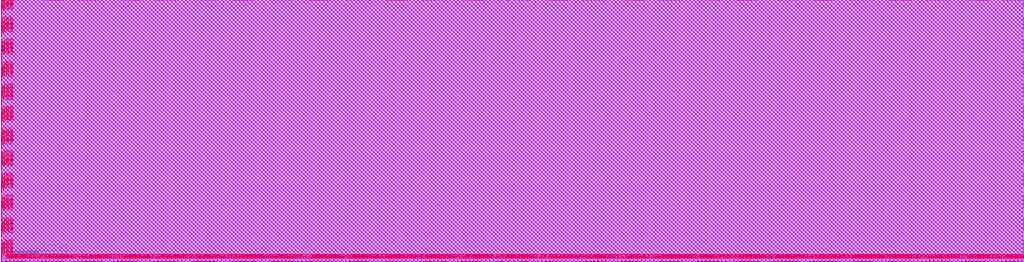
<source format=lef>
# 
#              Synchronous Dual Port SRAM Compiler 
# 
#                    UMC 0.18um Generic Logic Process 
#    __________________________________________________________________________
# 
# 
#      (C) Copyright 2002-2009 Faraday Technology Corp. All Rights Reserved.
#    
#    This source code is an unpublished work belongs to Faraday Technology
#    Corp.  It is considered a trade secret and is not to be divulged or
#    used by parties who have not received written authorization from
#    Faraday Technology Corp.
#    
#    Faraday's home page can be found at:
#    http://www.faraday-tech.com/
#   
#       Module Name      : weight_sram
#       Words            : 2016
#       Bits             : 16
#       Byte-Write       : 8
#       Aspect Ratio     : 1
#       Output Loading   : 0.5  (pf)
#       Data Slew        : 0.5  (ns)
#       CK Slew          : 0.5  (ns)
#       Power Ring Width : 2  (um)
# 
# -----------------------------------------------------------------------------
# 
#       Library          : FSA0M_A
#       Memaker          : 200901.2.1
#       Date             : 2021/01/06 16:31:28
# 
# -----------------------------------------------------------------------------


NAMESCASESENSITIVE ON ;
MACRO weight_sram
CLASS BLOCK ;
FOREIGN weight_sram 0.000 0.000 ;
ORIGIN 0.000 0.000 ;
SIZE 3596.000 BY 921.760 ;
SYMMETRY x y r90 ;
SITE core ;
PIN VCC
  DIRECTION INOUT ;
  USE POWER ;
  SHAPE ABUTMENT ;
 PORT
  LAYER metal5 ;
  RECT 3594.880 909.220 3596.000 912.460 ;
  LAYER metal4 ;
  RECT 3594.880 909.220 3596.000 912.460 ;
  LAYER metal3 ;
  RECT 3594.880 909.220 3596.000 912.460 ;
  LAYER metal2 ;
  RECT 3594.880 909.220 3596.000 912.460 ;
  LAYER metal1 ;
  RECT 3594.880 909.220 3596.000 912.460 ;
 END
 PORT
  LAYER metal5 ;
  RECT 3594.880 901.380 3596.000 904.620 ;
  LAYER metal4 ;
  RECT 3594.880 901.380 3596.000 904.620 ;
  LAYER metal3 ;
  RECT 3594.880 901.380 3596.000 904.620 ;
  LAYER metal2 ;
  RECT 3594.880 901.380 3596.000 904.620 ;
  LAYER metal1 ;
  RECT 3594.880 901.380 3596.000 904.620 ;
 END
 PORT
  LAYER metal5 ;
  RECT 3594.880 893.540 3596.000 896.780 ;
  LAYER metal4 ;
  RECT 3594.880 893.540 3596.000 896.780 ;
  LAYER metal3 ;
  RECT 3594.880 893.540 3596.000 896.780 ;
  LAYER metal2 ;
  RECT 3594.880 893.540 3596.000 896.780 ;
  LAYER metal1 ;
  RECT 3594.880 893.540 3596.000 896.780 ;
 END
 PORT
  LAYER metal5 ;
  RECT 3594.880 885.700 3596.000 888.940 ;
  LAYER metal4 ;
  RECT 3594.880 885.700 3596.000 888.940 ;
  LAYER metal3 ;
  RECT 3594.880 885.700 3596.000 888.940 ;
  LAYER metal2 ;
  RECT 3594.880 885.700 3596.000 888.940 ;
  LAYER metal1 ;
  RECT 3594.880 885.700 3596.000 888.940 ;
 END
 PORT
  LAYER metal5 ;
  RECT 3594.880 877.860 3596.000 881.100 ;
  LAYER metal4 ;
  RECT 3594.880 877.860 3596.000 881.100 ;
  LAYER metal3 ;
  RECT 3594.880 877.860 3596.000 881.100 ;
  LAYER metal2 ;
  RECT 3594.880 877.860 3596.000 881.100 ;
  LAYER metal1 ;
  RECT 3594.880 877.860 3596.000 881.100 ;
 END
 PORT
  LAYER metal5 ;
  RECT 3594.880 870.020 3596.000 873.260 ;
  LAYER metal4 ;
  RECT 3594.880 870.020 3596.000 873.260 ;
  LAYER metal3 ;
  RECT 3594.880 870.020 3596.000 873.260 ;
  LAYER metal2 ;
  RECT 3594.880 870.020 3596.000 873.260 ;
  LAYER metal1 ;
  RECT 3594.880 870.020 3596.000 873.260 ;
 END
 PORT
  LAYER metal5 ;
  RECT 3594.880 830.820 3596.000 834.060 ;
  LAYER metal4 ;
  RECT 3594.880 830.820 3596.000 834.060 ;
  LAYER metal3 ;
  RECT 3594.880 830.820 3596.000 834.060 ;
  LAYER metal2 ;
  RECT 3594.880 830.820 3596.000 834.060 ;
  LAYER metal1 ;
  RECT 3594.880 830.820 3596.000 834.060 ;
 END
 PORT
  LAYER metal5 ;
  RECT 3594.880 822.980 3596.000 826.220 ;
  LAYER metal4 ;
  RECT 3594.880 822.980 3596.000 826.220 ;
  LAYER metal3 ;
  RECT 3594.880 822.980 3596.000 826.220 ;
  LAYER metal2 ;
  RECT 3594.880 822.980 3596.000 826.220 ;
  LAYER metal1 ;
  RECT 3594.880 822.980 3596.000 826.220 ;
 END
 PORT
  LAYER metal5 ;
  RECT 3594.880 815.140 3596.000 818.380 ;
  LAYER metal4 ;
  RECT 3594.880 815.140 3596.000 818.380 ;
  LAYER metal3 ;
  RECT 3594.880 815.140 3596.000 818.380 ;
  LAYER metal2 ;
  RECT 3594.880 815.140 3596.000 818.380 ;
  LAYER metal1 ;
  RECT 3594.880 815.140 3596.000 818.380 ;
 END
 PORT
  LAYER metal5 ;
  RECT 3594.880 807.300 3596.000 810.540 ;
  LAYER metal4 ;
  RECT 3594.880 807.300 3596.000 810.540 ;
  LAYER metal3 ;
  RECT 3594.880 807.300 3596.000 810.540 ;
  LAYER metal2 ;
  RECT 3594.880 807.300 3596.000 810.540 ;
  LAYER metal1 ;
  RECT 3594.880 807.300 3596.000 810.540 ;
 END
 PORT
  LAYER metal5 ;
  RECT 3594.880 799.460 3596.000 802.700 ;
  LAYER metal4 ;
  RECT 3594.880 799.460 3596.000 802.700 ;
  LAYER metal3 ;
  RECT 3594.880 799.460 3596.000 802.700 ;
  LAYER metal2 ;
  RECT 3594.880 799.460 3596.000 802.700 ;
  LAYER metal1 ;
  RECT 3594.880 799.460 3596.000 802.700 ;
 END
 PORT
  LAYER metal5 ;
  RECT 3594.880 791.620 3596.000 794.860 ;
  LAYER metal4 ;
  RECT 3594.880 791.620 3596.000 794.860 ;
  LAYER metal3 ;
  RECT 3594.880 791.620 3596.000 794.860 ;
  LAYER metal2 ;
  RECT 3594.880 791.620 3596.000 794.860 ;
  LAYER metal1 ;
  RECT 3594.880 791.620 3596.000 794.860 ;
 END
 PORT
  LAYER metal5 ;
  RECT 3594.880 752.420 3596.000 755.660 ;
  LAYER metal4 ;
  RECT 3594.880 752.420 3596.000 755.660 ;
  LAYER metal3 ;
  RECT 3594.880 752.420 3596.000 755.660 ;
  LAYER metal2 ;
  RECT 3594.880 752.420 3596.000 755.660 ;
  LAYER metal1 ;
  RECT 3594.880 752.420 3596.000 755.660 ;
 END
 PORT
  LAYER metal5 ;
  RECT 3594.880 744.580 3596.000 747.820 ;
  LAYER metal4 ;
  RECT 3594.880 744.580 3596.000 747.820 ;
  LAYER metal3 ;
  RECT 3594.880 744.580 3596.000 747.820 ;
  LAYER metal2 ;
  RECT 3594.880 744.580 3596.000 747.820 ;
  LAYER metal1 ;
  RECT 3594.880 744.580 3596.000 747.820 ;
 END
 PORT
  LAYER metal5 ;
  RECT 3594.880 736.740 3596.000 739.980 ;
  LAYER metal4 ;
  RECT 3594.880 736.740 3596.000 739.980 ;
  LAYER metal3 ;
  RECT 3594.880 736.740 3596.000 739.980 ;
  LAYER metal2 ;
  RECT 3594.880 736.740 3596.000 739.980 ;
  LAYER metal1 ;
  RECT 3594.880 736.740 3596.000 739.980 ;
 END
 PORT
  LAYER metal5 ;
  RECT 3594.880 728.900 3596.000 732.140 ;
  LAYER metal4 ;
  RECT 3594.880 728.900 3596.000 732.140 ;
  LAYER metal3 ;
  RECT 3594.880 728.900 3596.000 732.140 ;
  LAYER metal2 ;
  RECT 3594.880 728.900 3596.000 732.140 ;
  LAYER metal1 ;
  RECT 3594.880 728.900 3596.000 732.140 ;
 END
 PORT
  LAYER metal5 ;
  RECT 3594.880 721.060 3596.000 724.300 ;
  LAYER metal4 ;
  RECT 3594.880 721.060 3596.000 724.300 ;
  LAYER metal3 ;
  RECT 3594.880 721.060 3596.000 724.300 ;
  LAYER metal2 ;
  RECT 3594.880 721.060 3596.000 724.300 ;
  LAYER metal1 ;
  RECT 3594.880 721.060 3596.000 724.300 ;
 END
 PORT
  LAYER metal5 ;
  RECT 3594.880 713.220 3596.000 716.460 ;
  LAYER metal4 ;
  RECT 3594.880 713.220 3596.000 716.460 ;
  LAYER metal3 ;
  RECT 3594.880 713.220 3596.000 716.460 ;
  LAYER metal2 ;
  RECT 3594.880 713.220 3596.000 716.460 ;
  LAYER metal1 ;
  RECT 3594.880 713.220 3596.000 716.460 ;
 END
 PORT
  LAYER metal5 ;
  RECT 3594.880 674.020 3596.000 677.260 ;
  LAYER metal4 ;
  RECT 3594.880 674.020 3596.000 677.260 ;
  LAYER metal3 ;
  RECT 3594.880 674.020 3596.000 677.260 ;
  LAYER metal2 ;
  RECT 3594.880 674.020 3596.000 677.260 ;
  LAYER metal1 ;
  RECT 3594.880 674.020 3596.000 677.260 ;
 END
 PORT
  LAYER metal5 ;
  RECT 3594.880 666.180 3596.000 669.420 ;
  LAYER metal4 ;
  RECT 3594.880 666.180 3596.000 669.420 ;
  LAYER metal3 ;
  RECT 3594.880 666.180 3596.000 669.420 ;
  LAYER metal2 ;
  RECT 3594.880 666.180 3596.000 669.420 ;
  LAYER metal1 ;
  RECT 3594.880 666.180 3596.000 669.420 ;
 END
 PORT
  LAYER metal5 ;
  RECT 3594.880 658.340 3596.000 661.580 ;
  LAYER metal4 ;
  RECT 3594.880 658.340 3596.000 661.580 ;
  LAYER metal3 ;
  RECT 3594.880 658.340 3596.000 661.580 ;
  LAYER metal2 ;
  RECT 3594.880 658.340 3596.000 661.580 ;
  LAYER metal1 ;
  RECT 3594.880 658.340 3596.000 661.580 ;
 END
 PORT
  LAYER metal5 ;
  RECT 3594.880 650.500 3596.000 653.740 ;
  LAYER metal4 ;
  RECT 3594.880 650.500 3596.000 653.740 ;
  LAYER metal3 ;
  RECT 3594.880 650.500 3596.000 653.740 ;
  LAYER metal2 ;
  RECT 3594.880 650.500 3596.000 653.740 ;
  LAYER metal1 ;
  RECT 3594.880 650.500 3596.000 653.740 ;
 END
 PORT
  LAYER metal5 ;
  RECT 3594.880 642.660 3596.000 645.900 ;
  LAYER metal4 ;
  RECT 3594.880 642.660 3596.000 645.900 ;
  LAYER metal3 ;
  RECT 3594.880 642.660 3596.000 645.900 ;
  LAYER metal2 ;
  RECT 3594.880 642.660 3596.000 645.900 ;
  LAYER metal1 ;
  RECT 3594.880 642.660 3596.000 645.900 ;
 END
 PORT
  LAYER metal5 ;
  RECT 3594.880 634.820 3596.000 638.060 ;
  LAYER metal4 ;
  RECT 3594.880 634.820 3596.000 638.060 ;
  LAYER metal3 ;
  RECT 3594.880 634.820 3596.000 638.060 ;
  LAYER metal2 ;
  RECT 3594.880 634.820 3596.000 638.060 ;
  LAYER metal1 ;
  RECT 3594.880 634.820 3596.000 638.060 ;
 END
 PORT
  LAYER metal5 ;
  RECT 3594.880 595.620 3596.000 598.860 ;
  LAYER metal4 ;
  RECT 3594.880 595.620 3596.000 598.860 ;
  LAYER metal3 ;
  RECT 3594.880 595.620 3596.000 598.860 ;
  LAYER metal2 ;
  RECT 3594.880 595.620 3596.000 598.860 ;
  LAYER metal1 ;
  RECT 3594.880 595.620 3596.000 598.860 ;
 END
 PORT
  LAYER metal5 ;
  RECT 3594.880 587.780 3596.000 591.020 ;
  LAYER metal4 ;
  RECT 3594.880 587.780 3596.000 591.020 ;
  LAYER metal3 ;
  RECT 3594.880 587.780 3596.000 591.020 ;
  LAYER metal2 ;
  RECT 3594.880 587.780 3596.000 591.020 ;
  LAYER metal1 ;
  RECT 3594.880 587.780 3596.000 591.020 ;
 END
 PORT
  LAYER metal5 ;
  RECT 3594.880 579.940 3596.000 583.180 ;
  LAYER metal4 ;
  RECT 3594.880 579.940 3596.000 583.180 ;
  LAYER metal3 ;
  RECT 3594.880 579.940 3596.000 583.180 ;
  LAYER metal2 ;
  RECT 3594.880 579.940 3596.000 583.180 ;
  LAYER metal1 ;
  RECT 3594.880 579.940 3596.000 583.180 ;
 END
 PORT
  LAYER metal5 ;
  RECT 3594.880 572.100 3596.000 575.340 ;
  LAYER metal4 ;
  RECT 3594.880 572.100 3596.000 575.340 ;
  LAYER metal3 ;
  RECT 3594.880 572.100 3596.000 575.340 ;
  LAYER metal2 ;
  RECT 3594.880 572.100 3596.000 575.340 ;
  LAYER metal1 ;
  RECT 3594.880 572.100 3596.000 575.340 ;
 END
 PORT
  LAYER metal5 ;
  RECT 3594.880 564.260 3596.000 567.500 ;
  LAYER metal4 ;
  RECT 3594.880 564.260 3596.000 567.500 ;
  LAYER metal3 ;
  RECT 3594.880 564.260 3596.000 567.500 ;
  LAYER metal2 ;
  RECT 3594.880 564.260 3596.000 567.500 ;
  LAYER metal1 ;
  RECT 3594.880 564.260 3596.000 567.500 ;
 END
 PORT
  LAYER metal5 ;
  RECT 3594.880 556.420 3596.000 559.660 ;
  LAYER metal4 ;
  RECT 3594.880 556.420 3596.000 559.660 ;
  LAYER metal3 ;
  RECT 3594.880 556.420 3596.000 559.660 ;
  LAYER metal2 ;
  RECT 3594.880 556.420 3596.000 559.660 ;
  LAYER metal1 ;
  RECT 3594.880 556.420 3596.000 559.660 ;
 END
 PORT
  LAYER metal5 ;
  RECT 3594.880 517.220 3596.000 520.460 ;
  LAYER metal4 ;
  RECT 3594.880 517.220 3596.000 520.460 ;
  LAYER metal3 ;
  RECT 3594.880 517.220 3596.000 520.460 ;
  LAYER metal2 ;
  RECT 3594.880 517.220 3596.000 520.460 ;
  LAYER metal1 ;
  RECT 3594.880 517.220 3596.000 520.460 ;
 END
 PORT
  LAYER metal5 ;
  RECT 3594.880 509.380 3596.000 512.620 ;
  LAYER metal4 ;
  RECT 3594.880 509.380 3596.000 512.620 ;
  LAYER metal3 ;
  RECT 3594.880 509.380 3596.000 512.620 ;
  LAYER metal2 ;
  RECT 3594.880 509.380 3596.000 512.620 ;
  LAYER metal1 ;
  RECT 3594.880 509.380 3596.000 512.620 ;
 END
 PORT
  LAYER metal5 ;
  RECT 3594.880 501.540 3596.000 504.780 ;
  LAYER metal4 ;
  RECT 3594.880 501.540 3596.000 504.780 ;
  LAYER metal3 ;
  RECT 3594.880 501.540 3596.000 504.780 ;
  LAYER metal2 ;
  RECT 3594.880 501.540 3596.000 504.780 ;
  LAYER metal1 ;
  RECT 3594.880 501.540 3596.000 504.780 ;
 END
 PORT
  LAYER metal5 ;
  RECT 3594.880 493.700 3596.000 496.940 ;
  LAYER metal4 ;
  RECT 3594.880 493.700 3596.000 496.940 ;
  LAYER metal3 ;
  RECT 3594.880 493.700 3596.000 496.940 ;
  LAYER metal2 ;
  RECT 3594.880 493.700 3596.000 496.940 ;
  LAYER metal1 ;
  RECT 3594.880 493.700 3596.000 496.940 ;
 END
 PORT
  LAYER metal5 ;
  RECT 3594.880 485.860 3596.000 489.100 ;
  LAYER metal4 ;
  RECT 3594.880 485.860 3596.000 489.100 ;
  LAYER metal3 ;
  RECT 3594.880 485.860 3596.000 489.100 ;
  LAYER metal2 ;
  RECT 3594.880 485.860 3596.000 489.100 ;
  LAYER metal1 ;
  RECT 3594.880 485.860 3596.000 489.100 ;
 END
 PORT
  LAYER metal5 ;
  RECT 3594.880 478.020 3596.000 481.260 ;
  LAYER metal4 ;
  RECT 3594.880 478.020 3596.000 481.260 ;
  LAYER metal3 ;
  RECT 3594.880 478.020 3596.000 481.260 ;
  LAYER metal2 ;
  RECT 3594.880 478.020 3596.000 481.260 ;
  LAYER metal1 ;
  RECT 3594.880 478.020 3596.000 481.260 ;
 END
 PORT
  LAYER metal5 ;
  RECT 3594.880 438.820 3596.000 442.060 ;
  LAYER metal4 ;
  RECT 3594.880 438.820 3596.000 442.060 ;
  LAYER metal3 ;
  RECT 3594.880 438.820 3596.000 442.060 ;
  LAYER metal2 ;
  RECT 3594.880 438.820 3596.000 442.060 ;
  LAYER metal1 ;
  RECT 3594.880 438.820 3596.000 442.060 ;
 END
 PORT
  LAYER metal5 ;
  RECT 3594.880 430.980 3596.000 434.220 ;
  LAYER metal4 ;
  RECT 3594.880 430.980 3596.000 434.220 ;
  LAYER metal3 ;
  RECT 3594.880 430.980 3596.000 434.220 ;
  LAYER metal2 ;
  RECT 3594.880 430.980 3596.000 434.220 ;
  LAYER metal1 ;
  RECT 3594.880 430.980 3596.000 434.220 ;
 END
 PORT
  LAYER metal5 ;
  RECT 3594.880 423.140 3596.000 426.380 ;
  LAYER metal4 ;
  RECT 3594.880 423.140 3596.000 426.380 ;
  LAYER metal3 ;
  RECT 3594.880 423.140 3596.000 426.380 ;
  LAYER metal2 ;
  RECT 3594.880 423.140 3596.000 426.380 ;
  LAYER metal1 ;
  RECT 3594.880 423.140 3596.000 426.380 ;
 END
 PORT
  LAYER metal5 ;
  RECT 3594.880 415.300 3596.000 418.540 ;
  LAYER metal4 ;
  RECT 3594.880 415.300 3596.000 418.540 ;
  LAYER metal3 ;
  RECT 3594.880 415.300 3596.000 418.540 ;
  LAYER metal2 ;
  RECT 3594.880 415.300 3596.000 418.540 ;
  LAYER metal1 ;
  RECT 3594.880 415.300 3596.000 418.540 ;
 END
 PORT
  LAYER metal5 ;
  RECT 3594.880 407.460 3596.000 410.700 ;
  LAYER metal4 ;
  RECT 3594.880 407.460 3596.000 410.700 ;
  LAYER metal3 ;
  RECT 3594.880 407.460 3596.000 410.700 ;
  LAYER metal2 ;
  RECT 3594.880 407.460 3596.000 410.700 ;
  LAYER metal1 ;
  RECT 3594.880 407.460 3596.000 410.700 ;
 END
 PORT
  LAYER metal5 ;
  RECT 3594.880 399.620 3596.000 402.860 ;
  LAYER metal4 ;
  RECT 3594.880 399.620 3596.000 402.860 ;
  LAYER metal3 ;
  RECT 3594.880 399.620 3596.000 402.860 ;
  LAYER metal2 ;
  RECT 3594.880 399.620 3596.000 402.860 ;
  LAYER metal1 ;
  RECT 3594.880 399.620 3596.000 402.860 ;
 END
 PORT
  LAYER metal5 ;
  RECT 3594.880 360.420 3596.000 363.660 ;
  LAYER metal4 ;
  RECT 3594.880 360.420 3596.000 363.660 ;
  LAYER metal3 ;
  RECT 3594.880 360.420 3596.000 363.660 ;
  LAYER metal2 ;
  RECT 3594.880 360.420 3596.000 363.660 ;
  LAYER metal1 ;
  RECT 3594.880 360.420 3596.000 363.660 ;
 END
 PORT
  LAYER metal5 ;
  RECT 3594.880 352.580 3596.000 355.820 ;
  LAYER metal4 ;
  RECT 3594.880 352.580 3596.000 355.820 ;
  LAYER metal3 ;
  RECT 3594.880 352.580 3596.000 355.820 ;
  LAYER metal2 ;
  RECT 3594.880 352.580 3596.000 355.820 ;
  LAYER metal1 ;
  RECT 3594.880 352.580 3596.000 355.820 ;
 END
 PORT
  LAYER metal5 ;
  RECT 3594.880 344.740 3596.000 347.980 ;
  LAYER metal4 ;
  RECT 3594.880 344.740 3596.000 347.980 ;
  LAYER metal3 ;
  RECT 3594.880 344.740 3596.000 347.980 ;
  LAYER metal2 ;
  RECT 3594.880 344.740 3596.000 347.980 ;
  LAYER metal1 ;
  RECT 3594.880 344.740 3596.000 347.980 ;
 END
 PORT
  LAYER metal5 ;
  RECT 3594.880 336.900 3596.000 340.140 ;
  LAYER metal4 ;
  RECT 3594.880 336.900 3596.000 340.140 ;
  LAYER metal3 ;
  RECT 3594.880 336.900 3596.000 340.140 ;
  LAYER metal2 ;
  RECT 3594.880 336.900 3596.000 340.140 ;
  LAYER metal1 ;
  RECT 3594.880 336.900 3596.000 340.140 ;
 END
 PORT
  LAYER metal5 ;
  RECT 3594.880 329.060 3596.000 332.300 ;
  LAYER metal4 ;
  RECT 3594.880 329.060 3596.000 332.300 ;
  LAYER metal3 ;
  RECT 3594.880 329.060 3596.000 332.300 ;
  LAYER metal2 ;
  RECT 3594.880 329.060 3596.000 332.300 ;
  LAYER metal1 ;
  RECT 3594.880 329.060 3596.000 332.300 ;
 END
 PORT
  LAYER metal5 ;
  RECT 3594.880 321.220 3596.000 324.460 ;
  LAYER metal4 ;
  RECT 3594.880 321.220 3596.000 324.460 ;
  LAYER metal3 ;
  RECT 3594.880 321.220 3596.000 324.460 ;
  LAYER metal2 ;
  RECT 3594.880 321.220 3596.000 324.460 ;
  LAYER metal1 ;
  RECT 3594.880 321.220 3596.000 324.460 ;
 END
 PORT
  LAYER metal5 ;
  RECT 3594.880 282.020 3596.000 285.260 ;
  LAYER metal4 ;
  RECT 3594.880 282.020 3596.000 285.260 ;
  LAYER metal3 ;
  RECT 3594.880 282.020 3596.000 285.260 ;
  LAYER metal2 ;
  RECT 3594.880 282.020 3596.000 285.260 ;
  LAYER metal1 ;
  RECT 3594.880 282.020 3596.000 285.260 ;
 END
 PORT
  LAYER metal5 ;
  RECT 3594.880 274.180 3596.000 277.420 ;
  LAYER metal4 ;
  RECT 3594.880 274.180 3596.000 277.420 ;
  LAYER metal3 ;
  RECT 3594.880 274.180 3596.000 277.420 ;
  LAYER metal2 ;
  RECT 3594.880 274.180 3596.000 277.420 ;
  LAYER metal1 ;
  RECT 3594.880 274.180 3596.000 277.420 ;
 END
 PORT
  LAYER metal5 ;
  RECT 3594.880 266.340 3596.000 269.580 ;
  LAYER metal4 ;
  RECT 3594.880 266.340 3596.000 269.580 ;
  LAYER metal3 ;
  RECT 3594.880 266.340 3596.000 269.580 ;
  LAYER metal2 ;
  RECT 3594.880 266.340 3596.000 269.580 ;
  LAYER metal1 ;
  RECT 3594.880 266.340 3596.000 269.580 ;
 END
 PORT
  LAYER metal5 ;
  RECT 3594.880 258.500 3596.000 261.740 ;
  LAYER metal4 ;
  RECT 3594.880 258.500 3596.000 261.740 ;
  LAYER metal3 ;
  RECT 3594.880 258.500 3596.000 261.740 ;
  LAYER metal2 ;
  RECT 3594.880 258.500 3596.000 261.740 ;
  LAYER metal1 ;
  RECT 3594.880 258.500 3596.000 261.740 ;
 END
 PORT
  LAYER metal5 ;
  RECT 3594.880 250.660 3596.000 253.900 ;
  LAYER metal4 ;
  RECT 3594.880 250.660 3596.000 253.900 ;
  LAYER metal3 ;
  RECT 3594.880 250.660 3596.000 253.900 ;
  LAYER metal2 ;
  RECT 3594.880 250.660 3596.000 253.900 ;
  LAYER metal1 ;
  RECT 3594.880 250.660 3596.000 253.900 ;
 END
 PORT
  LAYER metal5 ;
  RECT 3594.880 242.820 3596.000 246.060 ;
  LAYER metal4 ;
  RECT 3594.880 242.820 3596.000 246.060 ;
  LAYER metal3 ;
  RECT 3594.880 242.820 3596.000 246.060 ;
  LAYER metal2 ;
  RECT 3594.880 242.820 3596.000 246.060 ;
  LAYER metal1 ;
  RECT 3594.880 242.820 3596.000 246.060 ;
 END
 PORT
  LAYER metal5 ;
  RECT 3594.880 203.620 3596.000 206.860 ;
  LAYER metal4 ;
  RECT 3594.880 203.620 3596.000 206.860 ;
  LAYER metal3 ;
  RECT 3594.880 203.620 3596.000 206.860 ;
  LAYER metal2 ;
  RECT 3594.880 203.620 3596.000 206.860 ;
  LAYER metal1 ;
  RECT 3594.880 203.620 3596.000 206.860 ;
 END
 PORT
  LAYER metal5 ;
  RECT 3594.880 195.780 3596.000 199.020 ;
  LAYER metal4 ;
  RECT 3594.880 195.780 3596.000 199.020 ;
  LAYER metal3 ;
  RECT 3594.880 195.780 3596.000 199.020 ;
  LAYER metal2 ;
  RECT 3594.880 195.780 3596.000 199.020 ;
  LAYER metal1 ;
  RECT 3594.880 195.780 3596.000 199.020 ;
 END
 PORT
  LAYER metal5 ;
  RECT 3594.880 187.940 3596.000 191.180 ;
  LAYER metal4 ;
  RECT 3594.880 187.940 3596.000 191.180 ;
  LAYER metal3 ;
  RECT 3594.880 187.940 3596.000 191.180 ;
  LAYER metal2 ;
  RECT 3594.880 187.940 3596.000 191.180 ;
  LAYER metal1 ;
  RECT 3594.880 187.940 3596.000 191.180 ;
 END
 PORT
  LAYER metal5 ;
  RECT 3594.880 180.100 3596.000 183.340 ;
  LAYER metal4 ;
  RECT 3594.880 180.100 3596.000 183.340 ;
  LAYER metal3 ;
  RECT 3594.880 180.100 3596.000 183.340 ;
  LAYER metal2 ;
  RECT 3594.880 180.100 3596.000 183.340 ;
  LAYER metal1 ;
  RECT 3594.880 180.100 3596.000 183.340 ;
 END
 PORT
  LAYER metal5 ;
  RECT 3594.880 172.260 3596.000 175.500 ;
  LAYER metal4 ;
  RECT 3594.880 172.260 3596.000 175.500 ;
  LAYER metal3 ;
  RECT 3594.880 172.260 3596.000 175.500 ;
  LAYER metal2 ;
  RECT 3594.880 172.260 3596.000 175.500 ;
  LAYER metal1 ;
  RECT 3594.880 172.260 3596.000 175.500 ;
 END
 PORT
  LAYER metal5 ;
  RECT 3594.880 164.420 3596.000 167.660 ;
  LAYER metal4 ;
  RECT 3594.880 164.420 3596.000 167.660 ;
  LAYER metal3 ;
  RECT 3594.880 164.420 3596.000 167.660 ;
  LAYER metal2 ;
  RECT 3594.880 164.420 3596.000 167.660 ;
  LAYER metal1 ;
  RECT 3594.880 164.420 3596.000 167.660 ;
 END
 PORT
  LAYER metal5 ;
  RECT 3594.880 125.220 3596.000 128.460 ;
  LAYER metal4 ;
  RECT 3594.880 125.220 3596.000 128.460 ;
  LAYER metal3 ;
  RECT 3594.880 125.220 3596.000 128.460 ;
  LAYER metal2 ;
  RECT 3594.880 125.220 3596.000 128.460 ;
  LAYER metal1 ;
  RECT 3594.880 125.220 3596.000 128.460 ;
 END
 PORT
  LAYER metal5 ;
  RECT 3594.880 117.380 3596.000 120.620 ;
  LAYER metal4 ;
  RECT 3594.880 117.380 3596.000 120.620 ;
  LAYER metal3 ;
  RECT 3594.880 117.380 3596.000 120.620 ;
  LAYER metal2 ;
  RECT 3594.880 117.380 3596.000 120.620 ;
  LAYER metal1 ;
  RECT 3594.880 117.380 3596.000 120.620 ;
 END
 PORT
  LAYER metal5 ;
  RECT 3594.880 109.540 3596.000 112.780 ;
  LAYER metal4 ;
  RECT 3594.880 109.540 3596.000 112.780 ;
  LAYER metal3 ;
  RECT 3594.880 109.540 3596.000 112.780 ;
  LAYER metal2 ;
  RECT 3594.880 109.540 3596.000 112.780 ;
  LAYER metal1 ;
  RECT 3594.880 109.540 3596.000 112.780 ;
 END
 PORT
  LAYER metal5 ;
  RECT 3594.880 101.700 3596.000 104.940 ;
  LAYER metal4 ;
  RECT 3594.880 101.700 3596.000 104.940 ;
  LAYER metal3 ;
  RECT 3594.880 101.700 3596.000 104.940 ;
  LAYER metal2 ;
  RECT 3594.880 101.700 3596.000 104.940 ;
  LAYER metal1 ;
  RECT 3594.880 101.700 3596.000 104.940 ;
 END
 PORT
  LAYER metal5 ;
  RECT 3594.880 93.860 3596.000 97.100 ;
  LAYER metal4 ;
  RECT 3594.880 93.860 3596.000 97.100 ;
  LAYER metal3 ;
  RECT 3594.880 93.860 3596.000 97.100 ;
  LAYER metal2 ;
  RECT 3594.880 93.860 3596.000 97.100 ;
  LAYER metal1 ;
  RECT 3594.880 93.860 3596.000 97.100 ;
 END
 PORT
  LAYER metal5 ;
  RECT 3594.880 86.020 3596.000 89.260 ;
  LAYER metal4 ;
  RECT 3594.880 86.020 3596.000 89.260 ;
  LAYER metal3 ;
  RECT 3594.880 86.020 3596.000 89.260 ;
  LAYER metal2 ;
  RECT 3594.880 86.020 3596.000 89.260 ;
  LAYER metal1 ;
  RECT 3594.880 86.020 3596.000 89.260 ;
 END
 PORT
  LAYER metal5 ;
  RECT 3594.880 46.820 3596.000 50.060 ;
  LAYER metal4 ;
  RECT 3594.880 46.820 3596.000 50.060 ;
  LAYER metal3 ;
  RECT 3594.880 46.820 3596.000 50.060 ;
  LAYER metal2 ;
  RECT 3594.880 46.820 3596.000 50.060 ;
  LAYER metal1 ;
  RECT 3594.880 46.820 3596.000 50.060 ;
 END
 PORT
  LAYER metal5 ;
  RECT 3594.880 38.980 3596.000 42.220 ;
  LAYER metal4 ;
  RECT 3594.880 38.980 3596.000 42.220 ;
  LAYER metal3 ;
  RECT 3594.880 38.980 3596.000 42.220 ;
  LAYER metal2 ;
  RECT 3594.880 38.980 3596.000 42.220 ;
  LAYER metal1 ;
  RECT 3594.880 38.980 3596.000 42.220 ;
 END
 PORT
  LAYER metal5 ;
  RECT 3594.880 31.140 3596.000 34.380 ;
  LAYER metal4 ;
  RECT 3594.880 31.140 3596.000 34.380 ;
  LAYER metal3 ;
  RECT 3594.880 31.140 3596.000 34.380 ;
  LAYER metal2 ;
  RECT 3594.880 31.140 3596.000 34.380 ;
  LAYER metal1 ;
  RECT 3594.880 31.140 3596.000 34.380 ;
 END
 PORT
  LAYER metal5 ;
  RECT 3594.880 23.300 3596.000 26.540 ;
  LAYER metal4 ;
  RECT 3594.880 23.300 3596.000 26.540 ;
  LAYER metal3 ;
  RECT 3594.880 23.300 3596.000 26.540 ;
  LAYER metal2 ;
  RECT 3594.880 23.300 3596.000 26.540 ;
  LAYER metal1 ;
  RECT 3594.880 23.300 3596.000 26.540 ;
 END
 PORT
  LAYER metal5 ;
  RECT 3594.880 15.460 3596.000 18.700 ;
  LAYER metal4 ;
  RECT 3594.880 15.460 3596.000 18.700 ;
  LAYER metal3 ;
  RECT 3594.880 15.460 3596.000 18.700 ;
  LAYER metal2 ;
  RECT 3594.880 15.460 3596.000 18.700 ;
  LAYER metal1 ;
  RECT 3594.880 15.460 3596.000 18.700 ;
 END
 PORT
  LAYER metal5 ;
  RECT 3594.880 7.620 3596.000 10.860 ;
  LAYER metal4 ;
  RECT 3594.880 7.620 3596.000 10.860 ;
  LAYER metal3 ;
  RECT 3594.880 7.620 3596.000 10.860 ;
  LAYER metal2 ;
  RECT 3594.880 7.620 3596.000 10.860 ;
  LAYER metal1 ;
  RECT 3594.880 7.620 3596.000 10.860 ;
 END
 PORT
  LAYER metal5 ;
  RECT 0.000 909.220 1.120 912.460 ;
  LAYER metal4 ;
  RECT 0.000 909.220 1.120 912.460 ;
  LAYER metal3 ;
  RECT 0.000 909.220 1.120 912.460 ;
  LAYER metal2 ;
  RECT 0.000 909.220 1.120 912.460 ;
  LAYER metal1 ;
  RECT 0.000 909.220 1.120 912.460 ;
 END
 PORT
  LAYER metal5 ;
  RECT 0.000 901.380 1.120 904.620 ;
  LAYER metal4 ;
  RECT 0.000 901.380 1.120 904.620 ;
  LAYER metal3 ;
  RECT 0.000 901.380 1.120 904.620 ;
  LAYER metal2 ;
  RECT 0.000 901.380 1.120 904.620 ;
  LAYER metal1 ;
  RECT 0.000 901.380 1.120 904.620 ;
 END
 PORT
  LAYER metal5 ;
  RECT 0.000 893.540 1.120 896.780 ;
  LAYER metal4 ;
  RECT 0.000 893.540 1.120 896.780 ;
  LAYER metal3 ;
  RECT 0.000 893.540 1.120 896.780 ;
  LAYER metal2 ;
  RECT 0.000 893.540 1.120 896.780 ;
  LAYER metal1 ;
  RECT 0.000 893.540 1.120 896.780 ;
 END
 PORT
  LAYER metal5 ;
  RECT 0.000 885.700 1.120 888.940 ;
  LAYER metal4 ;
  RECT 0.000 885.700 1.120 888.940 ;
  LAYER metal3 ;
  RECT 0.000 885.700 1.120 888.940 ;
  LAYER metal2 ;
  RECT 0.000 885.700 1.120 888.940 ;
  LAYER metal1 ;
  RECT 0.000 885.700 1.120 888.940 ;
 END
 PORT
  LAYER metal5 ;
  RECT 0.000 877.860 1.120 881.100 ;
  LAYER metal4 ;
  RECT 0.000 877.860 1.120 881.100 ;
  LAYER metal3 ;
  RECT 0.000 877.860 1.120 881.100 ;
  LAYER metal2 ;
  RECT 0.000 877.860 1.120 881.100 ;
  LAYER metal1 ;
  RECT 0.000 877.860 1.120 881.100 ;
 END
 PORT
  LAYER metal5 ;
  RECT 0.000 870.020 1.120 873.260 ;
  LAYER metal4 ;
  RECT 0.000 870.020 1.120 873.260 ;
  LAYER metal3 ;
  RECT 0.000 870.020 1.120 873.260 ;
  LAYER metal2 ;
  RECT 0.000 870.020 1.120 873.260 ;
  LAYER metal1 ;
  RECT 0.000 870.020 1.120 873.260 ;
 END
 PORT
  LAYER metal5 ;
  RECT 0.000 830.820 1.120 834.060 ;
  LAYER metal4 ;
  RECT 0.000 830.820 1.120 834.060 ;
  LAYER metal3 ;
  RECT 0.000 830.820 1.120 834.060 ;
  LAYER metal2 ;
  RECT 0.000 830.820 1.120 834.060 ;
  LAYER metal1 ;
  RECT 0.000 830.820 1.120 834.060 ;
 END
 PORT
  LAYER metal5 ;
  RECT 0.000 822.980 1.120 826.220 ;
  LAYER metal4 ;
  RECT 0.000 822.980 1.120 826.220 ;
  LAYER metal3 ;
  RECT 0.000 822.980 1.120 826.220 ;
  LAYER metal2 ;
  RECT 0.000 822.980 1.120 826.220 ;
  LAYER metal1 ;
  RECT 0.000 822.980 1.120 826.220 ;
 END
 PORT
  LAYER metal5 ;
  RECT 0.000 815.140 1.120 818.380 ;
  LAYER metal4 ;
  RECT 0.000 815.140 1.120 818.380 ;
  LAYER metal3 ;
  RECT 0.000 815.140 1.120 818.380 ;
  LAYER metal2 ;
  RECT 0.000 815.140 1.120 818.380 ;
  LAYER metal1 ;
  RECT 0.000 815.140 1.120 818.380 ;
 END
 PORT
  LAYER metal5 ;
  RECT 0.000 807.300 1.120 810.540 ;
  LAYER metal4 ;
  RECT 0.000 807.300 1.120 810.540 ;
  LAYER metal3 ;
  RECT 0.000 807.300 1.120 810.540 ;
  LAYER metal2 ;
  RECT 0.000 807.300 1.120 810.540 ;
  LAYER metal1 ;
  RECT 0.000 807.300 1.120 810.540 ;
 END
 PORT
  LAYER metal5 ;
  RECT 0.000 799.460 1.120 802.700 ;
  LAYER metal4 ;
  RECT 0.000 799.460 1.120 802.700 ;
  LAYER metal3 ;
  RECT 0.000 799.460 1.120 802.700 ;
  LAYER metal2 ;
  RECT 0.000 799.460 1.120 802.700 ;
  LAYER metal1 ;
  RECT 0.000 799.460 1.120 802.700 ;
 END
 PORT
  LAYER metal5 ;
  RECT 0.000 791.620 1.120 794.860 ;
  LAYER metal4 ;
  RECT 0.000 791.620 1.120 794.860 ;
  LAYER metal3 ;
  RECT 0.000 791.620 1.120 794.860 ;
  LAYER metal2 ;
  RECT 0.000 791.620 1.120 794.860 ;
  LAYER metal1 ;
  RECT 0.000 791.620 1.120 794.860 ;
 END
 PORT
  LAYER metal5 ;
  RECT 0.000 752.420 1.120 755.660 ;
  LAYER metal4 ;
  RECT 0.000 752.420 1.120 755.660 ;
  LAYER metal3 ;
  RECT 0.000 752.420 1.120 755.660 ;
  LAYER metal2 ;
  RECT 0.000 752.420 1.120 755.660 ;
  LAYER metal1 ;
  RECT 0.000 752.420 1.120 755.660 ;
 END
 PORT
  LAYER metal5 ;
  RECT 0.000 744.580 1.120 747.820 ;
  LAYER metal4 ;
  RECT 0.000 744.580 1.120 747.820 ;
  LAYER metal3 ;
  RECT 0.000 744.580 1.120 747.820 ;
  LAYER metal2 ;
  RECT 0.000 744.580 1.120 747.820 ;
  LAYER metal1 ;
  RECT 0.000 744.580 1.120 747.820 ;
 END
 PORT
  LAYER metal5 ;
  RECT 0.000 736.740 1.120 739.980 ;
  LAYER metal4 ;
  RECT 0.000 736.740 1.120 739.980 ;
  LAYER metal3 ;
  RECT 0.000 736.740 1.120 739.980 ;
  LAYER metal2 ;
  RECT 0.000 736.740 1.120 739.980 ;
  LAYER metal1 ;
  RECT 0.000 736.740 1.120 739.980 ;
 END
 PORT
  LAYER metal5 ;
  RECT 0.000 728.900 1.120 732.140 ;
  LAYER metal4 ;
  RECT 0.000 728.900 1.120 732.140 ;
  LAYER metal3 ;
  RECT 0.000 728.900 1.120 732.140 ;
  LAYER metal2 ;
  RECT 0.000 728.900 1.120 732.140 ;
  LAYER metal1 ;
  RECT 0.000 728.900 1.120 732.140 ;
 END
 PORT
  LAYER metal5 ;
  RECT 0.000 721.060 1.120 724.300 ;
  LAYER metal4 ;
  RECT 0.000 721.060 1.120 724.300 ;
  LAYER metal3 ;
  RECT 0.000 721.060 1.120 724.300 ;
  LAYER metal2 ;
  RECT 0.000 721.060 1.120 724.300 ;
  LAYER metal1 ;
  RECT 0.000 721.060 1.120 724.300 ;
 END
 PORT
  LAYER metal5 ;
  RECT 0.000 713.220 1.120 716.460 ;
  LAYER metal4 ;
  RECT 0.000 713.220 1.120 716.460 ;
  LAYER metal3 ;
  RECT 0.000 713.220 1.120 716.460 ;
  LAYER metal2 ;
  RECT 0.000 713.220 1.120 716.460 ;
  LAYER metal1 ;
  RECT 0.000 713.220 1.120 716.460 ;
 END
 PORT
  LAYER metal5 ;
  RECT 0.000 674.020 1.120 677.260 ;
  LAYER metal4 ;
  RECT 0.000 674.020 1.120 677.260 ;
  LAYER metal3 ;
  RECT 0.000 674.020 1.120 677.260 ;
  LAYER metal2 ;
  RECT 0.000 674.020 1.120 677.260 ;
  LAYER metal1 ;
  RECT 0.000 674.020 1.120 677.260 ;
 END
 PORT
  LAYER metal5 ;
  RECT 0.000 666.180 1.120 669.420 ;
  LAYER metal4 ;
  RECT 0.000 666.180 1.120 669.420 ;
  LAYER metal3 ;
  RECT 0.000 666.180 1.120 669.420 ;
  LAYER metal2 ;
  RECT 0.000 666.180 1.120 669.420 ;
  LAYER metal1 ;
  RECT 0.000 666.180 1.120 669.420 ;
 END
 PORT
  LAYER metal5 ;
  RECT 0.000 658.340 1.120 661.580 ;
  LAYER metal4 ;
  RECT 0.000 658.340 1.120 661.580 ;
  LAYER metal3 ;
  RECT 0.000 658.340 1.120 661.580 ;
  LAYER metal2 ;
  RECT 0.000 658.340 1.120 661.580 ;
  LAYER metal1 ;
  RECT 0.000 658.340 1.120 661.580 ;
 END
 PORT
  LAYER metal5 ;
  RECT 0.000 650.500 1.120 653.740 ;
  LAYER metal4 ;
  RECT 0.000 650.500 1.120 653.740 ;
  LAYER metal3 ;
  RECT 0.000 650.500 1.120 653.740 ;
  LAYER metal2 ;
  RECT 0.000 650.500 1.120 653.740 ;
  LAYER metal1 ;
  RECT 0.000 650.500 1.120 653.740 ;
 END
 PORT
  LAYER metal5 ;
  RECT 0.000 642.660 1.120 645.900 ;
  LAYER metal4 ;
  RECT 0.000 642.660 1.120 645.900 ;
  LAYER metal3 ;
  RECT 0.000 642.660 1.120 645.900 ;
  LAYER metal2 ;
  RECT 0.000 642.660 1.120 645.900 ;
  LAYER metal1 ;
  RECT 0.000 642.660 1.120 645.900 ;
 END
 PORT
  LAYER metal5 ;
  RECT 0.000 634.820 1.120 638.060 ;
  LAYER metal4 ;
  RECT 0.000 634.820 1.120 638.060 ;
  LAYER metal3 ;
  RECT 0.000 634.820 1.120 638.060 ;
  LAYER metal2 ;
  RECT 0.000 634.820 1.120 638.060 ;
  LAYER metal1 ;
  RECT 0.000 634.820 1.120 638.060 ;
 END
 PORT
  LAYER metal5 ;
  RECT 0.000 595.620 1.120 598.860 ;
  LAYER metal4 ;
  RECT 0.000 595.620 1.120 598.860 ;
  LAYER metal3 ;
  RECT 0.000 595.620 1.120 598.860 ;
  LAYER metal2 ;
  RECT 0.000 595.620 1.120 598.860 ;
  LAYER metal1 ;
  RECT 0.000 595.620 1.120 598.860 ;
 END
 PORT
  LAYER metal5 ;
  RECT 0.000 587.780 1.120 591.020 ;
  LAYER metal4 ;
  RECT 0.000 587.780 1.120 591.020 ;
  LAYER metal3 ;
  RECT 0.000 587.780 1.120 591.020 ;
  LAYER metal2 ;
  RECT 0.000 587.780 1.120 591.020 ;
  LAYER metal1 ;
  RECT 0.000 587.780 1.120 591.020 ;
 END
 PORT
  LAYER metal5 ;
  RECT 0.000 579.940 1.120 583.180 ;
  LAYER metal4 ;
  RECT 0.000 579.940 1.120 583.180 ;
  LAYER metal3 ;
  RECT 0.000 579.940 1.120 583.180 ;
  LAYER metal2 ;
  RECT 0.000 579.940 1.120 583.180 ;
  LAYER metal1 ;
  RECT 0.000 579.940 1.120 583.180 ;
 END
 PORT
  LAYER metal5 ;
  RECT 0.000 572.100 1.120 575.340 ;
  LAYER metal4 ;
  RECT 0.000 572.100 1.120 575.340 ;
  LAYER metal3 ;
  RECT 0.000 572.100 1.120 575.340 ;
  LAYER metal2 ;
  RECT 0.000 572.100 1.120 575.340 ;
  LAYER metal1 ;
  RECT 0.000 572.100 1.120 575.340 ;
 END
 PORT
  LAYER metal5 ;
  RECT 0.000 564.260 1.120 567.500 ;
  LAYER metal4 ;
  RECT 0.000 564.260 1.120 567.500 ;
  LAYER metal3 ;
  RECT 0.000 564.260 1.120 567.500 ;
  LAYER metal2 ;
  RECT 0.000 564.260 1.120 567.500 ;
  LAYER metal1 ;
  RECT 0.000 564.260 1.120 567.500 ;
 END
 PORT
  LAYER metal5 ;
  RECT 0.000 556.420 1.120 559.660 ;
  LAYER metal4 ;
  RECT 0.000 556.420 1.120 559.660 ;
  LAYER metal3 ;
  RECT 0.000 556.420 1.120 559.660 ;
  LAYER metal2 ;
  RECT 0.000 556.420 1.120 559.660 ;
  LAYER metal1 ;
  RECT 0.000 556.420 1.120 559.660 ;
 END
 PORT
  LAYER metal5 ;
  RECT 0.000 517.220 1.120 520.460 ;
  LAYER metal4 ;
  RECT 0.000 517.220 1.120 520.460 ;
  LAYER metal3 ;
  RECT 0.000 517.220 1.120 520.460 ;
  LAYER metal2 ;
  RECT 0.000 517.220 1.120 520.460 ;
  LAYER metal1 ;
  RECT 0.000 517.220 1.120 520.460 ;
 END
 PORT
  LAYER metal5 ;
  RECT 0.000 509.380 1.120 512.620 ;
  LAYER metal4 ;
  RECT 0.000 509.380 1.120 512.620 ;
  LAYER metal3 ;
  RECT 0.000 509.380 1.120 512.620 ;
  LAYER metal2 ;
  RECT 0.000 509.380 1.120 512.620 ;
  LAYER metal1 ;
  RECT 0.000 509.380 1.120 512.620 ;
 END
 PORT
  LAYER metal5 ;
  RECT 0.000 501.540 1.120 504.780 ;
  LAYER metal4 ;
  RECT 0.000 501.540 1.120 504.780 ;
  LAYER metal3 ;
  RECT 0.000 501.540 1.120 504.780 ;
  LAYER metal2 ;
  RECT 0.000 501.540 1.120 504.780 ;
  LAYER metal1 ;
  RECT 0.000 501.540 1.120 504.780 ;
 END
 PORT
  LAYER metal5 ;
  RECT 0.000 493.700 1.120 496.940 ;
  LAYER metal4 ;
  RECT 0.000 493.700 1.120 496.940 ;
  LAYER metal3 ;
  RECT 0.000 493.700 1.120 496.940 ;
  LAYER metal2 ;
  RECT 0.000 493.700 1.120 496.940 ;
  LAYER metal1 ;
  RECT 0.000 493.700 1.120 496.940 ;
 END
 PORT
  LAYER metal5 ;
  RECT 0.000 485.860 1.120 489.100 ;
  LAYER metal4 ;
  RECT 0.000 485.860 1.120 489.100 ;
  LAYER metal3 ;
  RECT 0.000 485.860 1.120 489.100 ;
  LAYER metal2 ;
  RECT 0.000 485.860 1.120 489.100 ;
  LAYER metal1 ;
  RECT 0.000 485.860 1.120 489.100 ;
 END
 PORT
  LAYER metal5 ;
  RECT 0.000 478.020 1.120 481.260 ;
  LAYER metal4 ;
  RECT 0.000 478.020 1.120 481.260 ;
  LAYER metal3 ;
  RECT 0.000 478.020 1.120 481.260 ;
  LAYER metal2 ;
  RECT 0.000 478.020 1.120 481.260 ;
  LAYER metal1 ;
  RECT 0.000 478.020 1.120 481.260 ;
 END
 PORT
  LAYER metal5 ;
  RECT 0.000 438.820 1.120 442.060 ;
  LAYER metal4 ;
  RECT 0.000 438.820 1.120 442.060 ;
  LAYER metal3 ;
  RECT 0.000 438.820 1.120 442.060 ;
  LAYER metal2 ;
  RECT 0.000 438.820 1.120 442.060 ;
  LAYER metal1 ;
  RECT 0.000 438.820 1.120 442.060 ;
 END
 PORT
  LAYER metal5 ;
  RECT 0.000 430.980 1.120 434.220 ;
  LAYER metal4 ;
  RECT 0.000 430.980 1.120 434.220 ;
  LAYER metal3 ;
  RECT 0.000 430.980 1.120 434.220 ;
  LAYER metal2 ;
  RECT 0.000 430.980 1.120 434.220 ;
  LAYER metal1 ;
  RECT 0.000 430.980 1.120 434.220 ;
 END
 PORT
  LAYER metal5 ;
  RECT 0.000 423.140 1.120 426.380 ;
  LAYER metal4 ;
  RECT 0.000 423.140 1.120 426.380 ;
  LAYER metal3 ;
  RECT 0.000 423.140 1.120 426.380 ;
  LAYER metal2 ;
  RECT 0.000 423.140 1.120 426.380 ;
  LAYER metal1 ;
  RECT 0.000 423.140 1.120 426.380 ;
 END
 PORT
  LAYER metal5 ;
  RECT 0.000 415.300 1.120 418.540 ;
  LAYER metal4 ;
  RECT 0.000 415.300 1.120 418.540 ;
  LAYER metal3 ;
  RECT 0.000 415.300 1.120 418.540 ;
  LAYER metal2 ;
  RECT 0.000 415.300 1.120 418.540 ;
  LAYER metal1 ;
  RECT 0.000 415.300 1.120 418.540 ;
 END
 PORT
  LAYER metal5 ;
  RECT 0.000 407.460 1.120 410.700 ;
  LAYER metal4 ;
  RECT 0.000 407.460 1.120 410.700 ;
  LAYER metal3 ;
  RECT 0.000 407.460 1.120 410.700 ;
  LAYER metal2 ;
  RECT 0.000 407.460 1.120 410.700 ;
  LAYER metal1 ;
  RECT 0.000 407.460 1.120 410.700 ;
 END
 PORT
  LAYER metal5 ;
  RECT 0.000 399.620 1.120 402.860 ;
  LAYER metal4 ;
  RECT 0.000 399.620 1.120 402.860 ;
  LAYER metal3 ;
  RECT 0.000 399.620 1.120 402.860 ;
  LAYER metal2 ;
  RECT 0.000 399.620 1.120 402.860 ;
  LAYER metal1 ;
  RECT 0.000 399.620 1.120 402.860 ;
 END
 PORT
  LAYER metal5 ;
  RECT 0.000 360.420 1.120 363.660 ;
  LAYER metal4 ;
  RECT 0.000 360.420 1.120 363.660 ;
  LAYER metal3 ;
  RECT 0.000 360.420 1.120 363.660 ;
  LAYER metal2 ;
  RECT 0.000 360.420 1.120 363.660 ;
  LAYER metal1 ;
  RECT 0.000 360.420 1.120 363.660 ;
 END
 PORT
  LAYER metal5 ;
  RECT 0.000 352.580 1.120 355.820 ;
  LAYER metal4 ;
  RECT 0.000 352.580 1.120 355.820 ;
  LAYER metal3 ;
  RECT 0.000 352.580 1.120 355.820 ;
  LAYER metal2 ;
  RECT 0.000 352.580 1.120 355.820 ;
  LAYER metal1 ;
  RECT 0.000 352.580 1.120 355.820 ;
 END
 PORT
  LAYER metal5 ;
  RECT 0.000 344.740 1.120 347.980 ;
  LAYER metal4 ;
  RECT 0.000 344.740 1.120 347.980 ;
  LAYER metal3 ;
  RECT 0.000 344.740 1.120 347.980 ;
  LAYER metal2 ;
  RECT 0.000 344.740 1.120 347.980 ;
  LAYER metal1 ;
  RECT 0.000 344.740 1.120 347.980 ;
 END
 PORT
  LAYER metal5 ;
  RECT 0.000 336.900 1.120 340.140 ;
  LAYER metal4 ;
  RECT 0.000 336.900 1.120 340.140 ;
  LAYER metal3 ;
  RECT 0.000 336.900 1.120 340.140 ;
  LAYER metal2 ;
  RECT 0.000 336.900 1.120 340.140 ;
  LAYER metal1 ;
  RECT 0.000 336.900 1.120 340.140 ;
 END
 PORT
  LAYER metal5 ;
  RECT 0.000 329.060 1.120 332.300 ;
  LAYER metal4 ;
  RECT 0.000 329.060 1.120 332.300 ;
  LAYER metal3 ;
  RECT 0.000 329.060 1.120 332.300 ;
  LAYER metal2 ;
  RECT 0.000 329.060 1.120 332.300 ;
  LAYER metal1 ;
  RECT 0.000 329.060 1.120 332.300 ;
 END
 PORT
  LAYER metal5 ;
  RECT 0.000 321.220 1.120 324.460 ;
  LAYER metal4 ;
  RECT 0.000 321.220 1.120 324.460 ;
  LAYER metal3 ;
  RECT 0.000 321.220 1.120 324.460 ;
  LAYER metal2 ;
  RECT 0.000 321.220 1.120 324.460 ;
  LAYER metal1 ;
  RECT 0.000 321.220 1.120 324.460 ;
 END
 PORT
  LAYER metal5 ;
  RECT 0.000 282.020 1.120 285.260 ;
  LAYER metal4 ;
  RECT 0.000 282.020 1.120 285.260 ;
  LAYER metal3 ;
  RECT 0.000 282.020 1.120 285.260 ;
  LAYER metal2 ;
  RECT 0.000 282.020 1.120 285.260 ;
  LAYER metal1 ;
  RECT 0.000 282.020 1.120 285.260 ;
 END
 PORT
  LAYER metal5 ;
  RECT 0.000 274.180 1.120 277.420 ;
  LAYER metal4 ;
  RECT 0.000 274.180 1.120 277.420 ;
  LAYER metal3 ;
  RECT 0.000 274.180 1.120 277.420 ;
  LAYER metal2 ;
  RECT 0.000 274.180 1.120 277.420 ;
  LAYER metal1 ;
  RECT 0.000 274.180 1.120 277.420 ;
 END
 PORT
  LAYER metal5 ;
  RECT 0.000 266.340 1.120 269.580 ;
  LAYER metal4 ;
  RECT 0.000 266.340 1.120 269.580 ;
  LAYER metal3 ;
  RECT 0.000 266.340 1.120 269.580 ;
  LAYER metal2 ;
  RECT 0.000 266.340 1.120 269.580 ;
  LAYER metal1 ;
  RECT 0.000 266.340 1.120 269.580 ;
 END
 PORT
  LAYER metal5 ;
  RECT 0.000 258.500 1.120 261.740 ;
  LAYER metal4 ;
  RECT 0.000 258.500 1.120 261.740 ;
  LAYER metal3 ;
  RECT 0.000 258.500 1.120 261.740 ;
  LAYER metal2 ;
  RECT 0.000 258.500 1.120 261.740 ;
  LAYER metal1 ;
  RECT 0.000 258.500 1.120 261.740 ;
 END
 PORT
  LAYER metal5 ;
  RECT 0.000 250.660 1.120 253.900 ;
  LAYER metal4 ;
  RECT 0.000 250.660 1.120 253.900 ;
  LAYER metal3 ;
  RECT 0.000 250.660 1.120 253.900 ;
  LAYER metal2 ;
  RECT 0.000 250.660 1.120 253.900 ;
  LAYER metal1 ;
  RECT 0.000 250.660 1.120 253.900 ;
 END
 PORT
  LAYER metal5 ;
  RECT 0.000 242.820 1.120 246.060 ;
  LAYER metal4 ;
  RECT 0.000 242.820 1.120 246.060 ;
  LAYER metal3 ;
  RECT 0.000 242.820 1.120 246.060 ;
  LAYER metal2 ;
  RECT 0.000 242.820 1.120 246.060 ;
  LAYER metal1 ;
  RECT 0.000 242.820 1.120 246.060 ;
 END
 PORT
  LAYER metal5 ;
  RECT 0.000 203.620 1.120 206.860 ;
  LAYER metal4 ;
  RECT 0.000 203.620 1.120 206.860 ;
  LAYER metal3 ;
  RECT 0.000 203.620 1.120 206.860 ;
  LAYER metal2 ;
  RECT 0.000 203.620 1.120 206.860 ;
  LAYER metal1 ;
  RECT 0.000 203.620 1.120 206.860 ;
 END
 PORT
  LAYER metal5 ;
  RECT 0.000 195.780 1.120 199.020 ;
  LAYER metal4 ;
  RECT 0.000 195.780 1.120 199.020 ;
  LAYER metal3 ;
  RECT 0.000 195.780 1.120 199.020 ;
  LAYER metal2 ;
  RECT 0.000 195.780 1.120 199.020 ;
  LAYER metal1 ;
  RECT 0.000 195.780 1.120 199.020 ;
 END
 PORT
  LAYER metal5 ;
  RECT 0.000 187.940 1.120 191.180 ;
  LAYER metal4 ;
  RECT 0.000 187.940 1.120 191.180 ;
  LAYER metal3 ;
  RECT 0.000 187.940 1.120 191.180 ;
  LAYER metal2 ;
  RECT 0.000 187.940 1.120 191.180 ;
  LAYER metal1 ;
  RECT 0.000 187.940 1.120 191.180 ;
 END
 PORT
  LAYER metal5 ;
  RECT 0.000 180.100 1.120 183.340 ;
  LAYER metal4 ;
  RECT 0.000 180.100 1.120 183.340 ;
  LAYER metal3 ;
  RECT 0.000 180.100 1.120 183.340 ;
  LAYER metal2 ;
  RECT 0.000 180.100 1.120 183.340 ;
  LAYER metal1 ;
  RECT 0.000 180.100 1.120 183.340 ;
 END
 PORT
  LAYER metal5 ;
  RECT 0.000 172.260 1.120 175.500 ;
  LAYER metal4 ;
  RECT 0.000 172.260 1.120 175.500 ;
  LAYER metal3 ;
  RECT 0.000 172.260 1.120 175.500 ;
  LAYER metal2 ;
  RECT 0.000 172.260 1.120 175.500 ;
  LAYER metal1 ;
  RECT 0.000 172.260 1.120 175.500 ;
 END
 PORT
  LAYER metal5 ;
  RECT 0.000 164.420 1.120 167.660 ;
  LAYER metal4 ;
  RECT 0.000 164.420 1.120 167.660 ;
  LAYER metal3 ;
  RECT 0.000 164.420 1.120 167.660 ;
  LAYER metal2 ;
  RECT 0.000 164.420 1.120 167.660 ;
  LAYER metal1 ;
  RECT 0.000 164.420 1.120 167.660 ;
 END
 PORT
  LAYER metal5 ;
  RECT 0.000 125.220 1.120 128.460 ;
  LAYER metal4 ;
  RECT 0.000 125.220 1.120 128.460 ;
  LAYER metal3 ;
  RECT 0.000 125.220 1.120 128.460 ;
  LAYER metal2 ;
  RECT 0.000 125.220 1.120 128.460 ;
  LAYER metal1 ;
  RECT 0.000 125.220 1.120 128.460 ;
 END
 PORT
  LAYER metal5 ;
  RECT 0.000 117.380 1.120 120.620 ;
  LAYER metal4 ;
  RECT 0.000 117.380 1.120 120.620 ;
  LAYER metal3 ;
  RECT 0.000 117.380 1.120 120.620 ;
  LAYER metal2 ;
  RECT 0.000 117.380 1.120 120.620 ;
  LAYER metal1 ;
  RECT 0.000 117.380 1.120 120.620 ;
 END
 PORT
  LAYER metal5 ;
  RECT 0.000 109.540 1.120 112.780 ;
  LAYER metal4 ;
  RECT 0.000 109.540 1.120 112.780 ;
  LAYER metal3 ;
  RECT 0.000 109.540 1.120 112.780 ;
  LAYER metal2 ;
  RECT 0.000 109.540 1.120 112.780 ;
  LAYER metal1 ;
  RECT 0.000 109.540 1.120 112.780 ;
 END
 PORT
  LAYER metal5 ;
  RECT 0.000 101.700 1.120 104.940 ;
  LAYER metal4 ;
  RECT 0.000 101.700 1.120 104.940 ;
  LAYER metal3 ;
  RECT 0.000 101.700 1.120 104.940 ;
  LAYER metal2 ;
  RECT 0.000 101.700 1.120 104.940 ;
  LAYER metal1 ;
  RECT 0.000 101.700 1.120 104.940 ;
 END
 PORT
  LAYER metal5 ;
  RECT 0.000 93.860 1.120 97.100 ;
  LAYER metal4 ;
  RECT 0.000 93.860 1.120 97.100 ;
  LAYER metal3 ;
  RECT 0.000 93.860 1.120 97.100 ;
  LAYER metal2 ;
  RECT 0.000 93.860 1.120 97.100 ;
  LAYER metal1 ;
  RECT 0.000 93.860 1.120 97.100 ;
 END
 PORT
  LAYER metal5 ;
  RECT 0.000 86.020 1.120 89.260 ;
  LAYER metal4 ;
  RECT 0.000 86.020 1.120 89.260 ;
  LAYER metal3 ;
  RECT 0.000 86.020 1.120 89.260 ;
  LAYER metal2 ;
  RECT 0.000 86.020 1.120 89.260 ;
  LAYER metal1 ;
  RECT 0.000 86.020 1.120 89.260 ;
 END
 PORT
  LAYER metal5 ;
  RECT 0.000 46.820 1.120 50.060 ;
  LAYER metal4 ;
  RECT 0.000 46.820 1.120 50.060 ;
  LAYER metal3 ;
  RECT 0.000 46.820 1.120 50.060 ;
  LAYER metal2 ;
  RECT 0.000 46.820 1.120 50.060 ;
  LAYER metal1 ;
  RECT 0.000 46.820 1.120 50.060 ;
 END
 PORT
  LAYER metal5 ;
  RECT 0.000 38.980 1.120 42.220 ;
  LAYER metal4 ;
  RECT 0.000 38.980 1.120 42.220 ;
  LAYER metal3 ;
  RECT 0.000 38.980 1.120 42.220 ;
  LAYER metal2 ;
  RECT 0.000 38.980 1.120 42.220 ;
  LAYER metal1 ;
  RECT 0.000 38.980 1.120 42.220 ;
 END
 PORT
  LAYER metal5 ;
  RECT 0.000 31.140 1.120 34.380 ;
  LAYER metal4 ;
  RECT 0.000 31.140 1.120 34.380 ;
  LAYER metal3 ;
  RECT 0.000 31.140 1.120 34.380 ;
  LAYER metal2 ;
  RECT 0.000 31.140 1.120 34.380 ;
  LAYER metal1 ;
  RECT 0.000 31.140 1.120 34.380 ;
 END
 PORT
  LAYER metal5 ;
  RECT 0.000 23.300 1.120 26.540 ;
  LAYER metal4 ;
  RECT 0.000 23.300 1.120 26.540 ;
  LAYER metal3 ;
  RECT 0.000 23.300 1.120 26.540 ;
  LAYER metal2 ;
  RECT 0.000 23.300 1.120 26.540 ;
  LAYER metal1 ;
  RECT 0.000 23.300 1.120 26.540 ;
 END
 PORT
  LAYER metal5 ;
  RECT 0.000 15.460 1.120 18.700 ;
  LAYER metal4 ;
  RECT 0.000 15.460 1.120 18.700 ;
  LAYER metal3 ;
  RECT 0.000 15.460 1.120 18.700 ;
  LAYER metal2 ;
  RECT 0.000 15.460 1.120 18.700 ;
  LAYER metal1 ;
  RECT 0.000 15.460 1.120 18.700 ;
 END
 PORT
  LAYER metal5 ;
  RECT 0.000 7.620 1.120 10.860 ;
  LAYER metal4 ;
  RECT 0.000 7.620 1.120 10.860 ;
  LAYER metal3 ;
  RECT 0.000 7.620 1.120 10.860 ;
  LAYER metal2 ;
  RECT 0.000 7.620 1.120 10.860 ;
  LAYER metal1 ;
  RECT 0.000 7.620 1.120 10.860 ;
 END
 PORT
  LAYER metal5 ;
  RECT 3579.660 920.640 3583.200 921.760 ;
  LAYER metal4 ;
  RECT 3579.660 920.640 3583.200 921.760 ;
  LAYER metal3 ;
  RECT 3579.660 920.640 3583.200 921.760 ;
  LAYER metal2 ;
  RECT 3579.660 920.640 3583.200 921.760 ;
  LAYER metal1 ;
  RECT 3579.660 920.640 3583.200 921.760 ;
 END
 PORT
  LAYER metal5 ;
  RECT 3566.020 920.640 3569.560 921.760 ;
  LAYER metal4 ;
  RECT 3566.020 920.640 3569.560 921.760 ;
  LAYER metal3 ;
  RECT 3566.020 920.640 3569.560 921.760 ;
  LAYER metal2 ;
  RECT 3566.020 920.640 3569.560 921.760 ;
  LAYER metal1 ;
  RECT 3566.020 920.640 3569.560 921.760 ;
 END
 PORT
  LAYER metal5 ;
  RECT 3553.000 920.640 3556.540 921.760 ;
  LAYER metal4 ;
  RECT 3553.000 920.640 3556.540 921.760 ;
  LAYER metal3 ;
  RECT 3553.000 920.640 3556.540 921.760 ;
  LAYER metal2 ;
  RECT 3553.000 920.640 3556.540 921.760 ;
  LAYER metal1 ;
  RECT 3553.000 920.640 3556.540 921.760 ;
 END
 PORT
  LAYER metal5 ;
  RECT 3539.360 920.640 3542.900 921.760 ;
  LAYER metal4 ;
  RECT 3539.360 920.640 3542.900 921.760 ;
  LAYER metal3 ;
  RECT 3539.360 920.640 3542.900 921.760 ;
  LAYER metal2 ;
  RECT 3539.360 920.640 3542.900 921.760 ;
  LAYER metal1 ;
  RECT 3539.360 920.640 3542.900 921.760 ;
 END
 PORT
  LAYER metal5 ;
  RECT 3525.720 920.640 3529.260 921.760 ;
  LAYER metal4 ;
  RECT 3525.720 920.640 3529.260 921.760 ;
  LAYER metal3 ;
  RECT 3525.720 920.640 3529.260 921.760 ;
  LAYER metal2 ;
  RECT 3525.720 920.640 3529.260 921.760 ;
  LAYER metal1 ;
  RECT 3525.720 920.640 3529.260 921.760 ;
 END
 PORT
  LAYER metal5 ;
  RECT 3458.760 920.640 3462.300 921.760 ;
  LAYER metal4 ;
  RECT 3458.760 920.640 3462.300 921.760 ;
  LAYER metal3 ;
  RECT 3458.760 920.640 3462.300 921.760 ;
  LAYER metal2 ;
  RECT 3458.760 920.640 3462.300 921.760 ;
  LAYER metal1 ;
  RECT 3458.760 920.640 3462.300 921.760 ;
 END
 PORT
  LAYER metal5 ;
  RECT 3445.120 920.640 3448.660 921.760 ;
  LAYER metal4 ;
  RECT 3445.120 920.640 3448.660 921.760 ;
  LAYER metal3 ;
  RECT 3445.120 920.640 3448.660 921.760 ;
  LAYER metal2 ;
  RECT 3445.120 920.640 3448.660 921.760 ;
  LAYER metal1 ;
  RECT 3445.120 920.640 3448.660 921.760 ;
 END
 PORT
  LAYER metal5 ;
  RECT 3432.100 920.640 3435.640 921.760 ;
  LAYER metal4 ;
  RECT 3432.100 920.640 3435.640 921.760 ;
  LAYER metal3 ;
  RECT 3432.100 920.640 3435.640 921.760 ;
  LAYER metal2 ;
  RECT 3432.100 920.640 3435.640 921.760 ;
  LAYER metal1 ;
  RECT 3432.100 920.640 3435.640 921.760 ;
 END
 PORT
  LAYER metal5 ;
  RECT 3418.460 920.640 3422.000 921.760 ;
  LAYER metal4 ;
  RECT 3418.460 920.640 3422.000 921.760 ;
  LAYER metal3 ;
  RECT 3418.460 920.640 3422.000 921.760 ;
  LAYER metal2 ;
  RECT 3418.460 920.640 3422.000 921.760 ;
  LAYER metal1 ;
  RECT 3418.460 920.640 3422.000 921.760 ;
 END
 PORT
  LAYER metal5 ;
  RECT 3404.820 920.640 3408.360 921.760 ;
  LAYER metal4 ;
  RECT 3404.820 920.640 3408.360 921.760 ;
  LAYER metal3 ;
  RECT 3404.820 920.640 3408.360 921.760 ;
  LAYER metal2 ;
  RECT 3404.820 920.640 3408.360 921.760 ;
  LAYER metal1 ;
  RECT 3404.820 920.640 3408.360 921.760 ;
 END
 PORT
  LAYER metal5 ;
  RECT 3391.800 920.640 3395.340 921.760 ;
  LAYER metal4 ;
  RECT 3391.800 920.640 3395.340 921.760 ;
  LAYER metal3 ;
  RECT 3391.800 920.640 3395.340 921.760 ;
  LAYER metal2 ;
  RECT 3391.800 920.640 3395.340 921.760 ;
  LAYER metal1 ;
  RECT 3391.800 920.640 3395.340 921.760 ;
 END
 PORT
  LAYER metal5 ;
  RECT 3324.220 920.640 3327.760 921.760 ;
  LAYER metal4 ;
  RECT 3324.220 920.640 3327.760 921.760 ;
  LAYER metal3 ;
  RECT 3324.220 920.640 3327.760 921.760 ;
  LAYER metal2 ;
  RECT 3324.220 920.640 3327.760 921.760 ;
  LAYER metal1 ;
  RECT 3324.220 920.640 3327.760 921.760 ;
 END
 PORT
  LAYER metal5 ;
  RECT 3311.200 920.640 3314.740 921.760 ;
  LAYER metal4 ;
  RECT 3311.200 920.640 3314.740 921.760 ;
  LAYER metal3 ;
  RECT 3311.200 920.640 3314.740 921.760 ;
  LAYER metal2 ;
  RECT 3311.200 920.640 3314.740 921.760 ;
  LAYER metal1 ;
  RECT 3311.200 920.640 3314.740 921.760 ;
 END
 PORT
  LAYER metal5 ;
  RECT 3297.560 920.640 3301.100 921.760 ;
  LAYER metal4 ;
  RECT 3297.560 920.640 3301.100 921.760 ;
  LAYER metal3 ;
  RECT 3297.560 920.640 3301.100 921.760 ;
  LAYER metal2 ;
  RECT 3297.560 920.640 3301.100 921.760 ;
  LAYER metal1 ;
  RECT 3297.560 920.640 3301.100 921.760 ;
 END
 PORT
  LAYER metal5 ;
  RECT 3283.920 920.640 3287.460 921.760 ;
  LAYER metal4 ;
  RECT 3283.920 920.640 3287.460 921.760 ;
  LAYER metal3 ;
  RECT 3283.920 920.640 3287.460 921.760 ;
  LAYER metal2 ;
  RECT 3283.920 920.640 3287.460 921.760 ;
  LAYER metal1 ;
  RECT 3283.920 920.640 3287.460 921.760 ;
 END
 PORT
  LAYER metal5 ;
  RECT 3270.900 920.640 3274.440 921.760 ;
  LAYER metal4 ;
  RECT 3270.900 920.640 3274.440 921.760 ;
  LAYER metal3 ;
  RECT 3270.900 920.640 3274.440 921.760 ;
  LAYER metal2 ;
  RECT 3270.900 920.640 3274.440 921.760 ;
  LAYER metal1 ;
  RECT 3270.900 920.640 3274.440 921.760 ;
 END
 PORT
  LAYER metal5 ;
  RECT 3257.260 920.640 3260.800 921.760 ;
  LAYER metal4 ;
  RECT 3257.260 920.640 3260.800 921.760 ;
  LAYER metal3 ;
  RECT 3257.260 920.640 3260.800 921.760 ;
  LAYER metal2 ;
  RECT 3257.260 920.640 3260.800 921.760 ;
  LAYER metal1 ;
  RECT 3257.260 920.640 3260.800 921.760 ;
 END
 PORT
  LAYER metal5 ;
  RECT 3190.300 920.640 3193.840 921.760 ;
  LAYER metal4 ;
  RECT 3190.300 920.640 3193.840 921.760 ;
  LAYER metal3 ;
  RECT 3190.300 920.640 3193.840 921.760 ;
  LAYER metal2 ;
  RECT 3190.300 920.640 3193.840 921.760 ;
  LAYER metal1 ;
  RECT 3190.300 920.640 3193.840 921.760 ;
 END
 PORT
  LAYER metal5 ;
  RECT 3176.660 920.640 3180.200 921.760 ;
  LAYER metal4 ;
  RECT 3176.660 920.640 3180.200 921.760 ;
  LAYER metal3 ;
  RECT 3176.660 920.640 3180.200 921.760 ;
  LAYER metal2 ;
  RECT 3176.660 920.640 3180.200 921.760 ;
  LAYER metal1 ;
  RECT 3176.660 920.640 3180.200 921.760 ;
 END
 PORT
  LAYER metal5 ;
  RECT 3165.500 920.640 3169.040 921.760 ;
  LAYER metal4 ;
  RECT 3165.500 920.640 3169.040 921.760 ;
  LAYER metal3 ;
  RECT 3165.500 920.640 3169.040 921.760 ;
  LAYER metal2 ;
  RECT 3165.500 920.640 3169.040 921.760 ;
  LAYER metal1 ;
  RECT 3165.500 920.640 3169.040 921.760 ;
 END
 PORT
  LAYER metal5 ;
  RECT 3149.380 920.640 3152.920 921.760 ;
  LAYER metal4 ;
  RECT 3149.380 920.640 3152.920 921.760 ;
  LAYER metal3 ;
  RECT 3149.380 920.640 3152.920 921.760 ;
  LAYER metal2 ;
  RECT 3149.380 920.640 3152.920 921.760 ;
  LAYER metal1 ;
  RECT 3149.380 920.640 3152.920 921.760 ;
 END
 PORT
  LAYER metal5 ;
  RECT 3136.360 920.640 3139.900 921.760 ;
  LAYER metal4 ;
  RECT 3136.360 920.640 3139.900 921.760 ;
  LAYER metal3 ;
  RECT 3136.360 920.640 3139.900 921.760 ;
  LAYER metal2 ;
  RECT 3136.360 920.640 3139.900 921.760 ;
  LAYER metal1 ;
  RECT 3136.360 920.640 3139.900 921.760 ;
 END
 PORT
  LAYER metal5 ;
  RECT 3122.720 920.640 3126.260 921.760 ;
  LAYER metal4 ;
  RECT 3122.720 920.640 3126.260 921.760 ;
  LAYER metal3 ;
  RECT 3122.720 920.640 3126.260 921.760 ;
  LAYER metal2 ;
  RECT 3122.720 920.640 3126.260 921.760 ;
  LAYER metal1 ;
  RECT 3122.720 920.640 3126.260 921.760 ;
 END
 PORT
  LAYER metal5 ;
  RECT 3055.760 920.640 3059.300 921.760 ;
  LAYER metal4 ;
  RECT 3055.760 920.640 3059.300 921.760 ;
  LAYER metal3 ;
  RECT 3055.760 920.640 3059.300 921.760 ;
  LAYER metal2 ;
  RECT 3055.760 920.640 3059.300 921.760 ;
  LAYER metal1 ;
  RECT 3055.760 920.640 3059.300 921.760 ;
 END
 PORT
  LAYER metal5 ;
  RECT 3042.120 920.640 3045.660 921.760 ;
  LAYER metal4 ;
  RECT 3042.120 920.640 3045.660 921.760 ;
  LAYER metal3 ;
  RECT 3042.120 920.640 3045.660 921.760 ;
  LAYER metal2 ;
  RECT 3042.120 920.640 3045.660 921.760 ;
  LAYER metal1 ;
  RECT 3042.120 920.640 3045.660 921.760 ;
 END
 PORT
  LAYER metal5 ;
  RECT 3028.480 920.640 3032.020 921.760 ;
  LAYER metal4 ;
  RECT 3028.480 920.640 3032.020 921.760 ;
  LAYER metal3 ;
  RECT 3028.480 920.640 3032.020 921.760 ;
  LAYER metal2 ;
  RECT 3028.480 920.640 3032.020 921.760 ;
  LAYER metal1 ;
  RECT 3028.480 920.640 3032.020 921.760 ;
 END
 PORT
  LAYER metal5 ;
  RECT 3015.460 920.640 3019.000 921.760 ;
  LAYER metal4 ;
  RECT 3015.460 920.640 3019.000 921.760 ;
  LAYER metal3 ;
  RECT 3015.460 920.640 3019.000 921.760 ;
  LAYER metal2 ;
  RECT 3015.460 920.640 3019.000 921.760 ;
  LAYER metal1 ;
  RECT 3015.460 920.640 3019.000 921.760 ;
 END
 PORT
  LAYER metal5 ;
  RECT 3001.820 920.640 3005.360 921.760 ;
  LAYER metal4 ;
  RECT 3001.820 920.640 3005.360 921.760 ;
  LAYER metal3 ;
  RECT 3001.820 920.640 3005.360 921.760 ;
  LAYER metal2 ;
  RECT 3001.820 920.640 3005.360 921.760 ;
  LAYER metal1 ;
  RECT 3001.820 920.640 3005.360 921.760 ;
 END
 PORT
  LAYER metal5 ;
  RECT 2988.180 920.640 2991.720 921.760 ;
  LAYER metal4 ;
  RECT 2988.180 920.640 2991.720 921.760 ;
  LAYER metal3 ;
  RECT 2988.180 920.640 2991.720 921.760 ;
  LAYER metal2 ;
  RECT 2988.180 920.640 2991.720 921.760 ;
  LAYER metal1 ;
  RECT 2988.180 920.640 2991.720 921.760 ;
 END
 PORT
  LAYER metal5 ;
  RECT 2921.220 920.640 2924.760 921.760 ;
  LAYER metal4 ;
  RECT 2921.220 920.640 2924.760 921.760 ;
  LAYER metal3 ;
  RECT 2921.220 920.640 2924.760 921.760 ;
  LAYER metal2 ;
  RECT 2921.220 920.640 2924.760 921.760 ;
  LAYER metal1 ;
  RECT 2921.220 920.640 2924.760 921.760 ;
 END
 PORT
  LAYER metal5 ;
  RECT 2907.580 920.640 2911.120 921.760 ;
  LAYER metal4 ;
  RECT 2907.580 920.640 2911.120 921.760 ;
  LAYER metal3 ;
  RECT 2907.580 920.640 2911.120 921.760 ;
  LAYER metal2 ;
  RECT 2907.580 920.640 2911.120 921.760 ;
  LAYER metal1 ;
  RECT 2907.580 920.640 2911.120 921.760 ;
 END
 PORT
  LAYER metal5 ;
  RECT 2894.560 920.640 2898.100 921.760 ;
  LAYER metal4 ;
  RECT 2894.560 920.640 2898.100 921.760 ;
  LAYER metal3 ;
  RECT 2894.560 920.640 2898.100 921.760 ;
  LAYER metal2 ;
  RECT 2894.560 920.640 2898.100 921.760 ;
  LAYER metal1 ;
  RECT 2894.560 920.640 2898.100 921.760 ;
 END
 PORT
  LAYER metal5 ;
  RECT 2880.920 920.640 2884.460 921.760 ;
  LAYER metal4 ;
  RECT 2880.920 920.640 2884.460 921.760 ;
  LAYER metal3 ;
  RECT 2880.920 920.640 2884.460 921.760 ;
  LAYER metal2 ;
  RECT 2880.920 920.640 2884.460 921.760 ;
  LAYER metal1 ;
  RECT 2880.920 920.640 2884.460 921.760 ;
 END
 PORT
  LAYER metal5 ;
  RECT 2867.280 920.640 2870.820 921.760 ;
  LAYER metal4 ;
  RECT 2867.280 920.640 2870.820 921.760 ;
  LAYER metal3 ;
  RECT 2867.280 920.640 2870.820 921.760 ;
  LAYER metal2 ;
  RECT 2867.280 920.640 2870.820 921.760 ;
  LAYER metal1 ;
  RECT 2867.280 920.640 2870.820 921.760 ;
 END
 PORT
  LAYER metal5 ;
  RECT 2854.260 920.640 2857.800 921.760 ;
  LAYER metal4 ;
  RECT 2854.260 920.640 2857.800 921.760 ;
  LAYER metal3 ;
  RECT 2854.260 920.640 2857.800 921.760 ;
  LAYER metal2 ;
  RECT 2854.260 920.640 2857.800 921.760 ;
  LAYER metal1 ;
  RECT 2854.260 920.640 2857.800 921.760 ;
 END
 PORT
  LAYER metal5 ;
  RECT 2786.680 920.640 2790.220 921.760 ;
  LAYER metal4 ;
  RECT 2786.680 920.640 2790.220 921.760 ;
  LAYER metal3 ;
  RECT 2786.680 920.640 2790.220 921.760 ;
  LAYER metal2 ;
  RECT 2786.680 920.640 2790.220 921.760 ;
  LAYER metal1 ;
  RECT 2786.680 920.640 2790.220 921.760 ;
 END
 PORT
  LAYER metal5 ;
  RECT 2773.660 920.640 2777.200 921.760 ;
  LAYER metal4 ;
  RECT 2773.660 920.640 2777.200 921.760 ;
  LAYER metal3 ;
  RECT 2773.660 920.640 2777.200 921.760 ;
  LAYER metal2 ;
  RECT 2773.660 920.640 2777.200 921.760 ;
  LAYER metal1 ;
  RECT 2773.660 920.640 2777.200 921.760 ;
 END
 PORT
  LAYER metal5 ;
  RECT 2760.020 920.640 2763.560 921.760 ;
  LAYER metal4 ;
  RECT 2760.020 920.640 2763.560 921.760 ;
  LAYER metal3 ;
  RECT 2760.020 920.640 2763.560 921.760 ;
  LAYER metal2 ;
  RECT 2760.020 920.640 2763.560 921.760 ;
  LAYER metal1 ;
  RECT 2760.020 920.640 2763.560 921.760 ;
 END
 PORT
  LAYER metal5 ;
  RECT 2746.380 920.640 2749.920 921.760 ;
  LAYER metal4 ;
  RECT 2746.380 920.640 2749.920 921.760 ;
  LAYER metal3 ;
  RECT 2746.380 920.640 2749.920 921.760 ;
  LAYER metal2 ;
  RECT 2746.380 920.640 2749.920 921.760 ;
  LAYER metal1 ;
  RECT 2746.380 920.640 2749.920 921.760 ;
 END
 PORT
  LAYER metal5 ;
  RECT 2735.220 920.640 2738.760 921.760 ;
  LAYER metal4 ;
  RECT 2735.220 920.640 2738.760 921.760 ;
  LAYER metal3 ;
  RECT 2735.220 920.640 2738.760 921.760 ;
  LAYER metal2 ;
  RECT 2735.220 920.640 2738.760 921.760 ;
  LAYER metal1 ;
  RECT 2735.220 920.640 2738.760 921.760 ;
 END
 PORT
  LAYER metal5 ;
  RECT 2719.720 920.640 2723.260 921.760 ;
  LAYER metal4 ;
  RECT 2719.720 920.640 2723.260 921.760 ;
  LAYER metal3 ;
  RECT 2719.720 920.640 2723.260 921.760 ;
  LAYER metal2 ;
  RECT 2719.720 920.640 2723.260 921.760 ;
  LAYER metal1 ;
  RECT 2719.720 920.640 2723.260 921.760 ;
 END
 PORT
  LAYER metal5 ;
  RECT 2652.140 920.640 2655.680 921.760 ;
  LAYER metal4 ;
  RECT 2652.140 920.640 2655.680 921.760 ;
  LAYER metal3 ;
  RECT 2652.140 920.640 2655.680 921.760 ;
  LAYER metal2 ;
  RECT 2652.140 920.640 2655.680 921.760 ;
  LAYER metal1 ;
  RECT 2652.140 920.640 2655.680 921.760 ;
 END
 PORT
  LAYER metal5 ;
  RECT 2639.120 920.640 2642.660 921.760 ;
  LAYER metal4 ;
  RECT 2639.120 920.640 2642.660 921.760 ;
  LAYER metal3 ;
  RECT 2639.120 920.640 2642.660 921.760 ;
  LAYER metal2 ;
  RECT 2639.120 920.640 2642.660 921.760 ;
  LAYER metal1 ;
  RECT 2639.120 920.640 2642.660 921.760 ;
 END
 PORT
  LAYER metal5 ;
  RECT 2625.480 920.640 2629.020 921.760 ;
  LAYER metal4 ;
  RECT 2625.480 920.640 2629.020 921.760 ;
  LAYER metal3 ;
  RECT 2625.480 920.640 2629.020 921.760 ;
  LAYER metal2 ;
  RECT 2625.480 920.640 2629.020 921.760 ;
  LAYER metal1 ;
  RECT 2625.480 920.640 2629.020 921.760 ;
 END
 PORT
  LAYER metal5 ;
  RECT 2611.840 920.640 2615.380 921.760 ;
  LAYER metal4 ;
  RECT 2611.840 920.640 2615.380 921.760 ;
  LAYER metal3 ;
  RECT 2611.840 920.640 2615.380 921.760 ;
  LAYER metal2 ;
  RECT 2611.840 920.640 2615.380 921.760 ;
  LAYER metal1 ;
  RECT 2611.840 920.640 2615.380 921.760 ;
 END
 PORT
  LAYER metal5 ;
  RECT 2598.820 920.640 2602.360 921.760 ;
  LAYER metal4 ;
  RECT 2598.820 920.640 2602.360 921.760 ;
  LAYER metal3 ;
  RECT 2598.820 920.640 2602.360 921.760 ;
  LAYER metal2 ;
  RECT 2598.820 920.640 2602.360 921.760 ;
  LAYER metal1 ;
  RECT 2598.820 920.640 2602.360 921.760 ;
 END
 PORT
  LAYER metal5 ;
  RECT 2585.180 920.640 2588.720 921.760 ;
  LAYER metal4 ;
  RECT 2585.180 920.640 2588.720 921.760 ;
  LAYER metal3 ;
  RECT 2585.180 920.640 2588.720 921.760 ;
  LAYER metal2 ;
  RECT 2585.180 920.640 2588.720 921.760 ;
  LAYER metal1 ;
  RECT 2585.180 920.640 2588.720 921.760 ;
 END
 PORT
  LAYER metal5 ;
  RECT 2518.220 920.640 2521.760 921.760 ;
  LAYER metal4 ;
  RECT 2518.220 920.640 2521.760 921.760 ;
  LAYER metal3 ;
  RECT 2518.220 920.640 2521.760 921.760 ;
  LAYER metal2 ;
  RECT 2518.220 920.640 2521.760 921.760 ;
  LAYER metal1 ;
  RECT 2518.220 920.640 2521.760 921.760 ;
 END
 PORT
  LAYER metal5 ;
  RECT 2504.580 920.640 2508.120 921.760 ;
  LAYER metal4 ;
  RECT 2504.580 920.640 2508.120 921.760 ;
  LAYER metal3 ;
  RECT 2504.580 920.640 2508.120 921.760 ;
  LAYER metal2 ;
  RECT 2504.580 920.640 2508.120 921.760 ;
  LAYER metal1 ;
  RECT 2504.580 920.640 2508.120 921.760 ;
 END
 PORT
  LAYER metal5 ;
  RECT 2490.940 920.640 2494.480 921.760 ;
  LAYER metal4 ;
  RECT 2490.940 920.640 2494.480 921.760 ;
  LAYER metal3 ;
  RECT 2490.940 920.640 2494.480 921.760 ;
  LAYER metal2 ;
  RECT 2490.940 920.640 2494.480 921.760 ;
  LAYER metal1 ;
  RECT 2490.940 920.640 2494.480 921.760 ;
 END
 PORT
  LAYER metal5 ;
  RECT 2477.920 920.640 2481.460 921.760 ;
  LAYER metal4 ;
  RECT 2477.920 920.640 2481.460 921.760 ;
  LAYER metal3 ;
  RECT 2477.920 920.640 2481.460 921.760 ;
  LAYER metal2 ;
  RECT 2477.920 920.640 2481.460 921.760 ;
  LAYER metal1 ;
  RECT 2477.920 920.640 2481.460 921.760 ;
 END
 PORT
  LAYER metal5 ;
  RECT 2464.280 920.640 2467.820 921.760 ;
  LAYER metal4 ;
  RECT 2464.280 920.640 2467.820 921.760 ;
  LAYER metal3 ;
  RECT 2464.280 920.640 2467.820 921.760 ;
  LAYER metal2 ;
  RECT 2464.280 920.640 2467.820 921.760 ;
  LAYER metal1 ;
  RECT 2464.280 920.640 2467.820 921.760 ;
 END
 PORT
  LAYER metal5 ;
  RECT 2450.640 920.640 2454.180 921.760 ;
  LAYER metal4 ;
  RECT 2450.640 920.640 2454.180 921.760 ;
  LAYER metal3 ;
  RECT 2450.640 920.640 2454.180 921.760 ;
  LAYER metal2 ;
  RECT 2450.640 920.640 2454.180 921.760 ;
  LAYER metal1 ;
  RECT 2450.640 920.640 2454.180 921.760 ;
 END
 PORT
  LAYER metal5 ;
  RECT 2383.680 920.640 2387.220 921.760 ;
  LAYER metal4 ;
  RECT 2383.680 920.640 2387.220 921.760 ;
  LAYER metal3 ;
  RECT 2383.680 920.640 2387.220 921.760 ;
  LAYER metal2 ;
  RECT 2383.680 920.640 2387.220 921.760 ;
  LAYER metal1 ;
  RECT 2383.680 920.640 2387.220 921.760 ;
 END
 PORT
  LAYER metal5 ;
  RECT 2370.040 920.640 2373.580 921.760 ;
  LAYER metal4 ;
  RECT 2370.040 920.640 2373.580 921.760 ;
  LAYER metal3 ;
  RECT 2370.040 920.640 2373.580 921.760 ;
  LAYER metal2 ;
  RECT 2370.040 920.640 2373.580 921.760 ;
  LAYER metal1 ;
  RECT 2370.040 920.640 2373.580 921.760 ;
 END
 PORT
  LAYER metal5 ;
  RECT 2357.020 920.640 2360.560 921.760 ;
  LAYER metal4 ;
  RECT 2357.020 920.640 2360.560 921.760 ;
  LAYER metal3 ;
  RECT 2357.020 920.640 2360.560 921.760 ;
  LAYER metal2 ;
  RECT 2357.020 920.640 2360.560 921.760 ;
  LAYER metal1 ;
  RECT 2357.020 920.640 2360.560 921.760 ;
 END
 PORT
  LAYER metal5 ;
  RECT 2343.380 920.640 2346.920 921.760 ;
  LAYER metal4 ;
  RECT 2343.380 920.640 2346.920 921.760 ;
  LAYER metal3 ;
  RECT 2343.380 920.640 2346.920 921.760 ;
  LAYER metal2 ;
  RECT 2343.380 920.640 2346.920 921.760 ;
  LAYER metal1 ;
  RECT 2343.380 920.640 2346.920 921.760 ;
 END
 PORT
  LAYER metal5 ;
  RECT 2329.740 920.640 2333.280 921.760 ;
  LAYER metal4 ;
  RECT 2329.740 920.640 2333.280 921.760 ;
  LAYER metal3 ;
  RECT 2329.740 920.640 2333.280 921.760 ;
  LAYER metal2 ;
  RECT 2329.740 920.640 2333.280 921.760 ;
  LAYER metal1 ;
  RECT 2329.740 920.640 2333.280 921.760 ;
 END
 PORT
  LAYER metal5 ;
  RECT 2316.100 920.640 2319.640 921.760 ;
  LAYER metal4 ;
  RECT 2316.100 920.640 2319.640 921.760 ;
  LAYER metal3 ;
  RECT 2316.100 920.640 2319.640 921.760 ;
  LAYER metal2 ;
  RECT 2316.100 920.640 2319.640 921.760 ;
  LAYER metal1 ;
  RECT 2316.100 920.640 2319.640 921.760 ;
 END
 PORT
  LAYER metal5 ;
  RECT 2249.140 920.640 2252.680 921.760 ;
  LAYER metal4 ;
  RECT 2249.140 920.640 2252.680 921.760 ;
  LAYER metal3 ;
  RECT 2249.140 920.640 2252.680 921.760 ;
  LAYER metal2 ;
  RECT 2249.140 920.640 2252.680 921.760 ;
  LAYER metal1 ;
  RECT 2249.140 920.640 2252.680 921.760 ;
 END
 PORT
  LAYER metal5 ;
  RECT 2235.500 920.640 2239.040 921.760 ;
  LAYER metal4 ;
  RECT 2235.500 920.640 2239.040 921.760 ;
  LAYER metal3 ;
  RECT 2235.500 920.640 2239.040 921.760 ;
  LAYER metal2 ;
  RECT 2235.500 920.640 2239.040 921.760 ;
  LAYER metal1 ;
  RECT 2235.500 920.640 2239.040 921.760 ;
 END
 PORT
  LAYER metal5 ;
  RECT 2222.480 920.640 2226.020 921.760 ;
  LAYER metal4 ;
  RECT 2222.480 920.640 2226.020 921.760 ;
  LAYER metal3 ;
  RECT 2222.480 920.640 2226.020 921.760 ;
  LAYER metal2 ;
  RECT 2222.480 920.640 2226.020 921.760 ;
  LAYER metal1 ;
  RECT 2222.480 920.640 2226.020 921.760 ;
 END
 PORT
  LAYER metal5 ;
  RECT 2208.840 920.640 2212.380 921.760 ;
  LAYER metal4 ;
  RECT 2208.840 920.640 2212.380 921.760 ;
  LAYER metal3 ;
  RECT 2208.840 920.640 2212.380 921.760 ;
  LAYER metal2 ;
  RECT 2208.840 920.640 2212.380 921.760 ;
  LAYER metal1 ;
  RECT 2208.840 920.640 2212.380 921.760 ;
 END
 PORT
  LAYER metal5 ;
  RECT 2195.200 920.640 2198.740 921.760 ;
  LAYER metal4 ;
  RECT 2195.200 920.640 2198.740 921.760 ;
  LAYER metal3 ;
  RECT 2195.200 920.640 2198.740 921.760 ;
  LAYER metal2 ;
  RECT 2195.200 920.640 2198.740 921.760 ;
  LAYER metal1 ;
  RECT 2195.200 920.640 2198.740 921.760 ;
 END
 PORT
  LAYER metal5 ;
  RECT 2182.180 920.640 2185.720 921.760 ;
  LAYER metal4 ;
  RECT 2182.180 920.640 2185.720 921.760 ;
  LAYER metal3 ;
  RECT 2182.180 920.640 2185.720 921.760 ;
  LAYER metal2 ;
  RECT 2182.180 920.640 2185.720 921.760 ;
  LAYER metal1 ;
  RECT 2182.180 920.640 2185.720 921.760 ;
 END
 PORT
  LAYER metal5 ;
  RECT 2114.600 920.640 2118.140 921.760 ;
  LAYER metal4 ;
  RECT 2114.600 920.640 2118.140 921.760 ;
  LAYER metal3 ;
  RECT 2114.600 920.640 2118.140 921.760 ;
  LAYER metal2 ;
  RECT 2114.600 920.640 2118.140 921.760 ;
  LAYER metal1 ;
  RECT 2114.600 920.640 2118.140 921.760 ;
 END
 PORT
  LAYER metal5 ;
  RECT 2101.580 920.640 2105.120 921.760 ;
  LAYER metal4 ;
  RECT 2101.580 920.640 2105.120 921.760 ;
  LAYER metal3 ;
  RECT 2101.580 920.640 2105.120 921.760 ;
  LAYER metal2 ;
  RECT 2101.580 920.640 2105.120 921.760 ;
  LAYER metal1 ;
  RECT 2101.580 920.640 2105.120 921.760 ;
 END
 PORT
  LAYER metal5 ;
  RECT 2087.940 920.640 2091.480 921.760 ;
  LAYER metal4 ;
  RECT 2087.940 920.640 2091.480 921.760 ;
  LAYER metal3 ;
  RECT 2087.940 920.640 2091.480 921.760 ;
  LAYER metal2 ;
  RECT 2087.940 920.640 2091.480 921.760 ;
  LAYER metal1 ;
  RECT 2087.940 920.640 2091.480 921.760 ;
 END
 PORT
  LAYER metal5 ;
  RECT 2074.300 920.640 2077.840 921.760 ;
  LAYER metal4 ;
  RECT 2074.300 920.640 2077.840 921.760 ;
  LAYER metal3 ;
  RECT 2074.300 920.640 2077.840 921.760 ;
  LAYER metal2 ;
  RECT 2074.300 920.640 2077.840 921.760 ;
  LAYER metal1 ;
  RECT 2074.300 920.640 2077.840 921.760 ;
 END
 PORT
  LAYER metal5 ;
  RECT 2061.280 920.640 2064.820 921.760 ;
  LAYER metal4 ;
  RECT 2061.280 920.640 2064.820 921.760 ;
  LAYER metal3 ;
  RECT 2061.280 920.640 2064.820 921.760 ;
  LAYER metal2 ;
  RECT 2061.280 920.640 2064.820 921.760 ;
  LAYER metal1 ;
  RECT 2061.280 920.640 2064.820 921.760 ;
 END
 PORT
  LAYER metal5 ;
  RECT 2047.640 920.640 2051.180 921.760 ;
  LAYER metal4 ;
  RECT 2047.640 920.640 2051.180 921.760 ;
  LAYER metal3 ;
  RECT 2047.640 920.640 2051.180 921.760 ;
  LAYER metal2 ;
  RECT 2047.640 920.640 2051.180 921.760 ;
  LAYER metal1 ;
  RECT 2047.640 920.640 2051.180 921.760 ;
 END
 PORT
  LAYER metal5 ;
  RECT 1980.680 920.640 1984.220 921.760 ;
  LAYER metal4 ;
  RECT 1980.680 920.640 1984.220 921.760 ;
  LAYER metal3 ;
  RECT 1980.680 920.640 1984.220 921.760 ;
  LAYER metal2 ;
  RECT 1980.680 920.640 1984.220 921.760 ;
  LAYER metal1 ;
  RECT 1980.680 920.640 1984.220 921.760 ;
 END
 PORT
  LAYER metal5 ;
  RECT 1967.040 920.640 1970.580 921.760 ;
  LAYER metal4 ;
  RECT 1967.040 920.640 1970.580 921.760 ;
  LAYER metal3 ;
  RECT 1967.040 920.640 1970.580 921.760 ;
  LAYER metal2 ;
  RECT 1967.040 920.640 1970.580 921.760 ;
  LAYER metal1 ;
  RECT 1967.040 920.640 1970.580 921.760 ;
 END
 PORT
  LAYER metal5 ;
  RECT 1953.400 920.640 1956.940 921.760 ;
  LAYER metal4 ;
  RECT 1953.400 920.640 1956.940 921.760 ;
  LAYER metal3 ;
  RECT 1953.400 920.640 1956.940 921.760 ;
  LAYER metal2 ;
  RECT 1953.400 920.640 1956.940 921.760 ;
  LAYER metal1 ;
  RECT 1953.400 920.640 1956.940 921.760 ;
 END
 PORT
  LAYER metal5 ;
  RECT 1940.380 920.640 1943.920 921.760 ;
  LAYER metal4 ;
  RECT 1940.380 920.640 1943.920 921.760 ;
  LAYER metal3 ;
  RECT 1940.380 920.640 1943.920 921.760 ;
  LAYER metal2 ;
  RECT 1940.380 920.640 1943.920 921.760 ;
  LAYER metal1 ;
  RECT 1940.380 920.640 1943.920 921.760 ;
 END
 PORT
  LAYER metal5 ;
  RECT 1926.740 920.640 1930.280 921.760 ;
  LAYER metal4 ;
  RECT 1926.740 920.640 1930.280 921.760 ;
  LAYER metal3 ;
  RECT 1926.740 920.640 1930.280 921.760 ;
  LAYER metal2 ;
  RECT 1926.740 920.640 1930.280 921.760 ;
  LAYER metal1 ;
  RECT 1926.740 920.640 1930.280 921.760 ;
 END
 PORT
  LAYER metal5 ;
  RECT 1913.100 920.640 1916.640 921.760 ;
  LAYER metal4 ;
  RECT 1913.100 920.640 1916.640 921.760 ;
  LAYER metal3 ;
  RECT 1913.100 920.640 1916.640 921.760 ;
  LAYER metal2 ;
  RECT 1913.100 920.640 1916.640 921.760 ;
  LAYER metal1 ;
  RECT 1913.100 920.640 1916.640 921.760 ;
 END
 PORT
  LAYER metal5 ;
  RECT 1850.480 920.640 1854.020 921.760 ;
  LAYER metal4 ;
  RECT 1850.480 920.640 1854.020 921.760 ;
  LAYER metal3 ;
  RECT 1850.480 920.640 1854.020 921.760 ;
  LAYER metal2 ;
  RECT 1850.480 920.640 1854.020 921.760 ;
  LAYER metal1 ;
  RECT 1850.480 920.640 1854.020 921.760 ;
 END
 PORT
  LAYER metal5 ;
  RECT 1841.800 920.640 1845.340 921.760 ;
  LAYER metal4 ;
  RECT 1841.800 920.640 1845.340 921.760 ;
  LAYER metal3 ;
  RECT 1841.800 920.640 1845.340 921.760 ;
  LAYER metal2 ;
  RECT 1841.800 920.640 1845.340 921.760 ;
  LAYER metal1 ;
  RECT 1841.800 920.640 1845.340 921.760 ;
 END
 PORT
  LAYER metal5 ;
  RECT 1828.780 920.640 1832.320 921.760 ;
  LAYER metal4 ;
  RECT 1828.780 920.640 1832.320 921.760 ;
  LAYER metal3 ;
  RECT 1828.780 920.640 1832.320 921.760 ;
  LAYER metal2 ;
  RECT 1828.780 920.640 1832.320 921.760 ;
  LAYER metal1 ;
  RECT 1828.780 920.640 1832.320 921.760 ;
 END
 PORT
  LAYER metal5 ;
  RECT 1803.980 920.640 1807.520 921.760 ;
  LAYER metal4 ;
  RECT 1803.980 920.640 1807.520 921.760 ;
  LAYER metal3 ;
  RECT 1803.980 920.640 1807.520 921.760 ;
  LAYER metal2 ;
  RECT 1803.980 920.640 1807.520 921.760 ;
  LAYER metal1 ;
  RECT 1803.980 920.640 1807.520 921.760 ;
 END
 PORT
  LAYER metal5 ;
  RECT 1779.800 920.640 1783.340 921.760 ;
  LAYER metal4 ;
  RECT 1779.800 920.640 1783.340 921.760 ;
  LAYER metal3 ;
  RECT 1779.800 920.640 1783.340 921.760 ;
  LAYER metal2 ;
  RECT 1779.800 920.640 1783.340 921.760 ;
  LAYER metal1 ;
  RECT 1779.800 920.640 1783.340 921.760 ;
 END
 PORT
  LAYER metal5 ;
  RECT 1754.380 920.640 1757.920 921.760 ;
  LAYER metal4 ;
  RECT 1754.380 920.640 1757.920 921.760 ;
  LAYER metal3 ;
  RECT 1754.380 920.640 1757.920 921.760 ;
  LAYER metal2 ;
  RECT 1754.380 920.640 1757.920 921.760 ;
  LAYER metal1 ;
  RECT 1754.380 920.640 1757.920 921.760 ;
 END
 PORT
  LAYER metal5 ;
  RECT 1685.560 920.640 1689.100 921.760 ;
  LAYER metal4 ;
  RECT 1685.560 920.640 1689.100 921.760 ;
  LAYER metal3 ;
  RECT 1685.560 920.640 1689.100 921.760 ;
  LAYER metal2 ;
  RECT 1685.560 920.640 1689.100 921.760 ;
  LAYER metal1 ;
  RECT 1685.560 920.640 1689.100 921.760 ;
 END
 PORT
  LAYER metal5 ;
  RECT 1672.540 920.640 1676.080 921.760 ;
  LAYER metal4 ;
  RECT 1672.540 920.640 1676.080 921.760 ;
  LAYER metal3 ;
  RECT 1672.540 920.640 1676.080 921.760 ;
  LAYER metal2 ;
  RECT 1672.540 920.640 1676.080 921.760 ;
  LAYER metal1 ;
  RECT 1672.540 920.640 1676.080 921.760 ;
 END
 PORT
  LAYER metal5 ;
  RECT 1658.900 920.640 1662.440 921.760 ;
  LAYER metal4 ;
  RECT 1658.900 920.640 1662.440 921.760 ;
  LAYER metal3 ;
  RECT 1658.900 920.640 1662.440 921.760 ;
  LAYER metal2 ;
  RECT 1658.900 920.640 1662.440 921.760 ;
  LAYER metal1 ;
  RECT 1658.900 920.640 1662.440 921.760 ;
 END
 PORT
  LAYER metal5 ;
  RECT 1645.260 920.640 1648.800 921.760 ;
  LAYER metal4 ;
  RECT 1645.260 920.640 1648.800 921.760 ;
  LAYER metal3 ;
  RECT 1645.260 920.640 1648.800 921.760 ;
  LAYER metal2 ;
  RECT 1645.260 920.640 1648.800 921.760 ;
  LAYER metal1 ;
  RECT 1645.260 920.640 1648.800 921.760 ;
 END
 PORT
  LAYER metal5 ;
  RECT 1632.240 920.640 1635.780 921.760 ;
  LAYER metal4 ;
  RECT 1632.240 920.640 1635.780 921.760 ;
  LAYER metal3 ;
  RECT 1632.240 920.640 1635.780 921.760 ;
  LAYER metal2 ;
  RECT 1632.240 920.640 1635.780 921.760 ;
  LAYER metal1 ;
  RECT 1632.240 920.640 1635.780 921.760 ;
 END
 PORT
  LAYER metal5 ;
  RECT 1618.600 920.640 1622.140 921.760 ;
  LAYER metal4 ;
  RECT 1618.600 920.640 1622.140 921.760 ;
  LAYER metal3 ;
  RECT 1618.600 920.640 1622.140 921.760 ;
  LAYER metal2 ;
  RECT 1618.600 920.640 1622.140 921.760 ;
  LAYER metal1 ;
  RECT 1618.600 920.640 1622.140 921.760 ;
 END
 PORT
  LAYER metal5 ;
  RECT 1551.640 920.640 1555.180 921.760 ;
  LAYER metal4 ;
  RECT 1551.640 920.640 1555.180 921.760 ;
  LAYER metal3 ;
  RECT 1551.640 920.640 1555.180 921.760 ;
  LAYER metal2 ;
  RECT 1551.640 920.640 1555.180 921.760 ;
  LAYER metal1 ;
  RECT 1551.640 920.640 1555.180 921.760 ;
 END
 PORT
  LAYER metal5 ;
  RECT 1538.000 920.640 1541.540 921.760 ;
  LAYER metal4 ;
  RECT 1538.000 920.640 1541.540 921.760 ;
  LAYER metal3 ;
  RECT 1538.000 920.640 1541.540 921.760 ;
  LAYER metal2 ;
  RECT 1538.000 920.640 1541.540 921.760 ;
  LAYER metal1 ;
  RECT 1538.000 920.640 1541.540 921.760 ;
 END
 PORT
  LAYER metal5 ;
  RECT 1524.360 920.640 1527.900 921.760 ;
  LAYER metal4 ;
  RECT 1524.360 920.640 1527.900 921.760 ;
  LAYER metal3 ;
  RECT 1524.360 920.640 1527.900 921.760 ;
  LAYER metal2 ;
  RECT 1524.360 920.640 1527.900 921.760 ;
  LAYER metal1 ;
  RECT 1524.360 920.640 1527.900 921.760 ;
 END
 PORT
  LAYER metal5 ;
  RECT 1511.340 920.640 1514.880 921.760 ;
  LAYER metal4 ;
  RECT 1511.340 920.640 1514.880 921.760 ;
  LAYER metal3 ;
  RECT 1511.340 920.640 1514.880 921.760 ;
  LAYER metal2 ;
  RECT 1511.340 920.640 1514.880 921.760 ;
  LAYER metal1 ;
  RECT 1511.340 920.640 1514.880 921.760 ;
 END
 PORT
  LAYER metal5 ;
  RECT 1497.700 920.640 1501.240 921.760 ;
  LAYER metal4 ;
  RECT 1497.700 920.640 1501.240 921.760 ;
  LAYER metal3 ;
  RECT 1497.700 920.640 1501.240 921.760 ;
  LAYER metal2 ;
  RECT 1497.700 920.640 1501.240 921.760 ;
  LAYER metal1 ;
  RECT 1497.700 920.640 1501.240 921.760 ;
 END
 PORT
  LAYER metal5 ;
  RECT 1484.060 920.640 1487.600 921.760 ;
  LAYER metal4 ;
  RECT 1484.060 920.640 1487.600 921.760 ;
  LAYER metal3 ;
  RECT 1484.060 920.640 1487.600 921.760 ;
  LAYER metal2 ;
  RECT 1484.060 920.640 1487.600 921.760 ;
  LAYER metal1 ;
  RECT 1484.060 920.640 1487.600 921.760 ;
 END
 PORT
  LAYER metal5 ;
  RECT 1417.100 920.640 1420.640 921.760 ;
  LAYER metal4 ;
  RECT 1417.100 920.640 1420.640 921.760 ;
  LAYER metal3 ;
  RECT 1417.100 920.640 1420.640 921.760 ;
  LAYER metal2 ;
  RECT 1417.100 920.640 1420.640 921.760 ;
  LAYER metal1 ;
  RECT 1417.100 920.640 1420.640 921.760 ;
 END
 PORT
  LAYER metal5 ;
  RECT 1403.460 920.640 1407.000 921.760 ;
  LAYER metal4 ;
  RECT 1403.460 920.640 1407.000 921.760 ;
  LAYER metal3 ;
  RECT 1403.460 920.640 1407.000 921.760 ;
  LAYER metal2 ;
  RECT 1403.460 920.640 1407.000 921.760 ;
  LAYER metal1 ;
  RECT 1403.460 920.640 1407.000 921.760 ;
 END
 PORT
  LAYER metal5 ;
  RECT 1390.440 920.640 1393.980 921.760 ;
  LAYER metal4 ;
  RECT 1390.440 920.640 1393.980 921.760 ;
  LAYER metal3 ;
  RECT 1390.440 920.640 1393.980 921.760 ;
  LAYER metal2 ;
  RECT 1390.440 920.640 1393.980 921.760 ;
  LAYER metal1 ;
  RECT 1390.440 920.640 1393.980 921.760 ;
 END
 PORT
  LAYER metal5 ;
  RECT 1376.800 920.640 1380.340 921.760 ;
  LAYER metal4 ;
  RECT 1376.800 920.640 1380.340 921.760 ;
  LAYER metal3 ;
  RECT 1376.800 920.640 1380.340 921.760 ;
  LAYER metal2 ;
  RECT 1376.800 920.640 1380.340 921.760 ;
  LAYER metal1 ;
  RECT 1376.800 920.640 1380.340 921.760 ;
 END
 PORT
  LAYER metal5 ;
  RECT 1363.160 920.640 1366.700 921.760 ;
  LAYER metal4 ;
  RECT 1363.160 920.640 1366.700 921.760 ;
  LAYER metal3 ;
  RECT 1363.160 920.640 1366.700 921.760 ;
  LAYER metal2 ;
  RECT 1363.160 920.640 1366.700 921.760 ;
  LAYER metal1 ;
  RECT 1363.160 920.640 1366.700 921.760 ;
 END
 PORT
  LAYER metal5 ;
  RECT 1350.140 920.640 1353.680 921.760 ;
  LAYER metal4 ;
  RECT 1350.140 920.640 1353.680 921.760 ;
  LAYER metal3 ;
  RECT 1350.140 920.640 1353.680 921.760 ;
  LAYER metal2 ;
  RECT 1350.140 920.640 1353.680 921.760 ;
  LAYER metal1 ;
  RECT 1350.140 920.640 1353.680 921.760 ;
 END
 PORT
  LAYER metal5 ;
  RECT 1282.560 920.640 1286.100 921.760 ;
  LAYER metal4 ;
  RECT 1282.560 920.640 1286.100 921.760 ;
  LAYER metal3 ;
  RECT 1282.560 920.640 1286.100 921.760 ;
  LAYER metal2 ;
  RECT 1282.560 920.640 1286.100 921.760 ;
  LAYER metal1 ;
  RECT 1282.560 920.640 1286.100 921.760 ;
 END
 PORT
  LAYER metal5 ;
  RECT 1268.920 920.640 1272.460 921.760 ;
  LAYER metal4 ;
  RECT 1268.920 920.640 1272.460 921.760 ;
  LAYER metal3 ;
  RECT 1268.920 920.640 1272.460 921.760 ;
  LAYER metal2 ;
  RECT 1268.920 920.640 1272.460 921.760 ;
  LAYER metal1 ;
  RECT 1268.920 920.640 1272.460 921.760 ;
 END
 PORT
  LAYER metal5 ;
  RECT 1255.900 920.640 1259.440 921.760 ;
  LAYER metal4 ;
  RECT 1255.900 920.640 1259.440 921.760 ;
  LAYER metal3 ;
  RECT 1255.900 920.640 1259.440 921.760 ;
  LAYER metal2 ;
  RECT 1255.900 920.640 1259.440 921.760 ;
  LAYER metal1 ;
  RECT 1255.900 920.640 1259.440 921.760 ;
 END
 PORT
  LAYER metal5 ;
  RECT 1242.260 920.640 1245.800 921.760 ;
  LAYER metal4 ;
  RECT 1242.260 920.640 1245.800 921.760 ;
  LAYER metal3 ;
  RECT 1242.260 920.640 1245.800 921.760 ;
  LAYER metal2 ;
  RECT 1242.260 920.640 1245.800 921.760 ;
  LAYER metal1 ;
  RECT 1242.260 920.640 1245.800 921.760 ;
 END
 PORT
  LAYER metal5 ;
  RECT 1228.620 920.640 1232.160 921.760 ;
  LAYER metal4 ;
  RECT 1228.620 920.640 1232.160 921.760 ;
  LAYER metal3 ;
  RECT 1228.620 920.640 1232.160 921.760 ;
  LAYER metal2 ;
  RECT 1228.620 920.640 1232.160 921.760 ;
  LAYER metal1 ;
  RECT 1228.620 920.640 1232.160 921.760 ;
 END
 PORT
  LAYER metal5 ;
  RECT 1215.600 920.640 1219.140 921.760 ;
  LAYER metal4 ;
  RECT 1215.600 920.640 1219.140 921.760 ;
  LAYER metal3 ;
  RECT 1215.600 920.640 1219.140 921.760 ;
  LAYER metal2 ;
  RECT 1215.600 920.640 1219.140 921.760 ;
  LAYER metal1 ;
  RECT 1215.600 920.640 1219.140 921.760 ;
 END
 PORT
  LAYER metal5 ;
  RECT 1148.020 920.640 1151.560 921.760 ;
  LAYER metal4 ;
  RECT 1148.020 920.640 1151.560 921.760 ;
  LAYER metal3 ;
  RECT 1148.020 920.640 1151.560 921.760 ;
  LAYER metal2 ;
  RECT 1148.020 920.640 1151.560 921.760 ;
  LAYER metal1 ;
  RECT 1148.020 920.640 1151.560 921.760 ;
 END
 PORT
  LAYER metal5 ;
  RECT 1135.000 920.640 1138.540 921.760 ;
  LAYER metal4 ;
  RECT 1135.000 920.640 1138.540 921.760 ;
  LAYER metal3 ;
  RECT 1135.000 920.640 1138.540 921.760 ;
  LAYER metal2 ;
  RECT 1135.000 920.640 1138.540 921.760 ;
  LAYER metal1 ;
  RECT 1135.000 920.640 1138.540 921.760 ;
 END
 PORT
  LAYER metal5 ;
  RECT 1121.360 920.640 1124.900 921.760 ;
  LAYER metal4 ;
  RECT 1121.360 920.640 1124.900 921.760 ;
  LAYER metal3 ;
  RECT 1121.360 920.640 1124.900 921.760 ;
  LAYER metal2 ;
  RECT 1121.360 920.640 1124.900 921.760 ;
  LAYER metal1 ;
  RECT 1121.360 920.640 1124.900 921.760 ;
 END
 PORT
  LAYER metal5 ;
  RECT 1107.720 920.640 1111.260 921.760 ;
  LAYER metal4 ;
  RECT 1107.720 920.640 1111.260 921.760 ;
  LAYER metal3 ;
  RECT 1107.720 920.640 1111.260 921.760 ;
  LAYER metal2 ;
  RECT 1107.720 920.640 1111.260 921.760 ;
  LAYER metal1 ;
  RECT 1107.720 920.640 1111.260 921.760 ;
 END
 PORT
  LAYER metal5 ;
  RECT 1094.700 920.640 1098.240 921.760 ;
  LAYER metal4 ;
  RECT 1094.700 920.640 1098.240 921.760 ;
  LAYER metal3 ;
  RECT 1094.700 920.640 1098.240 921.760 ;
  LAYER metal2 ;
  RECT 1094.700 920.640 1098.240 921.760 ;
  LAYER metal1 ;
  RECT 1094.700 920.640 1098.240 921.760 ;
 END
 PORT
  LAYER metal5 ;
  RECT 1081.060 920.640 1084.600 921.760 ;
  LAYER metal4 ;
  RECT 1081.060 920.640 1084.600 921.760 ;
  LAYER metal3 ;
  RECT 1081.060 920.640 1084.600 921.760 ;
  LAYER metal2 ;
  RECT 1081.060 920.640 1084.600 921.760 ;
  LAYER metal1 ;
  RECT 1081.060 920.640 1084.600 921.760 ;
 END
 PORT
  LAYER metal5 ;
  RECT 1014.100 920.640 1017.640 921.760 ;
  LAYER metal4 ;
  RECT 1014.100 920.640 1017.640 921.760 ;
  LAYER metal3 ;
  RECT 1014.100 920.640 1017.640 921.760 ;
  LAYER metal2 ;
  RECT 1014.100 920.640 1017.640 921.760 ;
  LAYER metal1 ;
  RECT 1014.100 920.640 1017.640 921.760 ;
 END
 PORT
  LAYER metal5 ;
  RECT 1000.460 920.640 1004.000 921.760 ;
  LAYER metal4 ;
  RECT 1000.460 920.640 1004.000 921.760 ;
  LAYER metal3 ;
  RECT 1000.460 920.640 1004.000 921.760 ;
  LAYER metal2 ;
  RECT 1000.460 920.640 1004.000 921.760 ;
  LAYER metal1 ;
  RECT 1000.460 920.640 1004.000 921.760 ;
 END
 PORT
  LAYER metal5 ;
  RECT 986.820 920.640 990.360 921.760 ;
  LAYER metal4 ;
  RECT 986.820 920.640 990.360 921.760 ;
  LAYER metal3 ;
  RECT 986.820 920.640 990.360 921.760 ;
  LAYER metal2 ;
  RECT 986.820 920.640 990.360 921.760 ;
  LAYER metal1 ;
  RECT 986.820 920.640 990.360 921.760 ;
 END
 PORT
  LAYER metal5 ;
  RECT 973.800 920.640 977.340 921.760 ;
  LAYER metal4 ;
  RECT 973.800 920.640 977.340 921.760 ;
  LAYER metal3 ;
  RECT 973.800 920.640 977.340 921.760 ;
  LAYER metal2 ;
  RECT 973.800 920.640 977.340 921.760 ;
  LAYER metal1 ;
  RECT 973.800 920.640 977.340 921.760 ;
 END
 PORT
  LAYER metal5 ;
  RECT 960.160 920.640 963.700 921.760 ;
  LAYER metal4 ;
  RECT 960.160 920.640 963.700 921.760 ;
  LAYER metal3 ;
  RECT 960.160 920.640 963.700 921.760 ;
  LAYER metal2 ;
  RECT 960.160 920.640 963.700 921.760 ;
  LAYER metal1 ;
  RECT 960.160 920.640 963.700 921.760 ;
 END
 PORT
  LAYER metal5 ;
  RECT 946.520 920.640 950.060 921.760 ;
  LAYER metal4 ;
  RECT 946.520 920.640 950.060 921.760 ;
  LAYER metal3 ;
  RECT 946.520 920.640 950.060 921.760 ;
  LAYER metal2 ;
  RECT 946.520 920.640 950.060 921.760 ;
  LAYER metal1 ;
  RECT 946.520 920.640 950.060 921.760 ;
 END
 PORT
  LAYER metal5 ;
  RECT 881.420 920.640 884.960 921.760 ;
  LAYER metal4 ;
  RECT 881.420 920.640 884.960 921.760 ;
  LAYER metal3 ;
  RECT 881.420 920.640 884.960 921.760 ;
  LAYER metal2 ;
  RECT 881.420 920.640 884.960 921.760 ;
  LAYER metal1 ;
  RECT 881.420 920.640 884.960 921.760 ;
 END
 PORT
  LAYER metal5 ;
  RECT 865.920 920.640 869.460 921.760 ;
  LAYER metal4 ;
  RECT 865.920 920.640 869.460 921.760 ;
  LAYER metal3 ;
  RECT 865.920 920.640 869.460 921.760 ;
  LAYER metal2 ;
  RECT 865.920 920.640 869.460 921.760 ;
  LAYER metal1 ;
  RECT 865.920 920.640 869.460 921.760 ;
 END
 PORT
  LAYER metal5 ;
  RECT 852.280 920.640 855.820 921.760 ;
  LAYER metal4 ;
  RECT 852.280 920.640 855.820 921.760 ;
  LAYER metal3 ;
  RECT 852.280 920.640 855.820 921.760 ;
  LAYER metal2 ;
  RECT 852.280 920.640 855.820 921.760 ;
  LAYER metal1 ;
  RECT 852.280 920.640 855.820 921.760 ;
 END
 PORT
  LAYER metal5 ;
  RECT 839.260 920.640 842.800 921.760 ;
  LAYER metal4 ;
  RECT 839.260 920.640 842.800 921.760 ;
  LAYER metal3 ;
  RECT 839.260 920.640 842.800 921.760 ;
  LAYER metal2 ;
  RECT 839.260 920.640 842.800 921.760 ;
  LAYER metal1 ;
  RECT 839.260 920.640 842.800 921.760 ;
 END
 PORT
  LAYER metal5 ;
  RECT 825.620 920.640 829.160 921.760 ;
  LAYER metal4 ;
  RECT 825.620 920.640 829.160 921.760 ;
  LAYER metal3 ;
  RECT 825.620 920.640 829.160 921.760 ;
  LAYER metal2 ;
  RECT 825.620 920.640 829.160 921.760 ;
  LAYER metal1 ;
  RECT 825.620 920.640 829.160 921.760 ;
 END
 PORT
  LAYER metal5 ;
  RECT 811.980 920.640 815.520 921.760 ;
  LAYER metal4 ;
  RECT 811.980 920.640 815.520 921.760 ;
  LAYER metal3 ;
  RECT 811.980 920.640 815.520 921.760 ;
  LAYER metal2 ;
  RECT 811.980 920.640 815.520 921.760 ;
  LAYER metal1 ;
  RECT 811.980 920.640 815.520 921.760 ;
 END
 PORT
  LAYER metal5 ;
  RECT 745.020 920.640 748.560 921.760 ;
  LAYER metal4 ;
  RECT 745.020 920.640 748.560 921.760 ;
  LAYER metal3 ;
  RECT 745.020 920.640 748.560 921.760 ;
  LAYER metal2 ;
  RECT 745.020 920.640 748.560 921.760 ;
  LAYER metal1 ;
  RECT 745.020 920.640 748.560 921.760 ;
 END
 PORT
  LAYER metal5 ;
  RECT 731.380 920.640 734.920 921.760 ;
  LAYER metal4 ;
  RECT 731.380 920.640 734.920 921.760 ;
  LAYER metal3 ;
  RECT 731.380 920.640 734.920 921.760 ;
  LAYER metal2 ;
  RECT 731.380 920.640 734.920 921.760 ;
  LAYER metal1 ;
  RECT 731.380 920.640 734.920 921.760 ;
 END
 PORT
  LAYER metal5 ;
  RECT 718.360 920.640 721.900 921.760 ;
  LAYER metal4 ;
  RECT 718.360 920.640 721.900 921.760 ;
  LAYER metal3 ;
  RECT 718.360 920.640 721.900 921.760 ;
  LAYER metal2 ;
  RECT 718.360 920.640 721.900 921.760 ;
  LAYER metal1 ;
  RECT 718.360 920.640 721.900 921.760 ;
 END
 PORT
  LAYER metal5 ;
  RECT 704.720 920.640 708.260 921.760 ;
  LAYER metal4 ;
  RECT 704.720 920.640 708.260 921.760 ;
  LAYER metal3 ;
  RECT 704.720 920.640 708.260 921.760 ;
  LAYER metal2 ;
  RECT 704.720 920.640 708.260 921.760 ;
  LAYER metal1 ;
  RECT 704.720 920.640 708.260 921.760 ;
 END
 PORT
  LAYER metal5 ;
  RECT 691.080 920.640 694.620 921.760 ;
  LAYER metal4 ;
  RECT 691.080 920.640 694.620 921.760 ;
  LAYER metal3 ;
  RECT 691.080 920.640 694.620 921.760 ;
  LAYER metal2 ;
  RECT 691.080 920.640 694.620 921.760 ;
  LAYER metal1 ;
  RECT 691.080 920.640 694.620 921.760 ;
 END
 PORT
  LAYER metal5 ;
  RECT 678.060 920.640 681.600 921.760 ;
  LAYER metal4 ;
  RECT 678.060 920.640 681.600 921.760 ;
  LAYER metal3 ;
  RECT 678.060 920.640 681.600 921.760 ;
  LAYER metal2 ;
  RECT 678.060 920.640 681.600 921.760 ;
  LAYER metal1 ;
  RECT 678.060 920.640 681.600 921.760 ;
 END
 PORT
  LAYER metal5 ;
  RECT 610.480 920.640 614.020 921.760 ;
  LAYER metal4 ;
  RECT 610.480 920.640 614.020 921.760 ;
  LAYER metal3 ;
  RECT 610.480 920.640 614.020 921.760 ;
  LAYER metal2 ;
  RECT 610.480 920.640 614.020 921.760 ;
  LAYER metal1 ;
  RECT 610.480 920.640 614.020 921.760 ;
 END
 PORT
  LAYER metal5 ;
  RECT 597.460 920.640 601.000 921.760 ;
  LAYER metal4 ;
  RECT 597.460 920.640 601.000 921.760 ;
  LAYER metal3 ;
  RECT 597.460 920.640 601.000 921.760 ;
  LAYER metal2 ;
  RECT 597.460 920.640 601.000 921.760 ;
  LAYER metal1 ;
  RECT 597.460 920.640 601.000 921.760 ;
 END
 PORT
  LAYER metal5 ;
  RECT 583.820 920.640 587.360 921.760 ;
  LAYER metal4 ;
  RECT 583.820 920.640 587.360 921.760 ;
  LAYER metal3 ;
  RECT 583.820 920.640 587.360 921.760 ;
  LAYER metal2 ;
  RECT 583.820 920.640 587.360 921.760 ;
  LAYER metal1 ;
  RECT 583.820 920.640 587.360 921.760 ;
 END
 PORT
  LAYER metal5 ;
  RECT 570.180 920.640 573.720 921.760 ;
  LAYER metal4 ;
  RECT 570.180 920.640 573.720 921.760 ;
  LAYER metal3 ;
  RECT 570.180 920.640 573.720 921.760 ;
  LAYER metal2 ;
  RECT 570.180 920.640 573.720 921.760 ;
  LAYER metal1 ;
  RECT 570.180 920.640 573.720 921.760 ;
 END
 PORT
  LAYER metal5 ;
  RECT 557.160 920.640 560.700 921.760 ;
  LAYER metal4 ;
  RECT 557.160 920.640 560.700 921.760 ;
  LAYER metal3 ;
  RECT 557.160 920.640 560.700 921.760 ;
  LAYER metal2 ;
  RECT 557.160 920.640 560.700 921.760 ;
  LAYER metal1 ;
  RECT 557.160 920.640 560.700 921.760 ;
 END
 PORT
  LAYER metal5 ;
  RECT 543.520 920.640 547.060 921.760 ;
  LAYER metal4 ;
  RECT 543.520 920.640 547.060 921.760 ;
  LAYER metal3 ;
  RECT 543.520 920.640 547.060 921.760 ;
  LAYER metal2 ;
  RECT 543.520 920.640 547.060 921.760 ;
  LAYER metal1 ;
  RECT 543.520 920.640 547.060 921.760 ;
 END
 PORT
  LAYER metal5 ;
  RECT 475.940 920.640 479.480 921.760 ;
  LAYER metal4 ;
  RECT 475.940 920.640 479.480 921.760 ;
  LAYER metal3 ;
  RECT 475.940 920.640 479.480 921.760 ;
  LAYER metal2 ;
  RECT 475.940 920.640 479.480 921.760 ;
  LAYER metal1 ;
  RECT 475.940 920.640 479.480 921.760 ;
 END
 PORT
  LAYER metal5 ;
  RECT 462.920 920.640 466.460 921.760 ;
  LAYER metal4 ;
  RECT 462.920 920.640 466.460 921.760 ;
  LAYER metal3 ;
  RECT 462.920 920.640 466.460 921.760 ;
  LAYER metal2 ;
  RECT 462.920 920.640 466.460 921.760 ;
  LAYER metal1 ;
  RECT 462.920 920.640 466.460 921.760 ;
 END
 PORT
  LAYER metal5 ;
  RECT 451.760 920.640 455.300 921.760 ;
  LAYER metal4 ;
  RECT 451.760 920.640 455.300 921.760 ;
  LAYER metal3 ;
  RECT 451.760 920.640 455.300 921.760 ;
  LAYER metal2 ;
  RECT 451.760 920.640 455.300 921.760 ;
  LAYER metal1 ;
  RECT 451.760 920.640 455.300 921.760 ;
 END
 PORT
  LAYER metal5 ;
  RECT 435.640 920.640 439.180 921.760 ;
  LAYER metal4 ;
  RECT 435.640 920.640 439.180 921.760 ;
  LAYER metal3 ;
  RECT 435.640 920.640 439.180 921.760 ;
  LAYER metal2 ;
  RECT 435.640 920.640 439.180 921.760 ;
  LAYER metal1 ;
  RECT 435.640 920.640 439.180 921.760 ;
 END
 PORT
  LAYER metal5 ;
  RECT 422.620 920.640 426.160 921.760 ;
  LAYER metal4 ;
  RECT 422.620 920.640 426.160 921.760 ;
  LAYER metal3 ;
  RECT 422.620 920.640 426.160 921.760 ;
  LAYER metal2 ;
  RECT 422.620 920.640 426.160 921.760 ;
  LAYER metal1 ;
  RECT 422.620 920.640 426.160 921.760 ;
 END
 PORT
  LAYER metal5 ;
  RECT 408.980 920.640 412.520 921.760 ;
  LAYER metal4 ;
  RECT 408.980 920.640 412.520 921.760 ;
  LAYER metal3 ;
  RECT 408.980 920.640 412.520 921.760 ;
  LAYER metal2 ;
  RECT 408.980 920.640 412.520 921.760 ;
  LAYER metal1 ;
  RECT 408.980 920.640 412.520 921.760 ;
 END
 PORT
  LAYER metal5 ;
  RECT 342.020 920.640 345.560 921.760 ;
  LAYER metal4 ;
  RECT 342.020 920.640 345.560 921.760 ;
  LAYER metal3 ;
  RECT 342.020 920.640 345.560 921.760 ;
  LAYER metal2 ;
  RECT 342.020 920.640 345.560 921.760 ;
  LAYER metal1 ;
  RECT 342.020 920.640 345.560 921.760 ;
 END
 PORT
  LAYER metal5 ;
  RECT 328.380 920.640 331.920 921.760 ;
  LAYER metal4 ;
  RECT 328.380 920.640 331.920 921.760 ;
  LAYER metal3 ;
  RECT 328.380 920.640 331.920 921.760 ;
  LAYER metal2 ;
  RECT 328.380 920.640 331.920 921.760 ;
  LAYER metal1 ;
  RECT 328.380 920.640 331.920 921.760 ;
 END
 PORT
  LAYER metal5 ;
  RECT 314.740 920.640 318.280 921.760 ;
  LAYER metal4 ;
  RECT 314.740 920.640 318.280 921.760 ;
  LAYER metal3 ;
  RECT 314.740 920.640 318.280 921.760 ;
  LAYER metal2 ;
  RECT 314.740 920.640 318.280 921.760 ;
  LAYER metal1 ;
  RECT 314.740 920.640 318.280 921.760 ;
 END
 PORT
  LAYER metal5 ;
  RECT 301.720 920.640 305.260 921.760 ;
  LAYER metal4 ;
  RECT 301.720 920.640 305.260 921.760 ;
  LAYER metal3 ;
  RECT 301.720 920.640 305.260 921.760 ;
  LAYER metal2 ;
  RECT 301.720 920.640 305.260 921.760 ;
  LAYER metal1 ;
  RECT 301.720 920.640 305.260 921.760 ;
 END
 PORT
  LAYER metal5 ;
  RECT 288.080 920.640 291.620 921.760 ;
  LAYER metal4 ;
  RECT 288.080 920.640 291.620 921.760 ;
  LAYER metal3 ;
  RECT 288.080 920.640 291.620 921.760 ;
  LAYER metal2 ;
  RECT 288.080 920.640 291.620 921.760 ;
  LAYER metal1 ;
  RECT 288.080 920.640 291.620 921.760 ;
 END
 PORT
  LAYER metal5 ;
  RECT 274.440 920.640 277.980 921.760 ;
  LAYER metal4 ;
  RECT 274.440 920.640 277.980 921.760 ;
  LAYER metal3 ;
  RECT 274.440 920.640 277.980 921.760 ;
  LAYER metal2 ;
  RECT 274.440 920.640 277.980 921.760 ;
  LAYER metal1 ;
  RECT 274.440 920.640 277.980 921.760 ;
 END
 PORT
  LAYER metal5 ;
  RECT 207.480 920.640 211.020 921.760 ;
  LAYER metal4 ;
  RECT 207.480 920.640 211.020 921.760 ;
  LAYER metal3 ;
  RECT 207.480 920.640 211.020 921.760 ;
  LAYER metal2 ;
  RECT 207.480 920.640 211.020 921.760 ;
  LAYER metal1 ;
  RECT 207.480 920.640 211.020 921.760 ;
 END
 PORT
  LAYER metal5 ;
  RECT 193.840 920.640 197.380 921.760 ;
  LAYER metal4 ;
  RECT 193.840 920.640 197.380 921.760 ;
  LAYER metal3 ;
  RECT 193.840 920.640 197.380 921.760 ;
  LAYER metal2 ;
  RECT 193.840 920.640 197.380 921.760 ;
  LAYER metal1 ;
  RECT 193.840 920.640 197.380 921.760 ;
 END
 PORT
  LAYER metal5 ;
  RECT 180.820 920.640 184.360 921.760 ;
  LAYER metal4 ;
  RECT 180.820 920.640 184.360 921.760 ;
  LAYER metal3 ;
  RECT 180.820 920.640 184.360 921.760 ;
  LAYER metal2 ;
  RECT 180.820 920.640 184.360 921.760 ;
  LAYER metal1 ;
  RECT 180.820 920.640 184.360 921.760 ;
 END
 PORT
  LAYER metal5 ;
  RECT 167.180 920.640 170.720 921.760 ;
  LAYER metal4 ;
  RECT 167.180 920.640 170.720 921.760 ;
  LAYER metal3 ;
  RECT 167.180 920.640 170.720 921.760 ;
  LAYER metal2 ;
  RECT 167.180 920.640 170.720 921.760 ;
  LAYER metal1 ;
  RECT 167.180 920.640 170.720 921.760 ;
 END
 PORT
  LAYER metal5 ;
  RECT 153.540 920.640 157.080 921.760 ;
  LAYER metal4 ;
  RECT 153.540 920.640 157.080 921.760 ;
  LAYER metal3 ;
  RECT 153.540 920.640 157.080 921.760 ;
  LAYER metal2 ;
  RECT 153.540 920.640 157.080 921.760 ;
  LAYER metal1 ;
  RECT 153.540 920.640 157.080 921.760 ;
 END
 PORT
  LAYER metal5 ;
  RECT 140.520 920.640 144.060 921.760 ;
  LAYER metal4 ;
  RECT 140.520 920.640 144.060 921.760 ;
  LAYER metal3 ;
  RECT 140.520 920.640 144.060 921.760 ;
  LAYER metal2 ;
  RECT 140.520 920.640 144.060 921.760 ;
  LAYER metal1 ;
  RECT 140.520 920.640 144.060 921.760 ;
 END
 PORT
  LAYER metal5 ;
  RECT 72.940 920.640 76.480 921.760 ;
  LAYER metal4 ;
  RECT 72.940 920.640 76.480 921.760 ;
  LAYER metal3 ;
  RECT 72.940 920.640 76.480 921.760 ;
  LAYER metal2 ;
  RECT 72.940 920.640 76.480 921.760 ;
  LAYER metal1 ;
  RECT 72.940 920.640 76.480 921.760 ;
 END
 PORT
  LAYER metal5 ;
  RECT 59.300 920.640 62.840 921.760 ;
  LAYER metal4 ;
  RECT 59.300 920.640 62.840 921.760 ;
  LAYER metal3 ;
  RECT 59.300 920.640 62.840 921.760 ;
  LAYER metal2 ;
  RECT 59.300 920.640 62.840 921.760 ;
  LAYER metal1 ;
  RECT 59.300 920.640 62.840 921.760 ;
 END
 PORT
  LAYER metal5 ;
  RECT 46.280 920.640 49.820 921.760 ;
  LAYER metal4 ;
  RECT 46.280 920.640 49.820 921.760 ;
  LAYER metal3 ;
  RECT 46.280 920.640 49.820 921.760 ;
  LAYER metal2 ;
  RECT 46.280 920.640 49.820 921.760 ;
  LAYER metal1 ;
  RECT 46.280 920.640 49.820 921.760 ;
 END
 PORT
  LAYER metal5 ;
  RECT 32.640 920.640 36.180 921.760 ;
  LAYER metal4 ;
  RECT 32.640 920.640 36.180 921.760 ;
  LAYER metal3 ;
  RECT 32.640 920.640 36.180 921.760 ;
  LAYER metal2 ;
  RECT 32.640 920.640 36.180 921.760 ;
  LAYER metal1 ;
  RECT 32.640 920.640 36.180 921.760 ;
 END
 PORT
  LAYER metal5 ;
  RECT 21.480 920.640 25.020 921.760 ;
  LAYER metal4 ;
  RECT 21.480 920.640 25.020 921.760 ;
  LAYER metal3 ;
  RECT 21.480 920.640 25.020 921.760 ;
  LAYER metal2 ;
  RECT 21.480 920.640 25.020 921.760 ;
  LAYER metal1 ;
  RECT 21.480 920.640 25.020 921.760 ;
 END
 PORT
  LAYER metal5 ;
  RECT 7.220 920.640 10.760 921.760 ;
  LAYER metal4 ;
  RECT 7.220 920.640 10.760 921.760 ;
  LAYER metal3 ;
  RECT 7.220 920.640 10.760 921.760 ;
  LAYER metal2 ;
  RECT 7.220 920.640 10.760 921.760 ;
  LAYER metal1 ;
  RECT 7.220 920.640 10.760 921.760 ;
 END
 PORT
  LAYER metal5 ;
  RECT 3579.660 0.000 3583.200 1.120 ;
  LAYER metal4 ;
  RECT 3579.660 0.000 3583.200 1.120 ;
  LAYER metal3 ;
  RECT 3579.660 0.000 3583.200 1.120 ;
  LAYER metal2 ;
  RECT 3579.660 0.000 3583.200 1.120 ;
  LAYER metal1 ;
  RECT 3579.660 0.000 3583.200 1.120 ;
 END
 PORT
  LAYER metal5 ;
  RECT 3566.020 0.000 3569.560 1.120 ;
  LAYER metal4 ;
  RECT 3566.020 0.000 3569.560 1.120 ;
  LAYER metal3 ;
  RECT 3566.020 0.000 3569.560 1.120 ;
  LAYER metal2 ;
  RECT 3566.020 0.000 3569.560 1.120 ;
  LAYER metal1 ;
  RECT 3566.020 0.000 3569.560 1.120 ;
 END
 PORT
  LAYER metal5 ;
  RECT 3553.000 0.000 3556.540 1.120 ;
  LAYER metal4 ;
  RECT 3553.000 0.000 3556.540 1.120 ;
  LAYER metal3 ;
  RECT 3553.000 0.000 3556.540 1.120 ;
  LAYER metal2 ;
  RECT 3553.000 0.000 3556.540 1.120 ;
  LAYER metal1 ;
  RECT 3553.000 0.000 3556.540 1.120 ;
 END
 PORT
  LAYER metal5 ;
  RECT 3539.360 0.000 3542.900 1.120 ;
  LAYER metal4 ;
  RECT 3539.360 0.000 3542.900 1.120 ;
  LAYER metal3 ;
  RECT 3539.360 0.000 3542.900 1.120 ;
  LAYER metal2 ;
  RECT 3539.360 0.000 3542.900 1.120 ;
  LAYER metal1 ;
  RECT 3539.360 0.000 3542.900 1.120 ;
 END
 PORT
  LAYER metal5 ;
  RECT 3525.720 0.000 3529.260 1.120 ;
  LAYER metal4 ;
  RECT 3525.720 0.000 3529.260 1.120 ;
  LAYER metal3 ;
  RECT 3525.720 0.000 3529.260 1.120 ;
  LAYER metal2 ;
  RECT 3525.720 0.000 3529.260 1.120 ;
  LAYER metal1 ;
  RECT 3525.720 0.000 3529.260 1.120 ;
 END
 PORT
  LAYER metal5 ;
  RECT 3458.760 0.000 3462.300 1.120 ;
  LAYER metal4 ;
  RECT 3458.760 0.000 3462.300 1.120 ;
  LAYER metal3 ;
  RECT 3458.760 0.000 3462.300 1.120 ;
  LAYER metal2 ;
  RECT 3458.760 0.000 3462.300 1.120 ;
  LAYER metal1 ;
  RECT 3458.760 0.000 3462.300 1.120 ;
 END
 PORT
  LAYER metal5 ;
  RECT 3445.120 0.000 3448.660 1.120 ;
  LAYER metal4 ;
  RECT 3445.120 0.000 3448.660 1.120 ;
  LAYER metal3 ;
  RECT 3445.120 0.000 3448.660 1.120 ;
  LAYER metal2 ;
  RECT 3445.120 0.000 3448.660 1.120 ;
  LAYER metal1 ;
  RECT 3445.120 0.000 3448.660 1.120 ;
 END
 PORT
  LAYER metal5 ;
  RECT 3432.100 0.000 3435.640 1.120 ;
  LAYER metal4 ;
  RECT 3432.100 0.000 3435.640 1.120 ;
  LAYER metal3 ;
  RECT 3432.100 0.000 3435.640 1.120 ;
  LAYER metal2 ;
  RECT 3432.100 0.000 3435.640 1.120 ;
  LAYER metal1 ;
  RECT 3432.100 0.000 3435.640 1.120 ;
 END
 PORT
  LAYER metal5 ;
  RECT 3418.460 0.000 3422.000 1.120 ;
  LAYER metal4 ;
  RECT 3418.460 0.000 3422.000 1.120 ;
  LAYER metal3 ;
  RECT 3418.460 0.000 3422.000 1.120 ;
  LAYER metal2 ;
  RECT 3418.460 0.000 3422.000 1.120 ;
  LAYER metal1 ;
  RECT 3418.460 0.000 3422.000 1.120 ;
 END
 PORT
  LAYER metal5 ;
  RECT 3404.820 0.000 3408.360 1.120 ;
  LAYER metal4 ;
  RECT 3404.820 0.000 3408.360 1.120 ;
  LAYER metal3 ;
  RECT 3404.820 0.000 3408.360 1.120 ;
  LAYER metal2 ;
  RECT 3404.820 0.000 3408.360 1.120 ;
  LAYER metal1 ;
  RECT 3404.820 0.000 3408.360 1.120 ;
 END
 PORT
  LAYER metal5 ;
  RECT 3391.800 0.000 3395.340 1.120 ;
  LAYER metal4 ;
  RECT 3391.800 0.000 3395.340 1.120 ;
  LAYER metal3 ;
  RECT 3391.800 0.000 3395.340 1.120 ;
  LAYER metal2 ;
  RECT 3391.800 0.000 3395.340 1.120 ;
  LAYER metal1 ;
  RECT 3391.800 0.000 3395.340 1.120 ;
 END
 PORT
  LAYER metal5 ;
  RECT 3324.220 0.000 3327.760 1.120 ;
  LAYER metal4 ;
  RECT 3324.220 0.000 3327.760 1.120 ;
  LAYER metal3 ;
  RECT 3324.220 0.000 3327.760 1.120 ;
  LAYER metal2 ;
  RECT 3324.220 0.000 3327.760 1.120 ;
  LAYER metal1 ;
  RECT 3324.220 0.000 3327.760 1.120 ;
 END
 PORT
  LAYER metal5 ;
  RECT 3311.200 0.000 3314.740 1.120 ;
  LAYER metal4 ;
  RECT 3311.200 0.000 3314.740 1.120 ;
  LAYER metal3 ;
  RECT 3311.200 0.000 3314.740 1.120 ;
  LAYER metal2 ;
  RECT 3311.200 0.000 3314.740 1.120 ;
  LAYER metal1 ;
  RECT 3311.200 0.000 3314.740 1.120 ;
 END
 PORT
  LAYER metal5 ;
  RECT 3297.560 0.000 3301.100 1.120 ;
  LAYER metal4 ;
  RECT 3297.560 0.000 3301.100 1.120 ;
  LAYER metal3 ;
  RECT 3297.560 0.000 3301.100 1.120 ;
  LAYER metal2 ;
  RECT 3297.560 0.000 3301.100 1.120 ;
  LAYER metal1 ;
  RECT 3297.560 0.000 3301.100 1.120 ;
 END
 PORT
  LAYER metal5 ;
  RECT 3283.920 0.000 3287.460 1.120 ;
  LAYER metal4 ;
  RECT 3283.920 0.000 3287.460 1.120 ;
  LAYER metal3 ;
  RECT 3283.920 0.000 3287.460 1.120 ;
  LAYER metal2 ;
  RECT 3283.920 0.000 3287.460 1.120 ;
  LAYER metal1 ;
  RECT 3283.920 0.000 3287.460 1.120 ;
 END
 PORT
  LAYER metal5 ;
  RECT 3270.900 0.000 3274.440 1.120 ;
  LAYER metal4 ;
  RECT 3270.900 0.000 3274.440 1.120 ;
  LAYER metal3 ;
  RECT 3270.900 0.000 3274.440 1.120 ;
  LAYER metal2 ;
  RECT 3270.900 0.000 3274.440 1.120 ;
  LAYER metal1 ;
  RECT 3270.900 0.000 3274.440 1.120 ;
 END
 PORT
  LAYER metal5 ;
  RECT 3257.260 0.000 3260.800 1.120 ;
  LAYER metal4 ;
  RECT 3257.260 0.000 3260.800 1.120 ;
  LAYER metal3 ;
  RECT 3257.260 0.000 3260.800 1.120 ;
  LAYER metal2 ;
  RECT 3257.260 0.000 3260.800 1.120 ;
  LAYER metal1 ;
  RECT 3257.260 0.000 3260.800 1.120 ;
 END
 PORT
  LAYER metal5 ;
  RECT 3190.300 0.000 3193.840 1.120 ;
  LAYER metal4 ;
  RECT 3190.300 0.000 3193.840 1.120 ;
  LAYER metal3 ;
  RECT 3190.300 0.000 3193.840 1.120 ;
  LAYER metal2 ;
  RECT 3190.300 0.000 3193.840 1.120 ;
  LAYER metal1 ;
  RECT 3190.300 0.000 3193.840 1.120 ;
 END
 PORT
  LAYER metal5 ;
  RECT 3176.660 0.000 3180.200 1.120 ;
  LAYER metal4 ;
  RECT 3176.660 0.000 3180.200 1.120 ;
  LAYER metal3 ;
  RECT 3176.660 0.000 3180.200 1.120 ;
  LAYER metal2 ;
  RECT 3176.660 0.000 3180.200 1.120 ;
  LAYER metal1 ;
  RECT 3176.660 0.000 3180.200 1.120 ;
 END
 PORT
  LAYER metal5 ;
  RECT 3165.500 0.000 3169.040 1.120 ;
  LAYER metal4 ;
  RECT 3165.500 0.000 3169.040 1.120 ;
  LAYER metal3 ;
  RECT 3165.500 0.000 3169.040 1.120 ;
  LAYER metal2 ;
  RECT 3165.500 0.000 3169.040 1.120 ;
  LAYER metal1 ;
  RECT 3165.500 0.000 3169.040 1.120 ;
 END
 PORT
  LAYER metal5 ;
  RECT 3149.380 0.000 3152.920 1.120 ;
  LAYER metal4 ;
  RECT 3149.380 0.000 3152.920 1.120 ;
  LAYER metal3 ;
  RECT 3149.380 0.000 3152.920 1.120 ;
  LAYER metal2 ;
  RECT 3149.380 0.000 3152.920 1.120 ;
  LAYER metal1 ;
  RECT 3149.380 0.000 3152.920 1.120 ;
 END
 PORT
  LAYER metal5 ;
  RECT 3136.360 0.000 3139.900 1.120 ;
  LAYER metal4 ;
  RECT 3136.360 0.000 3139.900 1.120 ;
  LAYER metal3 ;
  RECT 3136.360 0.000 3139.900 1.120 ;
  LAYER metal2 ;
  RECT 3136.360 0.000 3139.900 1.120 ;
  LAYER metal1 ;
  RECT 3136.360 0.000 3139.900 1.120 ;
 END
 PORT
  LAYER metal5 ;
  RECT 3122.720 0.000 3126.260 1.120 ;
  LAYER metal4 ;
  RECT 3122.720 0.000 3126.260 1.120 ;
  LAYER metal3 ;
  RECT 3122.720 0.000 3126.260 1.120 ;
  LAYER metal2 ;
  RECT 3122.720 0.000 3126.260 1.120 ;
  LAYER metal1 ;
  RECT 3122.720 0.000 3126.260 1.120 ;
 END
 PORT
  LAYER metal5 ;
  RECT 3055.760 0.000 3059.300 1.120 ;
  LAYER metal4 ;
  RECT 3055.760 0.000 3059.300 1.120 ;
  LAYER metal3 ;
  RECT 3055.760 0.000 3059.300 1.120 ;
  LAYER metal2 ;
  RECT 3055.760 0.000 3059.300 1.120 ;
  LAYER metal1 ;
  RECT 3055.760 0.000 3059.300 1.120 ;
 END
 PORT
  LAYER metal5 ;
  RECT 3042.120 0.000 3045.660 1.120 ;
  LAYER metal4 ;
  RECT 3042.120 0.000 3045.660 1.120 ;
  LAYER metal3 ;
  RECT 3042.120 0.000 3045.660 1.120 ;
  LAYER metal2 ;
  RECT 3042.120 0.000 3045.660 1.120 ;
  LAYER metal1 ;
  RECT 3042.120 0.000 3045.660 1.120 ;
 END
 PORT
  LAYER metal5 ;
  RECT 3028.480 0.000 3032.020 1.120 ;
  LAYER metal4 ;
  RECT 3028.480 0.000 3032.020 1.120 ;
  LAYER metal3 ;
  RECT 3028.480 0.000 3032.020 1.120 ;
  LAYER metal2 ;
  RECT 3028.480 0.000 3032.020 1.120 ;
  LAYER metal1 ;
  RECT 3028.480 0.000 3032.020 1.120 ;
 END
 PORT
  LAYER metal5 ;
  RECT 3015.460 0.000 3019.000 1.120 ;
  LAYER metal4 ;
  RECT 3015.460 0.000 3019.000 1.120 ;
  LAYER metal3 ;
  RECT 3015.460 0.000 3019.000 1.120 ;
  LAYER metal2 ;
  RECT 3015.460 0.000 3019.000 1.120 ;
  LAYER metal1 ;
  RECT 3015.460 0.000 3019.000 1.120 ;
 END
 PORT
  LAYER metal5 ;
  RECT 3001.820 0.000 3005.360 1.120 ;
  LAYER metal4 ;
  RECT 3001.820 0.000 3005.360 1.120 ;
  LAYER metal3 ;
  RECT 3001.820 0.000 3005.360 1.120 ;
  LAYER metal2 ;
  RECT 3001.820 0.000 3005.360 1.120 ;
  LAYER metal1 ;
  RECT 3001.820 0.000 3005.360 1.120 ;
 END
 PORT
  LAYER metal5 ;
  RECT 2988.180 0.000 2991.720 1.120 ;
  LAYER metal4 ;
  RECT 2988.180 0.000 2991.720 1.120 ;
  LAYER metal3 ;
  RECT 2988.180 0.000 2991.720 1.120 ;
  LAYER metal2 ;
  RECT 2988.180 0.000 2991.720 1.120 ;
  LAYER metal1 ;
  RECT 2988.180 0.000 2991.720 1.120 ;
 END
 PORT
  LAYER metal5 ;
  RECT 2921.220 0.000 2924.760 1.120 ;
  LAYER metal4 ;
  RECT 2921.220 0.000 2924.760 1.120 ;
  LAYER metal3 ;
  RECT 2921.220 0.000 2924.760 1.120 ;
  LAYER metal2 ;
  RECT 2921.220 0.000 2924.760 1.120 ;
  LAYER metal1 ;
  RECT 2921.220 0.000 2924.760 1.120 ;
 END
 PORT
  LAYER metal5 ;
  RECT 2907.580 0.000 2911.120 1.120 ;
  LAYER metal4 ;
  RECT 2907.580 0.000 2911.120 1.120 ;
  LAYER metal3 ;
  RECT 2907.580 0.000 2911.120 1.120 ;
  LAYER metal2 ;
  RECT 2907.580 0.000 2911.120 1.120 ;
  LAYER metal1 ;
  RECT 2907.580 0.000 2911.120 1.120 ;
 END
 PORT
  LAYER metal5 ;
  RECT 2894.560 0.000 2898.100 1.120 ;
  LAYER metal4 ;
  RECT 2894.560 0.000 2898.100 1.120 ;
  LAYER metal3 ;
  RECT 2894.560 0.000 2898.100 1.120 ;
  LAYER metal2 ;
  RECT 2894.560 0.000 2898.100 1.120 ;
  LAYER metal1 ;
  RECT 2894.560 0.000 2898.100 1.120 ;
 END
 PORT
  LAYER metal5 ;
  RECT 2880.920 0.000 2884.460 1.120 ;
  LAYER metal4 ;
  RECT 2880.920 0.000 2884.460 1.120 ;
  LAYER metal3 ;
  RECT 2880.920 0.000 2884.460 1.120 ;
  LAYER metal2 ;
  RECT 2880.920 0.000 2884.460 1.120 ;
  LAYER metal1 ;
  RECT 2880.920 0.000 2884.460 1.120 ;
 END
 PORT
  LAYER metal5 ;
  RECT 2867.280 0.000 2870.820 1.120 ;
  LAYER metal4 ;
  RECT 2867.280 0.000 2870.820 1.120 ;
  LAYER metal3 ;
  RECT 2867.280 0.000 2870.820 1.120 ;
  LAYER metal2 ;
  RECT 2867.280 0.000 2870.820 1.120 ;
  LAYER metal1 ;
  RECT 2867.280 0.000 2870.820 1.120 ;
 END
 PORT
  LAYER metal5 ;
  RECT 2854.260 0.000 2857.800 1.120 ;
  LAYER metal4 ;
  RECT 2854.260 0.000 2857.800 1.120 ;
  LAYER metal3 ;
  RECT 2854.260 0.000 2857.800 1.120 ;
  LAYER metal2 ;
  RECT 2854.260 0.000 2857.800 1.120 ;
  LAYER metal1 ;
  RECT 2854.260 0.000 2857.800 1.120 ;
 END
 PORT
  LAYER metal5 ;
  RECT 2786.680 0.000 2790.220 1.120 ;
  LAYER metal4 ;
  RECT 2786.680 0.000 2790.220 1.120 ;
  LAYER metal3 ;
  RECT 2786.680 0.000 2790.220 1.120 ;
  LAYER metal2 ;
  RECT 2786.680 0.000 2790.220 1.120 ;
  LAYER metal1 ;
  RECT 2786.680 0.000 2790.220 1.120 ;
 END
 PORT
  LAYER metal5 ;
  RECT 2773.660 0.000 2777.200 1.120 ;
  LAYER metal4 ;
  RECT 2773.660 0.000 2777.200 1.120 ;
  LAYER metal3 ;
  RECT 2773.660 0.000 2777.200 1.120 ;
  LAYER metal2 ;
  RECT 2773.660 0.000 2777.200 1.120 ;
  LAYER metal1 ;
  RECT 2773.660 0.000 2777.200 1.120 ;
 END
 PORT
  LAYER metal5 ;
  RECT 2760.020 0.000 2763.560 1.120 ;
  LAYER metal4 ;
  RECT 2760.020 0.000 2763.560 1.120 ;
  LAYER metal3 ;
  RECT 2760.020 0.000 2763.560 1.120 ;
  LAYER metal2 ;
  RECT 2760.020 0.000 2763.560 1.120 ;
  LAYER metal1 ;
  RECT 2760.020 0.000 2763.560 1.120 ;
 END
 PORT
  LAYER metal5 ;
  RECT 2746.380 0.000 2749.920 1.120 ;
  LAYER metal4 ;
  RECT 2746.380 0.000 2749.920 1.120 ;
  LAYER metal3 ;
  RECT 2746.380 0.000 2749.920 1.120 ;
  LAYER metal2 ;
  RECT 2746.380 0.000 2749.920 1.120 ;
  LAYER metal1 ;
  RECT 2746.380 0.000 2749.920 1.120 ;
 END
 PORT
  LAYER metal5 ;
  RECT 2735.220 0.000 2738.760 1.120 ;
  LAYER metal4 ;
  RECT 2735.220 0.000 2738.760 1.120 ;
  LAYER metal3 ;
  RECT 2735.220 0.000 2738.760 1.120 ;
  LAYER metal2 ;
  RECT 2735.220 0.000 2738.760 1.120 ;
  LAYER metal1 ;
  RECT 2735.220 0.000 2738.760 1.120 ;
 END
 PORT
  LAYER metal5 ;
  RECT 2719.720 0.000 2723.260 1.120 ;
  LAYER metal4 ;
  RECT 2719.720 0.000 2723.260 1.120 ;
  LAYER metal3 ;
  RECT 2719.720 0.000 2723.260 1.120 ;
  LAYER metal2 ;
  RECT 2719.720 0.000 2723.260 1.120 ;
  LAYER metal1 ;
  RECT 2719.720 0.000 2723.260 1.120 ;
 END
 PORT
  LAYER metal5 ;
  RECT 2652.140 0.000 2655.680 1.120 ;
  LAYER metal4 ;
  RECT 2652.140 0.000 2655.680 1.120 ;
  LAYER metal3 ;
  RECT 2652.140 0.000 2655.680 1.120 ;
  LAYER metal2 ;
  RECT 2652.140 0.000 2655.680 1.120 ;
  LAYER metal1 ;
  RECT 2652.140 0.000 2655.680 1.120 ;
 END
 PORT
  LAYER metal5 ;
  RECT 2639.120 0.000 2642.660 1.120 ;
  LAYER metal4 ;
  RECT 2639.120 0.000 2642.660 1.120 ;
  LAYER metal3 ;
  RECT 2639.120 0.000 2642.660 1.120 ;
  LAYER metal2 ;
  RECT 2639.120 0.000 2642.660 1.120 ;
  LAYER metal1 ;
  RECT 2639.120 0.000 2642.660 1.120 ;
 END
 PORT
  LAYER metal5 ;
  RECT 2625.480 0.000 2629.020 1.120 ;
  LAYER metal4 ;
  RECT 2625.480 0.000 2629.020 1.120 ;
  LAYER metal3 ;
  RECT 2625.480 0.000 2629.020 1.120 ;
  LAYER metal2 ;
  RECT 2625.480 0.000 2629.020 1.120 ;
  LAYER metal1 ;
  RECT 2625.480 0.000 2629.020 1.120 ;
 END
 PORT
  LAYER metal5 ;
  RECT 2611.840 0.000 2615.380 1.120 ;
  LAYER metal4 ;
  RECT 2611.840 0.000 2615.380 1.120 ;
  LAYER metal3 ;
  RECT 2611.840 0.000 2615.380 1.120 ;
  LAYER metal2 ;
  RECT 2611.840 0.000 2615.380 1.120 ;
  LAYER metal1 ;
  RECT 2611.840 0.000 2615.380 1.120 ;
 END
 PORT
  LAYER metal5 ;
  RECT 2598.820 0.000 2602.360 1.120 ;
  LAYER metal4 ;
  RECT 2598.820 0.000 2602.360 1.120 ;
  LAYER metal3 ;
  RECT 2598.820 0.000 2602.360 1.120 ;
  LAYER metal2 ;
  RECT 2598.820 0.000 2602.360 1.120 ;
  LAYER metal1 ;
  RECT 2598.820 0.000 2602.360 1.120 ;
 END
 PORT
  LAYER metal5 ;
  RECT 2585.180 0.000 2588.720 1.120 ;
  LAYER metal4 ;
  RECT 2585.180 0.000 2588.720 1.120 ;
  LAYER metal3 ;
  RECT 2585.180 0.000 2588.720 1.120 ;
  LAYER metal2 ;
  RECT 2585.180 0.000 2588.720 1.120 ;
  LAYER metal1 ;
  RECT 2585.180 0.000 2588.720 1.120 ;
 END
 PORT
  LAYER metal5 ;
  RECT 2518.220 0.000 2521.760 1.120 ;
  LAYER metal4 ;
  RECT 2518.220 0.000 2521.760 1.120 ;
  LAYER metal3 ;
  RECT 2518.220 0.000 2521.760 1.120 ;
  LAYER metal2 ;
  RECT 2518.220 0.000 2521.760 1.120 ;
  LAYER metal1 ;
  RECT 2518.220 0.000 2521.760 1.120 ;
 END
 PORT
  LAYER metal5 ;
  RECT 2504.580 0.000 2508.120 1.120 ;
  LAYER metal4 ;
  RECT 2504.580 0.000 2508.120 1.120 ;
  LAYER metal3 ;
  RECT 2504.580 0.000 2508.120 1.120 ;
  LAYER metal2 ;
  RECT 2504.580 0.000 2508.120 1.120 ;
  LAYER metal1 ;
  RECT 2504.580 0.000 2508.120 1.120 ;
 END
 PORT
  LAYER metal5 ;
  RECT 2490.940 0.000 2494.480 1.120 ;
  LAYER metal4 ;
  RECT 2490.940 0.000 2494.480 1.120 ;
  LAYER metal3 ;
  RECT 2490.940 0.000 2494.480 1.120 ;
  LAYER metal2 ;
  RECT 2490.940 0.000 2494.480 1.120 ;
  LAYER metal1 ;
  RECT 2490.940 0.000 2494.480 1.120 ;
 END
 PORT
  LAYER metal5 ;
  RECT 2477.920 0.000 2481.460 1.120 ;
  LAYER metal4 ;
  RECT 2477.920 0.000 2481.460 1.120 ;
  LAYER metal3 ;
  RECT 2477.920 0.000 2481.460 1.120 ;
  LAYER metal2 ;
  RECT 2477.920 0.000 2481.460 1.120 ;
  LAYER metal1 ;
  RECT 2477.920 0.000 2481.460 1.120 ;
 END
 PORT
  LAYER metal5 ;
  RECT 2464.280 0.000 2467.820 1.120 ;
  LAYER metal4 ;
  RECT 2464.280 0.000 2467.820 1.120 ;
  LAYER metal3 ;
  RECT 2464.280 0.000 2467.820 1.120 ;
  LAYER metal2 ;
  RECT 2464.280 0.000 2467.820 1.120 ;
  LAYER metal1 ;
  RECT 2464.280 0.000 2467.820 1.120 ;
 END
 PORT
  LAYER metal5 ;
  RECT 2450.640 0.000 2454.180 1.120 ;
  LAYER metal4 ;
  RECT 2450.640 0.000 2454.180 1.120 ;
  LAYER metal3 ;
  RECT 2450.640 0.000 2454.180 1.120 ;
  LAYER metal2 ;
  RECT 2450.640 0.000 2454.180 1.120 ;
  LAYER metal1 ;
  RECT 2450.640 0.000 2454.180 1.120 ;
 END
 PORT
  LAYER metal5 ;
  RECT 2383.680 0.000 2387.220 1.120 ;
  LAYER metal4 ;
  RECT 2383.680 0.000 2387.220 1.120 ;
  LAYER metal3 ;
  RECT 2383.680 0.000 2387.220 1.120 ;
  LAYER metal2 ;
  RECT 2383.680 0.000 2387.220 1.120 ;
  LAYER metal1 ;
  RECT 2383.680 0.000 2387.220 1.120 ;
 END
 PORT
  LAYER metal5 ;
  RECT 2370.040 0.000 2373.580 1.120 ;
  LAYER metal4 ;
  RECT 2370.040 0.000 2373.580 1.120 ;
  LAYER metal3 ;
  RECT 2370.040 0.000 2373.580 1.120 ;
  LAYER metal2 ;
  RECT 2370.040 0.000 2373.580 1.120 ;
  LAYER metal1 ;
  RECT 2370.040 0.000 2373.580 1.120 ;
 END
 PORT
  LAYER metal5 ;
  RECT 2357.020 0.000 2360.560 1.120 ;
  LAYER metal4 ;
  RECT 2357.020 0.000 2360.560 1.120 ;
  LAYER metal3 ;
  RECT 2357.020 0.000 2360.560 1.120 ;
  LAYER metal2 ;
  RECT 2357.020 0.000 2360.560 1.120 ;
  LAYER metal1 ;
  RECT 2357.020 0.000 2360.560 1.120 ;
 END
 PORT
  LAYER metal5 ;
  RECT 2343.380 0.000 2346.920 1.120 ;
  LAYER metal4 ;
  RECT 2343.380 0.000 2346.920 1.120 ;
  LAYER metal3 ;
  RECT 2343.380 0.000 2346.920 1.120 ;
  LAYER metal2 ;
  RECT 2343.380 0.000 2346.920 1.120 ;
  LAYER metal1 ;
  RECT 2343.380 0.000 2346.920 1.120 ;
 END
 PORT
  LAYER metal5 ;
  RECT 2329.740 0.000 2333.280 1.120 ;
  LAYER metal4 ;
  RECT 2329.740 0.000 2333.280 1.120 ;
  LAYER metal3 ;
  RECT 2329.740 0.000 2333.280 1.120 ;
  LAYER metal2 ;
  RECT 2329.740 0.000 2333.280 1.120 ;
  LAYER metal1 ;
  RECT 2329.740 0.000 2333.280 1.120 ;
 END
 PORT
  LAYER metal5 ;
  RECT 2316.100 0.000 2319.640 1.120 ;
  LAYER metal4 ;
  RECT 2316.100 0.000 2319.640 1.120 ;
  LAYER metal3 ;
  RECT 2316.100 0.000 2319.640 1.120 ;
  LAYER metal2 ;
  RECT 2316.100 0.000 2319.640 1.120 ;
  LAYER metal1 ;
  RECT 2316.100 0.000 2319.640 1.120 ;
 END
 PORT
  LAYER metal5 ;
  RECT 2249.140 0.000 2252.680 1.120 ;
  LAYER metal4 ;
  RECT 2249.140 0.000 2252.680 1.120 ;
  LAYER metal3 ;
  RECT 2249.140 0.000 2252.680 1.120 ;
  LAYER metal2 ;
  RECT 2249.140 0.000 2252.680 1.120 ;
  LAYER metal1 ;
  RECT 2249.140 0.000 2252.680 1.120 ;
 END
 PORT
  LAYER metal5 ;
  RECT 2235.500 0.000 2239.040 1.120 ;
  LAYER metal4 ;
  RECT 2235.500 0.000 2239.040 1.120 ;
  LAYER metal3 ;
  RECT 2235.500 0.000 2239.040 1.120 ;
  LAYER metal2 ;
  RECT 2235.500 0.000 2239.040 1.120 ;
  LAYER metal1 ;
  RECT 2235.500 0.000 2239.040 1.120 ;
 END
 PORT
  LAYER metal5 ;
  RECT 2222.480 0.000 2226.020 1.120 ;
  LAYER metal4 ;
  RECT 2222.480 0.000 2226.020 1.120 ;
  LAYER metal3 ;
  RECT 2222.480 0.000 2226.020 1.120 ;
  LAYER metal2 ;
  RECT 2222.480 0.000 2226.020 1.120 ;
  LAYER metal1 ;
  RECT 2222.480 0.000 2226.020 1.120 ;
 END
 PORT
  LAYER metal5 ;
  RECT 2208.840 0.000 2212.380 1.120 ;
  LAYER metal4 ;
  RECT 2208.840 0.000 2212.380 1.120 ;
  LAYER metal3 ;
  RECT 2208.840 0.000 2212.380 1.120 ;
  LAYER metal2 ;
  RECT 2208.840 0.000 2212.380 1.120 ;
  LAYER metal1 ;
  RECT 2208.840 0.000 2212.380 1.120 ;
 END
 PORT
  LAYER metal5 ;
  RECT 2195.200 0.000 2198.740 1.120 ;
  LAYER metal4 ;
  RECT 2195.200 0.000 2198.740 1.120 ;
  LAYER metal3 ;
  RECT 2195.200 0.000 2198.740 1.120 ;
  LAYER metal2 ;
  RECT 2195.200 0.000 2198.740 1.120 ;
  LAYER metal1 ;
  RECT 2195.200 0.000 2198.740 1.120 ;
 END
 PORT
  LAYER metal5 ;
  RECT 2182.180 0.000 2185.720 1.120 ;
  LAYER metal4 ;
  RECT 2182.180 0.000 2185.720 1.120 ;
  LAYER metal3 ;
  RECT 2182.180 0.000 2185.720 1.120 ;
  LAYER metal2 ;
  RECT 2182.180 0.000 2185.720 1.120 ;
  LAYER metal1 ;
  RECT 2182.180 0.000 2185.720 1.120 ;
 END
 PORT
  LAYER metal5 ;
  RECT 2114.600 0.000 2118.140 1.120 ;
  LAYER metal4 ;
  RECT 2114.600 0.000 2118.140 1.120 ;
  LAYER metal3 ;
  RECT 2114.600 0.000 2118.140 1.120 ;
  LAYER metal2 ;
  RECT 2114.600 0.000 2118.140 1.120 ;
  LAYER metal1 ;
  RECT 2114.600 0.000 2118.140 1.120 ;
 END
 PORT
  LAYER metal5 ;
  RECT 2101.580 0.000 2105.120 1.120 ;
  LAYER metal4 ;
  RECT 2101.580 0.000 2105.120 1.120 ;
  LAYER metal3 ;
  RECT 2101.580 0.000 2105.120 1.120 ;
  LAYER metal2 ;
  RECT 2101.580 0.000 2105.120 1.120 ;
  LAYER metal1 ;
  RECT 2101.580 0.000 2105.120 1.120 ;
 END
 PORT
  LAYER metal5 ;
  RECT 2087.940 0.000 2091.480 1.120 ;
  LAYER metal4 ;
  RECT 2087.940 0.000 2091.480 1.120 ;
  LAYER metal3 ;
  RECT 2087.940 0.000 2091.480 1.120 ;
  LAYER metal2 ;
  RECT 2087.940 0.000 2091.480 1.120 ;
  LAYER metal1 ;
  RECT 2087.940 0.000 2091.480 1.120 ;
 END
 PORT
  LAYER metal5 ;
  RECT 2074.300 0.000 2077.840 1.120 ;
  LAYER metal4 ;
  RECT 2074.300 0.000 2077.840 1.120 ;
  LAYER metal3 ;
  RECT 2074.300 0.000 2077.840 1.120 ;
  LAYER metal2 ;
  RECT 2074.300 0.000 2077.840 1.120 ;
  LAYER metal1 ;
  RECT 2074.300 0.000 2077.840 1.120 ;
 END
 PORT
  LAYER metal5 ;
  RECT 2061.280 0.000 2064.820 1.120 ;
  LAYER metal4 ;
  RECT 2061.280 0.000 2064.820 1.120 ;
  LAYER metal3 ;
  RECT 2061.280 0.000 2064.820 1.120 ;
  LAYER metal2 ;
  RECT 2061.280 0.000 2064.820 1.120 ;
  LAYER metal1 ;
  RECT 2061.280 0.000 2064.820 1.120 ;
 END
 PORT
  LAYER metal5 ;
  RECT 2047.640 0.000 2051.180 1.120 ;
  LAYER metal4 ;
  RECT 2047.640 0.000 2051.180 1.120 ;
  LAYER metal3 ;
  RECT 2047.640 0.000 2051.180 1.120 ;
  LAYER metal2 ;
  RECT 2047.640 0.000 2051.180 1.120 ;
  LAYER metal1 ;
  RECT 2047.640 0.000 2051.180 1.120 ;
 END
 PORT
  LAYER metal5 ;
  RECT 1980.680 0.000 1984.220 1.120 ;
  LAYER metal4 ;
  RECT 1980.680 0.000 1984.220 1.120 ;
  LAYER metal3 ;
  RECT 1980.680 0.000 1984.220 1.120 ;
  LAYER metal2 ;
  RECT 1980.680 0.000 1984.220 1.120 ;
  LAYER metal1 ;
  RECT 1980.680 0.000 1984.220 1.120 ;
 END
 PORT
  LAYER metal5 ;
  RECT 1967.040 0.000 1970.580 1.120 ;
  LAYER metal4 ;
  RECT 1967.040 0.000 1970.580 1.120 ;
  LAYER metal3 ;
  RECT 1967.040 0.000 1970.580 1.120 ;
  LAYER metal2 ;
  RECT 1967.040 0.000 1970.580 1.120 ;
  LAYER metal1 ;
  RECT 1967.040 0.000 1970.580 1.120 ;
 END
 PORT
  LAYER metal5 ;
  RECT 1953.400 0.000 1956.940 1.120 ;
  LAYER metal4 ;
  RECT 1953.400 0.000 1956.940 1.120 ;
  LAYER metal3 ;
  RECT 1953.400 0.000 1956.940 1.120 ;
  LAYER metal2 ;
  RECT 1953.400 0.000 1956.940 1.120 ;
  LAYER metal1 ;
  RECT 1953.400 0.000 1956.940 1.120 ;
 END
 PORT
  LAYER metal5 ;
  RECT 1940.380 0.000 1943.920 1.120 ;
  LAYER metal4 ;
  RECT 1940.380 0.000 1943.920 1.120 ;
  LAYER metal3 ;
  RECT 1940.380 0.000 1943.920 1.120 ;
  LAYER metal2 ;
  RECT 1940.380 0.000 1943.920 1.120 ;
  LAYER metal1 ;
  RECT 1940.380 0.000 1943.920 1.120 ;
 END
 PORT
  LAYER metal5 ;
  RECT 1926.740 0.000 1930.280 1.120 ;
  LAYER metal4 ;
  RECT 1926.740 0.000 1930.280 1.120 ;
  LAYER metal3 ;
  RECT 1926.740 0.000 1930.280 1.120 ;
  LAYER metal2 ;
  RECT 1926.740 0.000 1930.280 1.120 ;
  LAYER metal1 ;
  RECT 1926.740 0.000 1930.280 1.120 ;
 END
 PORT
  LAYER metal5 ;
  RECT 1913.100 0.000 1916.640 1.120 ;
  LAYER metal4 ;
  RECT 1913.100 0.000 1916.640 1.120 ;
  LAYER metal3 ;
  RECT 1913.100 0.000 1916.640 1.120 ;
  LAYER metal2 ;
  RECT 1913.100 0.000 1916.640 1.120 ;
  LAYER metal1 ;
  RECT 1913.100 0.000 1916.640 1.120 ;
 END
 PORT
  LAYER metal5 ;
  RECT 1850.480 0.000 1854.020 1.120 ;
  LAYER metal4 ;
  RECT 1850.480 0.000 1854.020 1.120 ;
  LAYER metal3 ;
  RECT 1850.480 0.000 1854.020 1.120 ;
  LAYER metal2 ;
  RECT 1850.480 0.000 1854.020 1.120 ;
  LAYER metal1 ;
  RECT 1850.480 0.000 1854.020 1.120 ;
 END
 PORT
  LAYER metal5 ;
  RECT 1841.800 0.000 1845.340 1.120 ;
  LAYER metal4 ;
  RECT 1841.800 0.000 1845.340 1.120 ;
  LAYER metal3 ;
  RECT 1841.800 0.000 1845.340 1.120 ;
  LAYER metal2 ;
  RECT 1841.800 0.000 1845.340 1.120 ;
  LAYER metal1 ;
  RECT 1841.800 0.000 1845.340 1.120 ;
 END
 PORT
  LAYER metal5 ;
  RECT 1828.780 0.000 1832.320 1.120 ;
  LAYER metal4 ;
  RECT 1828.780 0.000 1832.320 1.120 ;
  LAYER metal3 ;
  RECT 1828.780 0.000 1832.320 1.120 ;
  LAYER metal2 ;
  RECT 1828.780 0.000 1832.320 1.120 ;
  LAYER metal1 ;
  RECT 1828.780 0.000 1832.320 1.120 ;
 END
 PORT
  LAYER metal5 ;
  RECT 1803.980 0.000 1807.520 1.120 ;
  LAYER metal4 ;
  RECT 1803.980 0.000 1807.520 1.120 ;
  LAYER metal3 ;
  RECT 1803.980 0.000 1807.520 1.120 ;
  LAYER metal2 ;
  RECT 1803.980 0.000 1807.520 1.120 ;
  LAYER metal1 ;
  RECT 1803.980 0.000 1807.520 1.120 ;
 END
 PORT
  LAYER metal5 ;
  RECT 1779.800 0.000 1783.340 1.120 ;
  LAYER metal4 ;
  RECT 1779.800 0.000 1783.340 1.120 ;
  LAYER metal3 ;
  RECT 1779.800 0.000 1783.340 1.120 ;
  LAYER metal2 ;
  RECT 1779.800 0.000 1783.340 1.120 ;
  LAYER metal1 ;
  RECT 1779.800 0.000 1783.340 1.120 ;
 END
 PORT
  LAYER metal5 ;
  RECT 1754.380 0.000 1757.920 1.120 ;
  LAYER metal4 ;
  RECT 1754.380 0.000 1757.920 1.120 ;
  LAYER metal3 ;
  RECT 1754.380 0.000 1757.920 1.120 ;
  LAYER metal2 ;
  RECT 1754.380 0.000 1757.920 1.120 ;
  LAYER metal1 ;
  RECT 1754.380 0.000 1757.920 1.120 ;
 END
 PORT
  LAYER metal5 ;
  RECT 1685.560 0.000 1689.100 1.120 ;
  LAYER metal4 ;
  RECT 1685.560 0.000 1689.100 1.120 ;
  LAYER metal3 ;
  RECT 1685.560 0.000 1689.100 1.120 ;
  LAYER metal2 ;
  RECT 1685.560 0.000 1689.100 1.120 ;
  LAYER metal1 ;
  RECT 1685.560 0.000 1689.100 1.120 ;
 END
 PORT
  LAYER metal5 ;
  RECT 1672.540 0.000 1676.080 1.120 ;
  LAYER metal4 ;
  RECT 1672.540 0.000 1676.080 1.120 ;
  LAYER metal3 ;
  RECT 1672.540 0.000 1676.080 1.120 ;
  LAYER metal2 ;
  RECT 1672.540 0.000 1676.080 1.120 ;
  LAYER metal1 ;
  RECT 1672.540 0.000 1676.080 1.120 ;
 END
 PORT
  LAYER metal5 ;
  RECT 1658.900 0.000 1662.440 1.120 ;
  LAYER metal4 ;
  RECT 1658.900 0.000 1662.440 1.120 ;
  LAYER metal3 ;
  RECT 1658.900 0.000 1662.440 1.120 ;
  LAYER metal2 ;
  RECT 1658.900 0.000 1662.440 1.120 ;
  LAYER metal1 ;
  RECT 1658.900 0.000 1662.440 1.120 ;
 END
 PORT
  LAYER metal5 ;
  RECT 1645.260 0.000 1648.800 1.120 ;
  LAYER metal4 ;
  RECT 1645.260 0.000 1648.800 1.120 ;
  LAYER metal3 ;
  RECT 1645.260 0.000 1648.800 1.120 ;
  LAYER metal2 ;
  RECT 1645.260 0.000 1648.800 1.120 ;
  LAYER metal1 ;
  RECT 1645.260 0.000 1648.800 1.120 ;
 END
 PORT
  LAYER metal5 ;
  RECT 1632.240 0.000 1635.780 1.120 ;
  LAYER metal4 ;
  RECT 1632.240 0.000 1635.780 1.120 ;
  LAYER metal3 ;
  RECT 1632.240 0.000 1635.780 1.120 ;
  LAYER metal2 ;
  RECT 1632.240 0.000 1635.780 1.120 ;
  LAYER metal1 ;
  RECT 1632.240 0.000 1635.780 1.120 ;
 END
 PORT
  LAYER metal5 ;
  RECT 1618.600 0.000 1622.140 1.120 ;
  LAYER metal4 ;
  RECT 1618.600 0.000 1622.140 1.120 ;
  LAYER metal3 ;
  RECT 1618.600 0.000 1622.140 1.120 ;
  LAYER metal2 ;
  RECT 1618.600 0.000 1622.140 1.120 ;
  LAYER metal1 ;
  RECT 1618.600 0.000 1622.140 1.120 ;
 END
 PORT
  LAYER metal5 ;
  RECT 1551.640 0.000 1555.180 1.120 ;
  LAYER metal4 ;
  RECT 1551.640 0.000 1555.180 1.120 ;
  LAYER metal3 ;
  RECT 1551.640 0.000 1555.180 1.120 ;
  LAYER metal2 ;
  RECT 1551.640 0.000 1555.180 1.120 ;
  LAYER metal1 ;
  RECT 1551.640 0.000 1555.180 1.120 ;
 END
 PORT
  LAYER metal5 ;
  RECT 1538.000 0.000 1541.540 1.120 ;
  LAYER metal4 ;
  RECT 1538.000 0.000 1541.540 1.120 ;
  LAYER metal3 ;
  RECT 1538.000 0.000 1541.540 1.120 ;
  LAYER metal2 ;
  RECT 1538.000 0.000 1541.540 1.120 ;
  LAYER metal1 ;
  RECT 1538.000 0.000 1541.540 1.120 ;
 END
 PORT
  LAYER metal5 ;
  RECT 1524.360 0.000 1527.900 1.120 ;
  LAYER metal4 ;
  RECT 1524.360 0.000 1527.900 1.120 ;
  LAYER metal3 ;
  RECT 1524.360 0.000 1527.900 1.120 ;
  LAYER metal2 ;
  RECT 1524.360 0.000 1527.900 1.120 ;
  LAYER metal1 ;
  RECT 1524.360 0.000 1527.900 1.120 ;
 END
 PORT
  LAYER metal5 ;
  RECT 1511.340 0.000 1514.880 1.120 ;
  LAYER metal4 ;
  RECT 1511.340 0.000 1514.880 1.120 ;
  LAYER metal3 ;
  RECT 1511.340 0.000 1514.880 1.120 ;
  LAYER metal2 ;
  RECT 1511.340 0.000 1514.880 1.120 ;
  LAYER metal1 ;
  RECT 1511.340 0.000 1514.880 1.120 ;
 END
 PORT
  LAYER metal5 ;
  RECT 1497.700 0.000 1501.240 1.120 ;
  LAYER metal4 ;
  RECT 1497.700 0.000 1501.240 1.120 ;
  LAYER metal3 ;
  RECT 1497.700 0.000 1501.240 1.120 ;
  LAYER metal2 ;
  RECT 1497.700 0.000 1501.240 1.120 ;
  LAYER metal1 ;
  RECT 1497.700 0.000 1501.240 1.120 ;
 END
 PORT
  LAYER metal5 ;
  RECT 1484.060 0.000 1487.600 1.120 ;
  LAYER metal4 ;
  RECT 1484.060 0.000 1487.600 1.120 ;
  LAYER metal3 ;
  RECT 1484.060 0.000 1487.600 1.120 ;
  LAYER metal2 ;
  RECT 1484.060 0.000 1487.600 1.120 ;
  LAYER metal1 ;
  RECT 1484.060 0.000 1487.600 1.120 ;
 END
 PORT
  LAYER metal5 ;
  RECT 1417.100 0.000 1420.640 1.120 ;
  LAYER metal4 ;
  RECT 1417.100 0.000 1420.640 1.120 ;
  LAYER metal3 ;
  RECT 1417.100 0.000 1420.640 1.120 ;
  LAYER metal2 ;
  RECT 1417.100 0.000 1420.640 1.120 ;
  LAYER metal1 ;
  RECT 1417.100 0.000 1420.640 1.120 ;
 END
 PORT
  LAYER metal5 ;
  RECT 1403.460 0.000 1407.000 1.120 ;
  LAYER metal4 ;
  RECT 1403.460 0.000 1407.000 1.120 ;
  LAYER metal3 ;
  RECT 1403.460 0.000 1407.000 1.120 ;
  LAYER metal2 ;
  RECT 1403.460 0.000 1407.000 1.120 ;
  LAYER metal1 ;
  RECT 1403.460 0.000 1407.000 1.120 ;
 END
 PORT
  LAYER metal5 ;
  RECT 1390.440 0.000 1393.980 1.120 ;
  LAYER metal4 ;
  RECT 1390.440 0.000 1393.980 1.120 ;
  LAYER metal3 ;
  RECT 1390.440 0.000 1393.980 1.120 ;
  LAYER metal2 ;
  RECT 1390.440 0.000 1393.980 1.120 ;
  LAYER metal1 ;
  RECT 1390.440 0.000 1393.980 1.120 ;
 END
 PORT
  LAYER metal5 ;
  RECT 1376.800 0.000 1380.340 1.120 ;
  LAYER metal4 ;
  RECT 1376.800 0.000 1380.340 1.120 ;
  LAYER metal3 ;
  RECT 1376.800 0.000 1380.340 1.120 ;
  LAYER metal2 ;
  RECT 1376.800 0.000 1380.340 1.120 ;
  LAYER metal1 ;
  RECT 1376.800 0.000 1380.340 1.120 ;
 END
 PORT
  LAYER metal5 ;
  RECT 1363.160 0.000 1366.700 1.120 ;
  LAYER metal4 ;
  RECT 1363.160 0.000 1366.700 1.120 ;
  LAYER metal3 ;
  RECT 1363.160 0.000 1366.700 1.120 ;
  LAYER metal2 ;
  RECT 1363.160 0.000 1366.700 1.120 ;
  LAYER metal1 ;
  RECT 1363.160 0.000 1366.700 1.120 ;
 END
 PORT
  LAYER metal5 ;
  RECT 1350.140 0.000 1353.680 1.120 ;
  LAYER metal4 ;
  RECT 1350.140 0.000 1353.680 1.120 ;
  LAYER metal3 ;
  RECT 1350.140 0.000 1353.680 1.120 ;
  LAYER metal2 ;
  RECT 1350.140 0.000 1353.680 1.120 ;
  LAYER metal1 ;
  RECT 1350.140 0.000 1353.680 1.120 ;
 END
 PORT
  LAYER metal5 ;
  RECT 1282.560 0.000 1286.100 1.120 ;
  LAYER metal4 ;
  RECT 1282.560 0.000 1286.100 1.120 ;
  LAYER metal3 ;
  RECT 1282.560 0.000 1286.100 1.120 ;
  LAYER metal2 ;
  RECT 1282.560 0.000 1286.100 1.120 ;
  LAYER metal1 ;
  RECT 1282.560 0.000 1286.100 1.120 ;
 END
 PORT
  LAYER metal5 ;
  RECT 1268.920 0.000 1272.460 1.120 ;
  LAYER metal4 ;
  RECT 1268.920 0.000 1272.460 1.120 ;
  LAYER metal3 ;
  RECT 1268.920 0.000 1272.460 1.120 ;
  LAYER metal2 ;
  RECT 1268.920 0.000 1272.460 1.120 ;
  LAYER metal1 ;
  RECT 1268.920 0.000 1272.460 1.120 ;
 END
 PORT
  LAYER metal5 ;
  RECT 1255.900 0.000 1259.440 1.120 ;
  LAYER metal4 ;
  RECT 1255.900 0.000 1259.440 1.120 ;
  LAYER metal3 ;
  RECT 1255.900 0.000 1259.440 1.120 ;
  LAYER metal2 ;
  RECT 1255.900 0.000 1259.440 1.120 ;
  LAYER metal1 ;
  RECT 1255.900 0.000 1259.440 1.120 ;
 END
 PORT
  LAYER metal5 ;
  RECT 1242.260 0.000 1245.800 1.120 ;
  LAYER metal4 ;
  RECT 1242.260 0.000 1245.800 1.120 ;
  LAYER metal3 ;
  RECT 1242.260 0.000 1245.800 1.120 ;
  LAYER metal2 ;
  RECT 1242.260 0.000 1245.800 1.120 ;
  LAYER metal1 ;
  RECT 1242.260 0.000 1245.800 1.120 ;
 END
 PORT
  LAYER metal5 ;
  RECT 1228.620 0.000 1232.160 1.120 ;
  LAYER metal4 ;
  RECT 1228.620 0.000 1232.160 1.120 ;
  LAYER metal3 ;
  RECT 1228.620 0.000 1232.160 1.120 ;
  LAYER metal2 ;
  RECT 1228.620 0.000 1232.160 1.120 ;
  LAYER metal1 ;
  RECT 1228.620 0.000 1232.160 1.120 ;
 END
 PORT
  LAYER metal5 ;
  RECT 1215.600 0.000 1219.140 1.120 ;
  LAYER metal4 ;
  RECT 1215.600 0.000 1219.140 1.120 ;
  LAYER metal3 ;
  RECT 1215.600 0.000 1219.140 1.120 ;
  LAYER metal2 ;
  RECT 1215.600 0.000 1219.140 1.120 ;
  LAYER metal1 ;
  RECT 1215.600 0.000 1219.140 1.120 ;
 END
 PORT
  LAYER metal5 ;
  RECT 1148.020 0.000 1151.560 1.120 ;
  LAYER metal4 ;
  RECT 1148.020 0.000 1151.560 1.120 ;
  LAYER metal3 ;
  RECT 1148.020 0.000 1151.560 1.120 ;
  LAYER metal2 ;
  RECT 1148.020 0.000 1151.560 1.120 ;
  LAYER metal1 ;
  RECT 1148.020 0.000 1151.560 1.120 ;
 END
 PORT
  LAYER metal5 ;
  RECT 1135.000 0.000 1138.540 1.120 ;
  LAYER metal4 ;
  RECT 1135.000 0.000 1138.540 1.120 ;
  LAYER metal3 ;
  RECT 1135.000 0.000 1138.540 1.120 ;
  LAYER metal2 ;
  RECT 1135.000 0.000 1138.540 1.120 ;
  LAYER metal1 ;
  RECT 1135.000 0.000 1138.540 1.120 ;
 END
 PORT
  LAYER metal5 ;
  RECT 1121.360 0.000 1124.900 1.120 ;
  LAYER metal4 ;
  RECT 1121.360 0.000 1124.900 1.120 ;
  LAYER metal3 ;
  RECT 1121.360 0.000 1124.900 1.120 ;
  LAYER metal2 ;
  RECT 1121.360 0.000 1124.900 1.120 ;
  LAYER metal1 ;
  RECT 1121.360 0.000 1124.900 1.120 ;
 END
 PORT
  LAYER metal5 ;
  RECT 1107.720 0.000 1111.260 1.120 ;
  LAYER metal4 ;
  RECT 1107.720 0.000 1111.260 1.120 ;
  LAYER metal3 ;
  RECT 1107.720 0.000 1111.260 1.120 ;
  LAYER metal2 ;
  RECT 1107.720 0.000 1111.260 1.120 ;
  LAYER metal1 ;
  RECT 1107.720 0.000 1111.260 1.120 ;
 END
 PORT
  LAYER metal5 ;
  RECT 1094.700 0.000 1098.240 1.120 ;
  LAYER metal4 ;
  RECT 1094.700 0.000 1098.240 1.120 ;
  LAYER metal3 ;
  RECT 1094.700 0.000 1098.240 1.120 ;
  LAYER metal2 ;
  RECT 1094.700 0.000 1098.240 1.120 ;
  LAYER metal1 ;
  RECT 1094.700 0.000 1098.240 1.120 ;
 END
 PORT
  LAYER metal5 ;
  RECT 1081.060 0.000 1084.600 1.120 ;
  LAYER metal4 ;
  RECT 1081.060 0.000 1084.600 1.120 ;
  LAYER metal3 ;
  RECT 1081.060 0.000 1084.600 1.120 ;
  LAYER metal2 ;
  RECT 1081.060 0.000 1084.600 1.120 ;
  LAYER metal1 ;
  RECT 1081.060 0.000 1084.600 1.120 ;
 END
 PORT
  LAYER metal5 ;
  RECT 1014.100 0.000 1017.640 1.120 ;
  LAYER metal4 ;
  RECT 1014.100 0.000 1017.640 1.120 ;
  LAYER metal3 ;
  RECT 1014.100 0.000 1017.640 1.120 ;
  LAYER metal2 ;
  RECT 1014.100 0.000 1017.640 1.120 ;
  LAYER metal1 ;
  RECT 1014.100 0.000 1017.640 1.120 ;
 END
 PORT
  LAYER metal5 ;
  RECT 1000.460 0.000 1004.000 1.120 ;
  LAYER metal4 ;
  RECT 1000.460 0.000 1004.000 1.120 ;
  LAYER metal3 ;
  RECT 1000.460 0.000 1004.000 1.120 ;
  LAYER metal2 ;
  RECT 1000.460 0.000 1004.000 1.120 ;
  LAYER metal1 ;
  RECT 1000.460 0.000 1004.000 1.120 ;
 END
 PORT
  LAYER metal5 ;
  RECT 986.820 0.000 990.360 1.120 ;
  LAYER metal4 ;
  RECT 986.820 0.000 990.360 1.120 ;
  LAYER metal3 ;
  RECT 986.820 0.000 990.360 1.120 ;
  LAYER metal2 ;
  RECT 986.820 0.000 990.360 1.120 ;
  LAYER metal1 ;
  RECT 986.820 0.000 990.360 1.120 ;
 END
 PORT
  LAYER metal5 ;
  RECT 973.800 0.000 977.340 1.120 ;
  LAYER metal4 ;
  RECT 973.800 0.000 977.340 1.120 ;
  LAYER metal3 ;
  RECT 973.800 0.000 977.340 1.120 ;
  LAYER metal2 ;
  RECT 973.800 0.000 977.340 1.120 ;
  LAYER metal1 ;
  RECT 973.800 0.000 977.340 1.120 ;
 END
 PORT
  LAYER metal5 ;
  RECT 960.160 0.000 963.700 1.120 ;
  LAYER metal4 ;
  RECT 960.160 0.000 963.700 1.120 ;
  LAYER metal3 ;
  RECT 960.160 0.000 963.700 1.120 ;
  LAYER metal2 ;
  RECT 960.160 0.000 963.700 1.120 ;
  LAYER metal1 ;
  RECT 960.160 0.000 963.700 1.120 ;
 END
 PORT
  LAYER metal5 ;
  RECT 946.520 0.000 950.060 1.120 ;
  LAYER metal4 ;
  RECT 946.520 0.000 950.060 1.120 ;
  LAYER metal3 ;
  RECT 946.520 0.000 950.060 1.120 ;
  LAYER metal2 ;
  RECT 946.520 0.000 950.060 1.120 ;
  LAYER metal1 ;
  RECT 946.520 0.000 950.060 1.120 ;
 END
 PORT
  LAYER metal5 ;
  RECT 881.420 0.000 884.960 1.120 ;
  LAYER metal4 ;
  RECT 881.420 0.000 884.960 1.120 ;
  LAYER metal3 ;
  RECT 881.420 0.000 884.960 1.120 ;
  LAYER metal2 ;
  RECT 881.420 0.000 884.960 1.120 ;
  LAYER metal1 ;
  RECT 881.420 0.000 884.960 1.120 ;
 END
 PORT
  LAYER metal5 ;
  RECT 865.920 0.000 869.460 1.120 ;
  LAYER metal4 ;
  RECT 865.920 0.000 869.460 1.120 ;
  LAYER metal3 ;
  RECT 865.920 0.000 869.460 1.120 ;
  LAYER metal2 ;
  RECT 865.920 0.000 869.460 1.120 ;
  LAYER metal1 ;
  RECT 865.920 0.000 869.460 1.120 ;
 END
 PORT
  LAYER metal5 ;
  RECT 852.280 0.000 855.820 1.120 ;
  LAYER metal4 ;
  RECT 852.280 0.000 855.820 1.120 ;
  LAYER metal3 ;
  RECT 852.280 0.000 855.820 1.120 ;
  LAYER metal2 ;
  RECT 852.280 0.000 855.820 1.120 ;
  LAYER metal1 ;
  RECT 852.280 0.000 855.820 1.120 ;
 END
 PORT
  LAYER metal5 ;
  RECT 839.260 0.000 842.800 1.120 ;
  LAYER metal4 ;
  RECT 839.260 0.000 842.800 1.120 ;
  LAYER metal3 ;
  RECT 839.260 0.000 842.800 1.120 ;
  LAYER metal2 ;
  RECT 839.260 0.000 842.800 1.120 ;
  LAYER metal1 ;
  RECT 839.260 0.000 842.800 1.120 ;
 END
 PORT
  LAYER metal5 ;
  RECT 825.620 0.000 829.160 1.120 ;
  LAYER metal4 ;
  RECT 825.620 0.000 829.160 1.120 ;
  LAYER metal3 ;
  RECT 825.620 0.000 829.160 1.120 ;
  LAYER metal2 ;
  RECT 825.620 0.000 829.160 1.120 ;
  LAYER metal1 ;
  RECT 825.620 0.000 829.160 1.120 ;
 END
 PORT
  LAYER metal5 ;
  RECT 811.980 0.000 815.520 1.120 ;
  LAYER metal4 ;
  RECT 811.980 0.000 815.520 1.120 ;
  LAYER metal3 ;
  RECT 811.980 0.000 815.520 1.120 ;
  LAYER metal2 ;
  RECT 811.980 0.000 815.520 1.120 ;
  LAYER metal1 ;
  RECT 811.980 0.000 815.520 1.120 ;
 END
 PORT
  LAYER metal5 ;
  RECT 745.020 0.000 748.560 1.120 ;
  LAYER metal4 ;
  RECT 745.020 0.000 748.560 1.120 ;
  LAYER metal3 ;
  RECT 745.020 0.000 748.560 1.120 ;
  LAYER metal2 ;
  RECT 745.020 0.000 748.560 1.120 ;
  LAYER metal1 ;
  RECT 745.020 0.000 748.560 1.120 ;
 END
 PORT
  LAYER metal5 ;
  RECT 731.380 0.000 734.920 1.120 ;
  LAYER metal4 ;
  RECT 731.380 0.000 734.920 1.120 ;
  LAYER metal3 ;
  RECT 731.380 0.000 734.920 1.120 ;
  LAYER metal2 ;
  RECT 731.380 0.000 734.920 1.120 ;
  LAYER metal1 ;
  RECT 731.380 0.000 734.920 1.120 ;
 END
 PORT
  LAYER metal5 ;
  RECT 718.360 0.000 721.900 1.120 ;
  LAYER metal4 ;
  RECT 718.360 0.000 721.900 1.120 ;
  LAYER metal3 ;
  RECT 718.360 0.000 721.900 1.120 ;
  LAYER metal2 ;
  RECT 718.360 0.000 721.900 1.120 ;
  LAYER metal1 ;
  RECT 718.360 0.000 721.900 1.120 ;
 END
 PORT
  LAYER metal5 ;
  RECT 704.720 0.000 708.260 1.120 ;
  LAYER metal4 ;
  RECT 704.720 0.000 708.260 1.120 ;
  LAYER metal3 ;
  RECT 704.720 0.000 708.260 1.120 ;
  LAYER metal2 ;
  RECT 704.720 0.000 708.260 1.120 ;
  LAYER metal1 ;
  RECT 704.720 0.000 708.260 1.120 ;
 END
 PORT
  LAYER metal5 ;
  RECT 691.080 0.000 694.620 1.120 ;
  LAYER metal4 ;
  RECT 691.080 0.000 694.620 1.120 ;
  LAYER metal3 ;
  RECT 691.080 0.000 694.620 1.120 ;
  LAYER metal2 ;
  RECT 691.080 0.000 694.620 1.120 ;
  LAYER metal1 ;
  RECT 691.080 0.000 694.620 1.120 ;
 END
 PORT
  LAYER metal5 ;
  RECT 678.060 0.000 681.600 1.120 ;
  LAYER metal4 ;
  RECT 678.060 0.000 681.600 1.120 ;
  LAYER metal3 ;
  RECT 678.060 0.000 681.600 1.120 ;
  LAYER metal2 ;
  RECT 678.060 0.000 681.600 1.120 ;
  LAYER metal1 ;
  RECT 678.060 0.000 681.600 1.120 ;
 END
 PORT
  LAYER metal5 ;
  RECT 610.480 0.000 614.020 1.120 ;
  LAYER metal4 ;
  RECT 610.480 0.000 614.020 1.120 ;
  LAYER metal3 ;
  RECT 610.480 0.000 614.020 1.120 ;
  LAYER metal2 ;
  RECT 610.480 0.000 614.020 1.120 ;
  LAYER metal1 ;
  RECT 610.480 0.000 614.020 1.120 ;
 END
 PORT
  LAYER metal5 ;
  RECT 597.460 0.000 601.000 1.120 ;
  LAYER metal4 ;
  RECT 597.460 0.000 601.000 1.120 ;
  LAYER metal3 ;
  RECT 597.460 0.000 601.000 1.120 ;
  LAYER metal2 ;
  RECT 597.460 0.000 601.000 1.120 ;
  LAYER metal1 ;
  RECT 597.460 0.000 601.000 1.120 ;
 END
 PORT
  LAYER metal5 ;
  RECT 583.820 0.000 587.360 1.120 ;
  LAYER metal4 ;
  RECT 583.820 0.000 587.360 1.120 ;
  LAYER metal3 ;
  RECT 583.820 0.000 587.360 1.120 ;
  LAYER metal2 ;
  RECT 583.820 0.000 587.360 1.120 ;
  LAYER metal1 ;
  RECT 583.820 0.000 587.360 1.120 ;
 END
 PORT
  LAYER metal5 ;
  RECT 570.180 0.000 573.720 1.120 ;
  LAYER metal4 ;
  RECT 570.180 0.000 573.720 1.120 ;
  LAYER metal3 ;
  RECT 570.180 0.000 573.720 1.120 ;
  LAYER metal2 ;
  RECT 570.180 0.000 573.720 1.120 ;
  LAYER metal1 ;
  RECT 570.180 0.000 573.720 1.120 ;
 END
 PORT
  LAYER metal5 ;
  RECT 557.160 0.000 560.700 1.120 ;
  LAYER metal4 ;
  RECT 557.160 0.000 560.700 1.120 ;
  LAYER metal3 ;
  RECT 557.160 0.000 560.700 1.120 ;
  LAYER metal2 ;
  RECT 557.160 0.000 560.700 1.120 ;
  LAYER metal1 ;
  RECT 557.160 0.000 560.700 1.120 ;
 END
 PORT
  LAYER metal5 ;
  RECT 543.520 0.000 547.060 1.120 ;
  LAYER metal4 ;
  RECT 543.520 0.000 547.060 1.120 ;
  LAYER metal3 ;
  RECT 543.520 0.000 547.060 1.120 ;
  LAYER metal2 ;
  RECT 543.520 0.000 547.060 1.120 ;
  LAYER metal1 ;
  RECT 543.520 0.000 547.060 1.120 ;
 END
 PORT
  LAYER metal5 ;
  RECT 475.940 0.000 479.480 1.120 ;
  LAYER metal4 ;
  RECT 475.940 0.000 479.480 1.120 ;
  LAYER metal3 ;
  RECT 475.940 0.000 479.480 1.120 ;
  LAYER metal2 ;
  RECT 475.940 0.000 479.480 1.120 ;
  LAYER metal1 ;
  RECT 475.940 0.000 479.480 1.120 ;
 END
 PORT
  LAYER metal5 ;
  RECT 462.920 0.000 466.460 1.120 ;
  LAYER metal4 ;
  RECT 462.920 0.000 466.460 1.120 ;
  LAYER metal3 ;
  RECT 462.920 0.000 466.460 1.120 ;
  LAYER metal2 ;
  RECT 462.920 0.000 466.460 1.120 ;
  LAYER metal1 ;
  RECT 462.920 0.000 466.460 1.120 ;
 END
 PORT
  LAYER metal5 ;
  RECT 451.760 0.000 455.300 1.120 ;
  LAYER metal4 ;
  RECT 451.760 0.000 455.300 1.120 ;
  LAYER metal3 ;
  RECT 451.760 0.000 455.300 1.120 ;
  LAYER metal2 ;
  RECT 451.760 0.000 455.300 1.120 ;
  LAYER metal1 ;
  RECT 451.760 0.000 455.300 1.120 ;
 END
 PORT
  LAYER metal5 ;
  RECT 435.640 0.000 439.180 1.120 ;
  LAYER metal4 ;
  RECT 435.640 0.000 439.180 1.120 ;
  LAYER metal3 ;
  RECT 435.640 0.000 439.180 1.120 ;
  LAYER metal2 ;
  RECT 435.640 0.000 439.180 1.120 ;
  LAYER metal1 ;
  RECT 435.640 0.000 439.180 1.120 ;
 END
 PORT
  LAYER metal5 ;
  RECT 422.620 0.000 426.160 1.120 ;
  LAYER metal4 ;
  RECT 422.620 0.000 426.160 1.120 ;
  LAYER metal3 ;
  RECT 422.620 0.000 426.160 1.120 ;
  LAYER metal2 ;
  RECT 422.620 0.000 426.160 1.120 ;
  LAYER metal1 ;
  RECT 422.620 0.000 426.160 1.120 ;
 END
 PORT
  LAYER metal5 ;
  RECT 408.980 0.000 412.520 1.120 ;
  LAYER metal4 ;
  RECT 408.980 0.000 412.520 1.120 ;
  LAYER metal3 ;
  RECT 408.980 0.000 412.520 1.120 ;
  LAYER metal2 ;
  RECT 408.980 0.000 412.520 1.120 ;
  LAYER metal1 ;
  RECT 408.980 0.000 412.520 1.120 ;
 END
 PORT
  LAYER metal5 ;
  RECT 342.020 0.000 345.560 1.120 ;
  LAYER metal4 ;
  RECT 342.020 0.000 345.560 1.120 ;
  LAYER metal3 ;
  RECT 342.020 0.000 345.560 1.120 ;
  LAYER metal2 ;
  RECT 342.020 0.000 345.560 1.120 ;
  LAYER metal1 ;
  RECT 342.020 0.000 345.560 1.120 ;
 END
 PORT
  LAYER metal5 ;
  RECT 328.380 0.000 331.920 1.120 ;
  LAYER metal4 ;
  RECT 328.380 0.000 331.920 1.120 ;
  LAYER metal3 ;
  RECT 328.380 0.000 331.920 1.120 ;
  LAYER metal2 ;
  RECT 328.380 0.000 331.920 1.120 ;
  LAYER metal1 ;
  RECT 328.380 0.000 331.920 1.120 ;
 END
 PORT
  LAYER metal5 ;
  RECT 314.740 0.000 318.280 1.120 ;
  LAYER metal4 ;
  RECT 314.740 0.000 318.280 1.120 ;
  LAYER metal3 ;
  RECT 314.740 0.000 318.280 1.120 ;
  LAYER metal2 ;
  RECT 314.740 0.000 318.280 1.120 ;
  LAYER metal1 ;
  RECT 314.740 0.000 318.280 1.120 ;
 END
 PORT
  LAYER metal5 ;
  RECT 301.720 0.000 305.260 1.120 ;
  LAYER metal4 ;
  RECT 301.720 0.000 305.260 1.120 ;
  LAYER metal3 ;
  RECT 301.720 0.000 305.260 1.120 ;
  LAYER metal2 ;
  RECT 301.720 0.000 305.260 1.120 ;
  LAYER metal1 ;
  RECT 301.720 0.000 305.260 1.120 ;
 END
 PORT
  LAYER metal5 ;
  RECT 288.080 0.000 291.620 1.120 ;
  LAYER metal4 ;
  RECT 288.080 0.000 291.620 1.120 ;
  LAYER metal3 ;
  RECT 288.080 0.000 291.620 1.120 ;
  LAYER metal2 ;
  RECT 288.080 0.000 291.620 1.120 ;
  LAYER metal1 ;
  RECT 288.080 0.000 291.620 1.120 ;
 END
 PORT
  LAYER metal5 ;
  RECT 274.440 0.000 277.980 1.120 ;
  LAYER metal4 ;
  RECT 274.440 0.000 277.980 1.120 ;
  LAYER metal3 ;
  RECT 274.440 0.000 277.980 1.120 ;
  LAYER metal2 ;
  RECT 274.440 0.000 277.980 1.120 ;
  LAYER metal1 ;
  RECT 274.440 0.000 277.980 1.120 ;
 END
 PORT
  LAYER metal5 ;
  RECT 207.480 0.000 211.020 1.120 ;
  LAYER metal4 ;
  RECT 207.480 0.000 211.020 1.120 ;
  LAYER metal3 ;
  RECT 207.480 0.000 211.020 1.120 ;
  LAYER metal2 ;
  RECT 207.480 0.000 211.020 1.120 ;
  LAYER metal1 ;
  RECT 207.480 0.000 211.020 1.120 ;
 END
 PORT
  LAYER metal5 ;
  RECT 193.840 0.000 197.380 1.120 ;
  LAYER metal4 ;
  RECT 193.840 0.000 197.380 1.120 ;
  LAYER metal3 ;
  RECT 193.840 0.000 197.380 1.120 ;
  LAYER metal2 ;
  RECT 193.840 0.000 197.380 1.120 ;
  LAYER metal1 ;
  RECT 193.840 0.000 197.380 1.120 ;
 END
 PORT
  LAYER metal5 ;
  RECT 180.820 0.000 184.360 1.120 ;
  LAYER metal4 ;
  RECT 180.820 0.000 184.360 1.120 ;
  LAYER metal3 ;
  RECT 180.820 0.000 184.360 1.120 ;
  LAYER metal2 ;
  RECT 180.820 0.000 184.360 1.120 ;
  LAYER metal1 ;
  RECT 180.820 0.000 184.360 1.120 ;
 END
 PORT
  LAYER metal5 ;
  RECT 167.180 0.000 170.720 1.120 ;
  LAYER metal4 ;
  RECT 167.180 0.000 170.720 1.120 ;
  LAYER metal3 ;
  RECT 167.180 0.000 170.720 1.120 ;
  LAYER metal2 ;
  RECT 167.180 0.000 170.720 1.120 ;
  LAYER metal1 ;
  RECT 167.180 0.000 170.720 1.120 ;
 END
 PORT
  LAYER metal5 ;
  RECT 153.540 0.000 157.080 1.120 ;
  LAYER metal4 ;
  RECT 153.540 0.000 157.080 1.120 ;
  LAYER metal3 ;
  RECT 153.540 0.000 157.080 1.120 ;
  LAYER metal2 ;
  RECT 153.540 0.000 157.080 1.120 ;
  LAYER metal1 ;
  RECT 153.540 0.000 157.080 1.120 ;
 END
 PORT
  LAYER metal5 ;
  RECT 140.520 0.000 144.060 1.120 ;
  LAYER metal4 ;
  RECT 140.520 0.000 144.060 1.120 ;
  LAYER metal3 ;
  RECT 140.520 0.000 144.060 1.120 ;
  LAYER metal2 ;
  RECT 140.520 0.000 144.060 1.120 ;
  LAYER metal1 ;
  RECT 140.520 0.000 144.060 1.120 ;
 END
 PORT
  LAYER metal5 ;
  RECT 72.940 0.000 76.480 1.120 ;
  LAYER metal4 ;
  RECT 72.940 0.000 76.480 1.120 ;
  LAYER metal3 ;
  RECT 72.940 0.000 76.480 1.120 ;
  LAYER metal2 ;
  RECT 72.940 0.000 76.480 1.120 ;
  LAYER metal1 ;
  RECT 72.940 0.000 76.480 1.120 ;
 END
 PORT
  LAYER metal5 ;
  RECT 59.300 0.000 62.840 1.120 ;
  LAYER metal4 ;
  RECT 59.300 0.000 62.840 1.120 ;
  LAYER metal3 ;
  RECT 59.300 0.000 62.840 1.120 ;
  LAYER metal2 ;
  RECT 59.300 0.000 62.840 1.120 ;
  LAYER metal1 ;
  RECT 59.300 0.000 62.840 1.120 ;
 END
 PORT
  LAYER metal5 ;
  RECT 46.280 0.000 49.820 1.120 ;
  LAYER metal4 ;
  RECT 46.280 0.000 49.820 1.120 ;
  LAYER metal3 ;
  RECT 46.280 0.000 49.820 1.120 ;
  LAYER metal2 ;
  RECT 46.280 0.000 49.820 1.120 ;
  LAYER metal1 ;
  RECT 46.280 0.000 49.820 1.120 ;
 END
 PORT
  LAYER metal5 ;
  RECT 32.640 0.000 36.180 1.120 ;
  LAYER metal4 ;
  RECT 32.640 0.000 36.180 1.120 ;
  LAYER metal3 ;
  RECT 32.640 0.000 36.180 1.120 ;
  LAYER metal2 ;
  RECT 32.640 0.000 36.180 1.120 ;
  LAYER metal1 ;
  RECT 32.640 0.000 36.180 1.120 ;
 END
 PORT
  LAYER metal5 ;
  RECT 21.480 0.000 25.020 1.120 ;
  LAYER metal4 ;
  RECT 21.480 0.000 25.020 1.120 ;
  LAYER metal3 ;
  RECT 21.480 0.000 25.020 1.120 ;
  LAYER metal2 ;
  RECT 21.480 0.000 25.020 1.120 ;
  LAYER metal1 ;
  RECT 21.480 0.000 25.020 1.120 ;
 END
 PORT
  LAYER metal5 ;
  RECT 7.220 0.000 10.760 1.120 ;
  LAYER metal4 ;
  RECT 7.220 0.000 10.760 1.120 ;
  LAYER metal3 ;
  RECT 7.220 0.000 10.760 1.120 ;
  LAYER metal2 ;
  RECT 7.220 0.000 10.760 1.120 ;
  LAYER metal1 ;
  RECT 7.220 0.000 10.760 1.120 ;
 END
END VCC
PIN GND
  DIRECTION INOUT ;
  USE GROUND ;
  SHAPE ABUTMENT ;
 PORT
  LAYER metal5 ;
  RECT 3594.880 905.300 3596.000 908.540 ;
  LAYER metal4 ;
  RECT 3594.880 905.300 3596.000 908.540 ;
  LAYER metal3 ;
  RECT 3594.880 905.300 3596.000 908.540 ;
  LAYER metal2 ;
  RECT 3594.880 905.300 3596.000 908.540 ;
  LAYER metal1 ;
  RECT 3594.880 905.300 3596.000 908.540 ;
 END
 PORT
  LAYER metal5 ;
  RECT 3594.880 897.460 3596.000 900.700 ;
  LAYER metal4 ;
  RECT 3594.880 897.460 3596.000 900.700 ;
  LAYER metal3 ;
  RECT 3594.880 897.460 3596.000 900.700 ;
  LAYER metal2 ;
  RECT 3594.880 897.460 3596.000 900.700 ;
  LAYER metal1 ;
  RECT 3594.880 897.460 3596.000 900.700 ;
 END
 PORT
  LAYER metal5 ;
  RECT 3594.880 889.620 3596.000 892.860 ;
  LAYER metal4 ;
  RECT 3594.880 889.620 3596.000 892.860 ;
  LAYER metal3 ;
  RECT 3594.880 889.620 3596.000 892.860 ;
  LAYER metal2 ;
  RECT 3594.880 889.620 3596.000 892.860 ;
  LAYER metal1 ;
  RECT 3594.880 889.620 3596.000 892.860 ;
 END
 PORT
  LAYER metal5 ;
  RECT 3594.880 881.780 3596.000 885.020 ;
  LAYER metal4 ;
  RECT 3594.880 881.780 3596.000 885.020 ;
  LAYER metal3 ;
  RECT 3594.880 881.780 3596.000 885.020 ;
  LAYER metal2 ;
  RECT 3594.880 881.780 3596.000 885.020 ;
  LAYER metal1 ;
  RECT 3594.880 881.780 3596.000 885.020 ;
 END
 PORT
  LAYER metal5 ;
  RECT 3594.880 873.940 3596.000 877.180 ;
  LAYER metal4 ;
  RECT 3594.880 873.940 3596.000 877.180 ;
  LAYER metal3 ;
  RECT 3594.880 873.940 3596.000 877.180 ;
  LAYER metal2 ;
  RECT 3594.880 873.940 3596.000 877.180 ;
  LAYER metal1 ;
  RECT 3594.880 873.940 3596.000 877.180 ;
 END
 PORT
  LAYER metal5 ;
  RECT 3594.880 834.740 3596.000 837.980 ;
  LAYER metal4 ;
  RECT 3594.880 834.740 3596.000 837.980 ;
  LAYER metal3 ;
  RECT 3594.880 834.740 3596.000 837.980 ;
  LAYER metal2 ;
  RECT 3594.880 834.740 3596.000 837.980 ;
  LAYER metal1 ;
  RECT 3594.880 834.740 3596.000 837.980 ;
 END
 PORT
  LAYER metal5 ;
  RECT 3594.880 826.900 3596.000 830.140 ;
  LAYER metal4 ;
  RECT 3594.880 826.900 3596.000 830.140 ;
  LAYER metal3 ;
  RECT 3594.880 826.900 3596.000 830.140 ;
  LAYER metal2 ;
  RECT 3594.880 826.900 3596.000 830.140 ;
  LAYER metal1 ;
  RECT 3594.880 826.900 3596.000 830.140 ;
 END
 PORT
  LAYER metal5 ;
  RECT 3594.880 819.060 3596.000 822.300 ;
  LAYER metal4 ;
  RECT 3594.880 819.060 3596.000 822.300 ;
  LAYER metal3 ;
  RECT 3594.880 819.060 3596.000 822.300 ;
  LAYER metal2 ;
  RECT 3594.880 819.060 3596.000 822.300 ;
  LAYER metal1 ;
  RECT 3594.880 819.060 3596.000 822.300 ;
 END
 PORT
  LAYER metal5 ;
  RECT 3594.880 811.220 3596.000 814.460 ;
  LAYER metal4 ;
  RECT 3594.880 811.220 3596.000 814.460 ;
  LAYER metal3 ;
  RECT 3594.880 811.220 3596.000 814.460 ;
  LAYER metal2 ;
  RECT 3594.880 811.220 3596.000 814.460 ;
  LAYER metal1 ;
  RECT 3594.880 811.220 3596.000 814.460 ;
 END
 PORT
  LAYER metal5 ;
  RECT 3594.880 803.380 3596.000 806.620 ;
  LAYER metal4 ;
  RECT 3594.880 803.380 3596.000 806.620 ;
  LAYER metal3 ;
  RECT 3594.880 803.380 3596.000 806.620 ;
  LAYER metal2 ;
  RECT 3594.880 803.380 3596.000 806.620 ;
  LAYER metal1 ;
  RECT 3594.880 803.380 3596.000 806.620 ;
 END
 PORT
  LAYER metal5 ;
  RECT 3594.880 795.540 3596.000 798.780 ;
  LAYER metal4 ;
  RECT 3594.880 795.540 3596.000 798.780 ;
  LAYER metal3 ;
  RECT 3594.880 795.540 3596.000 798.780 ;
  LAYER metal2 ;
  RECT 3594.880 795.540 3596.000 798.780 ;
  LAYER metal1 ;
  RECT 3594.880 795.540 3596.000 798.780 ;
 END
 PORT
  LAYER metal5 ;
  RECT 3594.880 756.340 3596.000 759.580 ;
  LAYER metal4 ;
  RECT 3594.880 756.340 3596.000 759.580 ;
  LAYER metal3 ;
  RECT 3594.880 756.340 3596.000 759.580 ;
  LAYER metal2 ;
  RECT 3594.880 756.340 3596.000 759.580 ;
  LAYER metal1 ;
  RECT 3594.880 756.340 3596.000 759.580 ;
 END
 PORT
  LAYER metal5 ;
  RECT 3594.880 748.500 3596.000 751.740 ;
  LAYER metal4 ;
  RECT 3594.880 748.500 3596.000 751.740 ;
  LAYER metal3 ;
  RECT 3594.880 748.500 3596.000 751.740 ;
  LAYER metal2 ;
  RECT 3594.880 748.500 3596.000 751.740 ;
  LAYER metal1 ;
  RECT 3594.880 748.500 3596.000 751.740 ;
 END
 PORT
  LAYER metal5 ;
  RECT 3594.880 740.660 3596.000 743.900 ;
  LAYER metal4 ;
  RECT 3594.880 740.660 3596.000 743.900 ;
  LAYER metal3 ;
  RECT 3594.880 740.660 3596.000 743.900 ;
  LAYER metal2 ;
  RECT 3594.880 740.660 3596.000 743.900 ;
  LAYER metal1 ;
  RECT 3594.880 740.660 3596.000 743.900 ;
 END
 PORT
  LAYER metal5 ;
  RECT 3594.880 732.820 3596.000 736.060 ;
  LAYER metal4 ;
  RECT 3594.880 732.820 3596.000 736.060 ;
  LAYER metal3 ;
  RECT 3594.880 732.820 3596.000 736.060 ;
  LAYER metal2 ;
  RECT 3594.880 732.820 3596.000 736.060 ;
  LAYER metal1 ;
  RECT 3594.880 732.820 3596.000 736.060 ;
 END
 PORT
  LAYER metal5 ;
  RECT 3594.880 724.980 3596.000 728.220 ;
  LAYER metal4 ;
  RECT 3594.880 724.980 3596.000 728.220 ;
  LAYER metal3 ;
  RECT 3594.880 724.980 3596.000 728.220 ;
  LAYER metal2 ;
  RECT 3594.880 724.980 3596.000 728.220 ;
  LAYER metal1 ;
  RECT 3594.880 724.980 3596.000 728.220 ;
 END
 PORT
  LAYER metal5 ;
  RECT 3594.880 717.140 3596.000 720.380 ;
  LAYER metal4 ;
  RECT 3594.880 717.140 3596.000 720.380 ;
  LAYER metal3 ;
  RECT 3594.880 717.140 3596.000 720.380 ;
  LAYER metal2 ;
  RECT 3594.880 717.140 3596.000 720.380 ;
  LAYER metal1 ;
  RECT 3594.880 717.140 3596.000 720.380 ;
 END
 PORT
  LAYER metal5 ;
  RECT 3594.880 677.940 3596.000 681.180 ;
  LAYER metal4 ;
  RECT 3594.880 677.940 3596.000 681.180 ;
  LAYER metal3 ;
  RECT 3594.880 677.940 3596.000 681.180 ;
  LAYER metal2 ;
  RECT 3594.880 677.940 3596.000 681.180 ;
  LAYER metal1 ;
  RECT 3594.880 677.940 3596.000 681.180 ;
 END
 PORT
  LAYER metal5 ;
  RECT 3594.880 670.100 3596.000 673.340 ;
  LAYER metal4 ;
  RECT 3594.880 670.100 3596.000 673.340 ;
  LAYER metal3 ;
  RECT 3594.880 670.100 3596.000 673.340 ;
  LAYER metal2 ;
  RECT 3594.880 670.100 3596.000 673.340 ;
  LAYER metal1 ;
  RECT 3594.880 670.100 3596.000 673.340 ;
 END
 PORT
  LAYER metal5 ;
  RECT 3594.880 662.260 3596.000 665.500 ;
  LAYER metal4 ;
  RECT 3594.880 662.260 3596.000 665.500 ;
  LAYER metal3 ;
  RECT 3594.880 662.260 3596.000 665.500 ;
  LAYER metal2 ;
  RECT 3594.880 662.260 3596.000 665.500 ;
  LAYER metal1 ;
  RECT 3594.880 662.260 3596.000 665.500 ;
 END
 PORT
  LAYER metal5 ;
  RECT 3594.880 654.420 3596.000 657.660 ;
  LAYER metal4 ;
  RECT 3594.880 654.420 3596.000 657.660 ;
  LAYER metal3 ;
  RECT 3594.880 654.420 3596.000 657.660 ;
  LAYER metal2 ;
  RECT 3594.880 654.420 3596.000 657.660 ;
  LAYER metal1 ;
  RECT 3594.880 654.420 3596.000 657.660 ;
 END
 PORT
  LAYER metal5 ;
  RECT 3594.880 646.580 3596.000 649.820 ;
  LAYER metal4 ;
  RECT 3594.880 646.580 3596.000 649.820 ;
  LAYER metal3 ;
  RECT 3594.880 646.580 3596.000 649.820 ;
  LAYER metal2 ;
  RECT 3594.880 646.580 3596.000 649.820 ;
  LAYER metal1 ;
  RECT 3594.880 646.580 3596.000 649.820 ;
 END
 PORT
  LAYER metal5 ;
  RECT 3594.880 638.740 3596.000 641.980 ;
  LAYER metal4 ;
  RECT 3594.880 638.740 3596.000 641.980 ;
  LAYER metal3 ;
  RECT 3594.880 638.740 3596.000 641.980 ;
  LAYER metal2 ;
  RECT 3594.880 638.740 3596.000 641.980 ;
  LAYER metal1 ;
  RECT 3594.880 638.740 3596.000 641.980 ;
 END
 PORT
  LAYER metal5 ;
  RECT 3594.880 599.540 3596.000 602.780 ;
  LAYER metal4 ;
  RECT 3594.880 599.540 3596.000 602.780 ;
  LAYER metal3 ;
  RECT 3594.880 599.540 3596.000 602.780 ;
  LAYER metal2 ;
  RECT 3594.880 599.540 3596.000 602.780 ;
  LAYER metal1 ;
  RECT 3594.880 599.540 3596.000 602.780 ;
 END
 PORT
  LAYER metal5 ;
  RECT 3594.880 591.700 3596.000 594.940 ;
  LAYER metal4 ;
  RECT 3594.880 591.700 3596.000 594.940 ;
  LAYER metal3 ;
  RECT 3594.880 591.700 3596.000 594.940 ;
  LAYER metal2 ;
  RECT 3594.880 591.700 3596.000 594.940 ;
  LAYER metal1 ;
  RECT 3594.880 591.700 3596.000 594.940 ;
 END
 PORT
  LAYER metal5 ;
  RECT 3594.880 583.860 3596.000 587.100 ;
  LAYER metal4 ;
  RECT 3594.880 583.860 3596.000 587.100 ;
  LAYER metal3 ;
  RECT 3594.880 583.860 3596.000 587.100 ;
  LAYER metal2 ;
  RECT 3594.880 583.860 3596.000 587.100 ;
  LAYER metal1 ;
  RECT 3594.880 583.860 3596.000 587.100 ;
 END
 PORT
  LAYER metal5 ;
  RECT 3594.880 576.020 3596.000 579.260 ;
  LAYER metal4 ;
  RECT 3594.880 576.020 3596.000 579.260 ;
  LAYER metal3 ;
  RECT 3594.880 576.020 3596.000 579.260 ;
  LAYER metal2 ;
  RECT 3594.880 576.020 3596.000 579.260 ;
  LAYER metal1 ;
  RECT 3594.880 576.020 3596.000 579.260 ;
 END
 PORT
  LAYER metal5 ;
  RECT 3594.880 568.180 3596.000 571.420 ;
  LAYER metal4 ;
  RECT 3594.880 568.180 3596.000 571.420 ;
  LAYER metal3 ;
  RECT 3594.880 568.180 3596.000 571.420 ;
  LAYER metal2 ;
  RECT 3594.880 568.180 3596.000 571.420 ;
  LAYER metal1 ;
  RECT 3594.880 568.180 3596.000 571.420 ;
 END
 PORT
  LAYER metal5 ;
  RECT 3594.880 560.340 3596.000 563.580 ;
  LAYER metal4 ;
  RECT 3594.880 560.340 3596.000 563.580 ;
  LAYER metal3 ;
  RECT 3594.880 560.340 3596.000 563.580 ;
  LAYER metal2 ;
  RECT 3594.880 560.340 3596.000 563.580 ;
  LAYER metal1 ;
  RECT 3594.880 560.340 3596.000 563.580 ;
 END
 PORT
  LAYER metal5 ;
  RECT 3594.880 521.140 3596.000 524.380 ;
  LAYER metal4 ;
  RECT 3594.880 521.140 3596.000 524.380 ;
  LAYER metal3 ;
  RECT 3594.880 521.140 3596.000 524.380 ;
  LAYER metal2 ;
  RECT 3594.880 521.140 3596.000 524.380 ;
  LAYER metal1 ;
  RECT 3594.880 521.140 3596.000 524.380 ;
 END
 PORT
  LAYER metal5 ;
  RECT 3594.880 513.300 3596.000 516.540 ;
  LAYER metal4 ;
  RECT 3594.880 513.300 3596.000 516.540 ;
  LAYER metal3 ;
  RECT 3594.880 513.300 3596.000 516.540 ;
  LAYER metal2 ;
  RECT 3594.880 513.300 3596.000 516.540 ;
  LAYER metal1 ;
  RECT 3594.880 513.300 3596.000 516.540 ;
 END
 PORT
  LAYER metal5 ;
  RECT 3594.880 505.460 3596.000 508.700 ;
  LAYER metal4 ;
  RECT 3594.880 505.460 3596.000 508.700 ;
  LAYER metal3 ;
  RECT 3594.880 505.460 3596.000 508.700 ;
  LAYER metal2 ;
  RECT 3594.880 505.460 3596.000 508.700 ;
  LAYER metal1 ;
  RECT 3594.880 505.460 3596.000 508.700 ;
 END
 PORT
  LAYER metal5 ;
  RECT 3594.880 497.620 3596.000 500.860 ;
  LAYER metal4 ;
  RECT 3594.880 497.620 3596.000 500.860 ;
  LAYER metal3 ;
  RECT 3594.880 497.620 3596.000 500.860 ;
  LAYER metal2 ;
  RECT 3594.880 497.620 3596.000 500.860 ;
  LAYER metal1 ;
  RECT 3594.880 497.620 3596.000 500.860 ;
 END
 PORT
  LAYER metal5 ;
  RECT 3594.880 489.780 3596.000 493.020 ;
  LAYER metal4 ;
  RECT 3594.880 489.780 3596.000 493.020 ;
  LAYER metal3 ;
  RECT 3594.880 489.780 3596.000 493.020 ;
  LAYER metal2 ;
  RECT 3594.880 489.780 3596.000 493.020 ;
  LAYER metal1 ;
  RECT 3594.880 489.780 3596.000 493.020 ;
 END
 PORT
  LAYER metal5 ;
  RECT 3594.880 481.940 3596.000 485.180 ;
  LAYER metal4 ;
  RECT 3594.880 481.940 3596.000 485.180 ;
  LAYER metal3 ;
  RECT 3594.880 481.940 3596.000 485.180 ;
  LAYER metal2 ;
  RECT 3594.880 481.940 3596.000 485.180 ;
  LAYER metal1 ;
  RECT 3594.880 481.940 3596.000 485.180 ;
 END
 PORT
  LAYER metal5 ;
  RECT 3594.880 442.740 3596.000 445.980 ;
  LAYER metal4 ;
  RECT 3594.880 442.740 3596.000 445.980 ;
  LAYER metal3 ;
  RECT 3594.880 442.740 3596.000 445.980 ;
  LAYER metal2 ;
  RECT 3594.880 442.740 3596.000 445.980 ;
  LAYER metal1 ;
  RECT 3594.880 442.740 3596.000 445.980 ;
 END
 PORT
  LAYER metal5 ;
  RECT 3594.880 434.900 3596.000 438.140 ;
  LAYER metal4 ;
  RECT 3594.880 434.900 3596.000 438.140 ;
  LAYER metal3 ;
  RECT 3594.880 434.900 3596.000 438.140 ;
  LAYER metal2 ;
  RECT 3594.880 434.900 3596.000 438.140 ;
  LAYER metal1 ;
  RECT 3594.880 434.900 3596.000 438.140 ;
 END
 PORT
  LAYER metal5 ;
  RECT 3594.880 427.060 3596.000 430.300 ;
  LAYER metal4 ;
  RECT 3594.880 427.060 3596.000 430.300 ;
  LAYER metal3 ;
  RECT 3594.880 427.060 3596.000 430.300 ;
  LAYER metal2 ;
  RECT 3594.880 427.060 3596.000 430.300 ;
  LAYER metal1 ;
  RECT 3594.880 427.060 3596.000 430.300 ;
 END
 PORT
  LAYER metal5 ;
  RECT 3594.880 419.220 3596.000 422.460 ;
  LAYER metal4 ;
  RECT 3594.880 419.220 3596.000 422.460 ;
  LAYER metal3 ;
  RECT 3594.880 419.220 3596.000 422.460 ;
  LAYER metal2 ;
  RECT 3594.880 419.220 3596.000 422.460 ;
  LAYER metal1 ;
  RECT 3594.880 419.220 3596.000 422.460 ;
 END
 PORT
  LAYER metal5 ;
  RECT 3594.880 411.380 3596.000 414.620 ;
  LAYER metal4 ;
  RECT 3594.880 411.380 3596.000 414.620 ;
  LAYER metal3 ;
  RECT 3594.880 411.380 3596.000 414.620 ;
  LAYER metal2 ;
  RECT 3594.880 411.380 3596.000 414.620 ;
  LAYER metal1 ;
  RECT 3594.880 411.380 3596.000 414.620 ;
 END
 PORT
  LAYER metal5 ;
  RECT 3594.880 403.540 3596.000 406.780 ;
  LAYER metal4 ;
  RECT 3594.880 403.540 3596.000 406.780 ;
  LAYER metal3 ;
  RECT 3594.880 403.540 3596.000 406.780 ;
  LAYER metal2 ;
  RECT 3594.880 403.540 3596.000 406.780 ;
  LAYER metal1 ;
  RECT 3594.880 403.540 3596.000 406.780 ;
 END
 PORT
  LAYER metal5 ;
  RECT 3594.880 364.340 3596.000 367.580 ;
  LAYER metal4 ;
  RECT 3594.880 364.340 3596.000 367.580 ;
  LAYER metal3 ;
  RECT 3594.880 364.340 3596.000 367.580 ;
  LAYER metal2 ;
  RECT 3594.880 364.340 3596.000 367.580 ;
  LAYER metal1 ;
  RECT 3594.880 364.340 3596.000 367.580 ;
 END
 PORT
  LAYER metal5 ;
  RECT 3594.880 356.500 3596.000 359.740 ;
  LAYER metal4 ;
  RECT 3594.880 356.500 3596.000 359.740 ;
  LAYER metal3 ;
  RECT 3594.880 356.500 3596.000 359.740 ;
  LAYER metal2 ;
  RECT 3594.880 356.500 3596.000 359.740 ;
  LAYER metal1 ;
  RECT 3594.880 356.500 3596.000 359.740 ;
 END
 PORT
  LAYER metal5 ;
  RECT 3594.880 348.660 3596.000 351.900 ;
  LAYER metal4 ;
  RECT 3594.880 348.660 3596.000 351.900 ;
  LAYER metal3 ;
  RECT 3594.880 348.660 3596.000 351.900 ;
  LAYER metal2 ;
  RECT 3594.880 348.660 3596.000 351.900 ;
  LAYER metal1 ;
  RECT 3594.880 348.660 3596.000 351.900 ;
 END
 PORT
  LAYER metal5 ;
  RECT 3594.880 340.820 3596.000 344.060 ;
  LAYER metal4 ;
  RECT 3594.880 340.820 3596.000 344.060 ;
  LAYER metal3 ;
  RECT 3594.880 340.820 3596.000 344.060 ;
  LAYER metal2 ;
  RECT 3594.880 340.820 3596.000 344.060 ;
  LAYER metal1 ;
  RECT 3594.880 340.820 3596.000 344.060 ;
 END
 PORT
  LAYER metal5 ;
  RECT 3594.880 332.980 3596.000 336.220 ;
  LAYER metal4 ;
  RECT 3594.880 332.980 3596.000 336.220 ;
  LAYER metal3 ;
  RECT 3594.880 332.980 3596.000 336.220 ;
  LAYER metal2 ;
  RECT 3594.880 332.980 3596.000 336.220 ;
  LAYER metal1 ;
  RECT 3594.880 332.980 3596.000 336.220 ;
 END
 PORT
  LAYER metal5 ;
  RECT 3594.880 325.140 3596.000 328.380 ;
  LAYER metal4 ;
  RECT 3594.880 325.140 3596.000 328.380 ;
  LAYER metal3 ;
  RECT 3594.880 325.140 3596.000 328.380 ;
  LAYER metal2 ;
  RECT 3594.880 325.140 3596.000 328.380 ;
  LAYER metal1 ;
  RECT 3594.880 325.140 3596.000 328.380 ;
 END
 PORT
  LAYER metal5 ;
  RECT 3594.880 285.940 3596.000 289.180 ;
  LAYER metal4 ;
  RECT 3594.880 285.940 3596.000 289.180 ;
  LAYER metal3 ;
  RECT 3594.880 285.940 3596.000 289.180 ;
  LAYER metal2 ;
  RECT 3594.880 285.940 3596.000 289.180 ;
  LAYER metal1 ;
  RECT 3594.880 285.940 3596.000 289.180 ;
 END
 PORT
  LAYER metal5 ;
  RECT 3594.880 278.100 3596.000 281.340 ;
  LAYER metal4 ;
  RECT 3594.880 278.100 3596.000 281.340 ;
  LAYER metal3 ;
  RECT 3594.880 278.100 3596.000 281.340 ;
  LAYER metal2 ;
  RECT 3594.880 278.100 3596.000 281.340 ;
  LAYER metal1 ;
  RECT 3594.880 278.100 3596.000 281.340 ;
 END
 PORT
  LAYER metal5 ;
  RECT 3594.880 270.260 3596.000 273.500 ;
  LAYER metal4 ;
  RECT 3594.880 270.260 3596.000 273.500 ;
  LAYER metal3 ;
  RECT 3594.880 270.260 3596.000 273.500 ;
  LAYER metal2 ;
  RECT 3594.880 270.260 3596.000 273.500 ;
  LAYER metal1 ;
  RECT 3594.880 270.260 3596.000 273.500 ;
 END
 PORT
  LAYER metal5 ;
  RECT 3594.880 262.420 3596.000 265.660 ;
  LAYER metal4 ;
  RECT 3594.880 262.420 3596.000 265.660 ;
  LAYER metal3 ;
  RECT 3594.880 262.420 3596.000 265.660 ;
  LAYER metal2 ;
  RECT 3594.880 262.420 3596.000 265.660 ;
  LAYER metal1 ;
  RECT 3594.880 262.420 3596.000 265.660 ;
 END
 PORT
  LAYER metal5 ;
  RECT 3594.880 254.580 3596.000 257.820 ;
  LAYER metal4 ;
  RECT 3594.880 254.580 3596.000 257.820 ;
  LAYER metal3 ;
  RECT 3594.880 254.580 3596.000 257.820 ;
  LAYER metal2 ;
  RECT 3594.880 254.580 3596.000 257.820 ;
  LAYER metal1 ;
  RECT 3594.880 254.580 3596.000 257.820 ;
 END
 PORT
  LAYER metal5 ;
  RECT 3594.880 246.740 3596.000 249.980 ;
  LAYER metal4 ;
  RECT 3594.880 246.740 3596.000 249.980 ;
  LAYER metal3 ;
  RECT 3594.880 246.740 3596.000 249.980 ;
  LAYER metal2 ;
  RECT 3594.880 246.740 3596.000 249.980 ;
  LAYER metal1 ;
  RECT 3594.880 246.740 3596.000 249.980 ;
 END
 PORT
  LAYER metal5 ;
  RECT 3594.880 207.540 3596.000 210.780 ;
  LAYER metal4 ;
  RECT 3594.880 207.540 3596.000 210.780 ;
  LAYER metal3 ;
  RECT 3594.880 207.540 3596.000 210.780 ;
  LAYER metal2 ;
  RECT 3594.880 207.540 3596.000 210.780 ;
  LAYER metal1 ;
  RECT 3594.880 207.540 3596.000 210.780 ;
 END
 PORT
  LAYER metal5 ;
  RECT 3594.880 199.700 3596.000 202.940 ;
  LAYER metal4 ;
  RECT 3594.880 199.700 3596.000 202.940 ;
  LAYER metal3 ;
  RECT 3594.880 199.700 3596.000 202.940 ;
  LAYER metal2 ;
  RECT 3594.880 199.700 3596.000 202.940 ;
  LAYER metal1 ;
  RECT 3594.880 199.700 3596.000 202.940 ;
 END
 PORT
  LAYER metal5 ;
  RECT 3594.880 191.860 3596.000 195.100 ;
  LAYER metal4 ;
  RECT 3594.880 191.860 3596.000 195.100 ;
  LAYER metal3 ;
  RECT 3594.880 191.860 3596.000 195.100 ;
  LAYER metal2 ;
  RECT 3594.880 191.860 3596.000 195.100 ;
  LAYER metal1 ;
  RECT 3594.880 191.860 3596.000 195.100 ;
 END
 PORT
  LAYER metal5 ;
  RECT 3594.880 184.020 3596.000 187.260 ;
  LAYER metal4 ;
  RECT 3594.880 184.020 3596.000 187.260 ;
  LAYER metal3 ;
  RECT 3594.880 184.020 3596.000 187.260 ;
  LAYER metal2 ;
  RECT 3594.880 184.020 3596.000 187.260 ;
  LAYER metal1 ;
  RECT 3594.880 184.020 3596.000 187.260 ;
 END
 PORT
  LAYER metal5 ;
  RECT 3594.880 176.180 3596.000 179.420 ;
  LAYER metal4 ;
  RECT 3594.880 176.180 3596.000 179.420 ;
  LAYER metal3 ;
  RECT 3594.880 176.180 3596.000 179.420 ;
  LAYER metal2 ;
  RECT 3594.880 176.180 3596.000 179.420 ;
  LAYER metal1 ;
  RECT 3594.880 176.180 3596.000 179.420 ;
 END
 PORT
  LAYER metal5 ;
  RECT 3594.880 168.340 3596.000 171.580 ;
  LAYER metal4 ;
  RECT 3594.880 168.340 3596.000 171.580 ;
  LAYER metal3 ;
  RECT 3594.880 168.340 3596.000 171.580 ;
  LAYER metal2 ;
  RECT 3594.880 168.340 3596.000 171.580 ;
  LAYER metal1 ;
  RECT 3594.880 168.340 3596.000 171.580 ;
 END
 PORT
  LAYER metal5 ;
  RECT 3594.880 129.140 3596.000 132.380 ;
  LAYER metal4 ;
  RECT 3594.880 129.140 3596.000 132.380 ;
  LAYER metal3 ;
  RECT 3594.880 129.140 3596.000 132.380 ;
  LAYER metal2 ;
  RECT 3594.880 129.140 3596.000 132.380 ;
  LAYER metal1 ;
  RECT 3594.880 129.140 3596.000 132.380 ;
 END
 PORT
  LAYER metal5 ;
  RECT 3594.880 121.300 3596.000 124.540 ;
  LAYER metal4 ;
  RECT 3594.880 121.300 3596.000 124.540 ;
  LAYER metal3 ;
  RECT 3594.880 121.300 3596.000 124.540 ;
  LAYER metal2 ;
  RECT 3594.880 121.300 3596.000 124.540 ;
  LAYER metal1 ;
  RECT 3594.880 121.300 3596.000 124.540 ;
 END
 PORT
  LAYER metal5 ;
  RECT 3594.880 113.460 3596.000 116.700 ;
  LAYER metal4 ;
  RECT 3594.880 113.460 3596.000 116.700 ;
  LAYER metal3 ;
  RECT 3594.880 113.460 3596.000 116.700 ;
  LAYER metal2 ;
  RECT 3594.880 113.460 3596.000 116.700 ;
  LAYER metal1 ;
  RECT 3594.880 113.460 3596.000 116.700 ;
 END
 PORT
  LAYER metal5 ;
  RECT 3594.880 105.620 3596.000 108.860 ;
  LAYER metal4 ;
  RECT 3594.880 105.620 3596.000 108.860 ;
  LAYER metal3 ;
  RECT 3594.880 105.620 3596.000 108.860 ;
  LAYER metal2 ;
  RECT 3594.880 105.620 3596.000 108.860 ;
  LAYER metal1 ;
  RECT 3594.880 105.620 3596.000 108.860 ;
 END
 PORT
  LAYER metal5 ;
  RECT 3594.880 97.780 3596.000 101.020 ;
  LAYER metal4 ;
  RECT 3594.880 97.780 3596.000 101.020 ;
  LAYER metal3 ;
  RECT 3594.880 97.780 3596.000 101.020 ;
  LAYER metal2 ;
  RECT 3594.880 97.780 3596.000 101.020 ;
  LAYER metal1 ;
  RECT 3594.880 97.780 3596.000 101.020 ;
 END
 PORT
  LAYER metal5 ;
  RECT 3594.880 89.940 3596.000 93.180 ;
  LAYER metal4 ;
  RECT 3594.880 89.940 3596.000 93.180 ;
  LAYER metal3 ;
  RECT 3594.880 89.940 3596.000 93.180 ;
  LAYER metal2 ;
  RECT 3594.880 89.940 3596.000 93.180 ;
  LAYER metal1 ;
  RECT 3594.880 89.940 3596.000 93.180 ;
 END
 PORT
  LAYER metal5 ;
  RECT 3594.880 50.740 3596.000 53.980 ;
  LAYER metal4 ;
  RECT 3594.880 50.740 3596.000 53.980 ;
  LAYER metal3 ;
  RECT 3594.880 50.740 3596.000 53.980 ;
  LAYER metal2 ;
  RECT 3594.880 50.740 3596.000 53.980 ;
  LAYER metal1 ;
  RECT 3594.880 50.740 3596.000 53.980 ;
 END
 PORT
  LAYER metal5 ;
  RECT 3594.880 42.900 3596.000 46.140 ;
  LAYER metal4 ;
  RECT 3594.880 42.900 3596.000 46.140 ;
  LAYER metal3 ;
  RECT 3594.880 42.900 3596.000 46.140 ;
  LAYER metal2 ;
  RECT 3594.880 42.900 3596.000 46.140 ;
  LAYER metal1 ;
  RECT 3594.880 42.900 3596.000 46.140 ;
 END
 PORT
  LAYER metal5 ;
  RECT 3594.880 35.060 3596.000 38.300 ;
  LAYER metal4 ;
  RECT 3594.880 35.060 3596.000 38.300 ;
  LAYER metal3 ;
  RECT 3594.880 35.060 3596.000 38.300 ;
  LAYER metal2 ;
  RECT 3594.880 35.060 3596.000 38.300 ;
  LAYER metal1 ;
  RECT 3594.880 35.060 3596.000 38.300 ;
 END
 PORT
  LAYER metal5 ;
  RECT 3594.880 27.220 3596.000 30.460 ;
  LAYER metal4 ;
  RECT 3594.880 27.220 3596.000 30.460 ;
  LAYER metal3 ;
  RECT 3594.880 27.220 3596.000 30.460 ;
  LAYER metal2 ;
  RECT 3594.880 27.220 3596.000 30.460 ;
  LAYER metal1 ;
  RECT 3594.880 27.220 3596.000 30.460 ;
 END
 PORT
  LAYER metal5 ;
  RECT 3594.880 19.380 3596.000 22.620 ;
  LAYER metal4 ;
  RECT 3594.880 19.380 3596.000 22.620 ;
  LAYER metal3 ;
  RECT 3594.880 19.380 3596.000 22.620 ;
  LAYER metal2 ;
  RECT 3594.880 19.380 3596.000 22.620 ;
  LAYER metal1 ;
  RECT 3594.880 19.380 3596.000 22.620 ;
 END
 PORT
  LAYER metal5 ;
  RECT 3594.880 11.540 3596.000 14.780 ;
  LAYER metal4 ;
  RECT 3594.880 11.540 3596.000 14.780 ;
  LAYER metal3 ;
  RECT 3594.880 11.540 3596.000 14.780 ;
  LAYER metal2 ;
  RECT 3594.880 11.540 3596.000 14.780 ;
  LAYER metal1 ;
  RECT 3594.880 11.540 3596.000 14.780 ;
 END
 PORT
  LAYER metal5 ;
  RECT 0.000 905.300 1.120 908.540 ;
  LAYER metal4 ;
  RECT 0.000 905.300 1.120 908.540 ;
  LAYER metal3 ;
  RECT 0.000 905.300 1.120 908.540 ;
  LAYER metal2 ;
  RECT 0.000 905.300 1.120 908.540 ;
  LAYER metal1 ;
  RECT 0.000 905.300 1.120 908.540 ;
 END
 PORT
  LAYER metal5 ;
  RECT 0.000 897.460 1.120 900.700 ;
  LAYER metal4 ;
  RECT 0.000 897.460 1.120 900.700 ;
  LAYER metal3 ;
  RECT 0.000 897.460 1.120 900.700 ;
  LAYER metal2 ;
  RECT 0.000 897.460 1.120 900.700 ;
  LAYER metal1 ;
  RECT 0.000 897.460 1.120 900.700 ;
 END
 PORT
  LAYER metal5 ;
  RECT 0.000 889.620 1.120 892.860 ;
  LAYER metal4 ;
  RECT 0.000 889.620 1.120 892.860 ;
  LAYER metal3 ;
  RECT 0.000 889.620 1.120 892.860 ;
  LAYER metal2 ;
  RECT 0.000 889.620 1.120 892.860 ;
  LAYER metal1 ;
  RECT 0.000 889.620 1.120 892.860 ;
 END
 PORT
  LAYER metal5 ;
  RECT 0.000 881.780 1.120 885.020 ;
  LAYER metal4 ;
  RECT 0.000 881.780 1.120 885.020 ;
  LAYER metal3 ;
  RECT 0.000 881.780 1.120 885.020 ;
  LAYER metal2 ;
  RECT 0.000 881.780 1.120 885.020 ;
  LAYER metal1 ;
  RECT 0.000 881.780 1.120 885.020 ;
 END
 PORT
  LAYER metal5 ;
  RECT 0.000 873.940 1.120 877.180 ;
  LAYER metal4 ;
  RECT 0.000 873.940 1.120 877.180 ;
  LAYER metal3 ;
  RECT 0.000 873.940 1.120 877.180 ;
  LAYER metal2 ;
  RECT 0.000 873.940 1.120 877.180 ;
  LAYER metal1 ;
  RECT 0.000 873.940 1.120 877.180 ;
 END
 PORT
  LAYER metal5 ;
  RECT 0.000 834.740 1.120 837.980 ;
  LAYER metal4 ;
  RECT 0.000 834.740 1.120 837.980 ;
  LAYER metal3 ;
  RECT 0.000 834.740 1.120 837.980 ;
  LAYER metal2 ;
  RECT 0.000 834.740 1.120 837.980 ;
  LAYER metal1 ;
  RECT 0.000 834.740 1.120 837.980 ;
 END
 PORT
  LAYER metal5 ;
  RECT 0.000 826.900 1.120 830.140 ;
  LAYER metal4 ;
  RECT 0.000 826.900 1.120 830.140 ;
  LAYER metal3 ;
  RECT 0.000 826.900 1.120 830.140 ;
  LAYER metal2 ;
  RECT 0.000 826.900 1.120 830.140 ;
  LAYER metal1 ;
  RECT 0.000 826.900 1.120 830.140 ;
 END
 PORT
  LAYER metal5 ;
  RECT 0.000 819.060 1.120 822.300 ;
  LAYER metal4 ;
  RECT 0.000 819.060 1.120 822.300 ;
  LAYER metal3 ;
  RECT 0.000 819.060 1.120 822.300 ;
  LAYER metal2 ;
  RECT 0.000 819.060 1.120 822.300 ;
  LAYER metal1 ;
  RECT 0.000 819.060 1.120 822.300 ;
 END
 PORT
  LAYER metal5 ;
  RECT 0.000 811.220 1.120 814.460 ;
  LAYER metal4 ;
  RECT 0.000 811.220 1.120 814.460 ;
  LAYER metal3 ;
  RECT 0.000 811.220 1.120 814.460 ;
  LAYER metal2 ;
  RECT 0.000 811.220 1.120 814.460 ;
  LAYER metal1 ;
  RECT 0.000 811.220 1.120 814.460 ;
 END
 PORT
  LAYER metal5 ;
  RECT 0.000 803.380 1.120 806.620 ;
  LAYER metal4 ;
  RECT 0.000 803.380 1.120 806.620 ;
  LAYER metal3 ;
  RECT 0.000 803.380 1.120 806.620 ;
  LAYER metal2 ;
  RECT 0.000 803.380 1.120 806.620 ;
  LAYER metal1 ;
  RECT 0.000 803.380 1.120 806.620 ;
 END
 PORT
  LAYER metal5 ;
  RECT 0.000 795.540 1.120 798.780 ;
  LAYER metal4 ;
  RECT 0.000 795.540 1.120 798.780 ;
  LAYER metal3 ;
  RECT 0.000 795.540 1.120 798.780 ;
  LAYER metal2 ;
  RECT 0.000 795.540 1.120 798.780 ;
  LAYER metal1 ;
  RECT 0.000 795.540 1.120 798.780 ;
 END
 PORT
  LAYER metal5 ;
  RECT 0.000 756.340 1.120 759.580 ;
  LAYER metal4 ;
  RECT 0.000 756.340 1.120 759.580 ;
  LAYER metal3 ;
  RECT 0.000 756.340 1.120 759.580 ;
  LAYER metal2 ;
  RECT 0.000 756.340 1.120 759.580 ;
  LAYER metal1 ;
  RECT 0.000 756.340 1.120 759.580 ;
 END
 PORT
  LAYER metal5 ;
  RECT 0.000 748.500 1.120 751.740 ;
  LAYER metal4 ;
  RECT 0.000 748.500 1.120 751.740 ;
  LAYER metal3 ;
  RECT 0.000 748.500 1.120 751.740 ;
  LAYER metal2 ;
  RECT 0.000 748.500 1.120 751.740 ;
  LAYER metal1 ;
  RECT 0.000 748.500 1.120 751.740 ;
 END
 PORT
  LAYER metal5 ;
  RECT 0.000 740.660 1.120 743.900 ;
  LAYER metal4 ;
  RECT 0.000 740.660 1.120 743.900 ;
  LAYER metal3 ;
  RECT 0.000 740.660 1.120 743.900 ;
  LAYER metal2 ;
  RECT 0.000 740.660 1.120 743.900 ;
  LAYER metal1 ;
  RECT 0.000 740.660 1.120 743.900 ;
 END
 PORT
  LAYER metal5 ;
  RECT 0.000 732.820 1.120 736.060 ;
  LAYER metal4 ;
  RECT 0.000 732.820 1.120 736.060 ;
  LAYER metal3 ;
  RECT 0.000 732.820 1.120 736.060 ;
  LAYER metal2 ;
  RECT 0.000 732.820 1.120 736.060 ;
  LAYER metal1 ;
  RECT 0.000 732.820 1.120 736.060 ;
 END
 PORT
  LAYER metal5 ;
  RECT 0.000 724.980 1.120 728.220 ;
  LAYER metal4 ;
  RECT 0.000 724.980 1.120 728.220 ;
  LAYER metal3 ;
  RECT 0.000 724.980 1.120 728.220 ;
  LAYER metal2 ;
  RECT 0.000 724.980 1.120 728.220 ;
  LAYER metal1 ;
  RECT 0.000 724.980 1.120 728.220 ;
 END
 PORT
  LAYER metal5 ;
  RECT 0.000 717.140 1.120 720.380 ;
  LAYER metal4 ;
  RECT 0.000 717.140 1.120 720.380 ;
  LAYER metal3 ;
  RECT 0.000 717.140 1.120 720.380 ;
  LAYER metal2 ;
  RECT 0.000 717.140 1.120 720.380 ;
  LAYER metal1 ;
  RECT 0.000 717.140 1.120 720.380 ;
 END
 PORT
  LAYER metal5 ;
  RECT 0.000 677.940 1.120 681.180 ;
  LAYER metal4 ;
  RECT 0.000 677.940 1.120 681.180 ;
  LAYER metal3 ;
  RECT 0.000 677.940 1.120 681.180 ;
  LAYER metal2 ;
  RECT 0.000 677.940 1.120 681.180 ;
  LAYER metal1 ;
  RECT 0.000 677.940 1.120 681.180 ;
 END
 PORT
  LAYER metal5 ;
  RECT 0.000 670.100 1.120 673.340 ;
  LAYER metal4 ;
  RECT 0.000 670.100 1.120 673.340 ;
  LAYER metal3 ;
  RECT 0.000 670.100 1.120 673.340 ;
  LAYER metal2 ;
  RECT 0.000 670.100 1.120 673.340 ;
  LAYER metal1 ;
  RECT 0.000 670.100 1.120 673.340 ;
 END
 PORT
  LAYER metal5 ;
  RECT 0.000 662.260 1.120 665.500 ;
  LAYER metal4 ;
  RECT 0.000 662.260 1.120 665.500 ;
  LAYER metal3 ;
  RECT 0.000 662.260 1.120 665.500 ;
  LAYER metal2 ;
  RECT 0.000 662.260 1.120 665.500 ;
  LAYER metal1 ;
  RECT 0.000 662.260 1.120 665.500 ;
 END
 PORT
  LAYER metal5 ;
  RECT 0.000 654.420 1.120 657.660 ;
  LAYER metal4 ;
  RECT 0.000 654.420 1.120 657.660 ;
  LAYER metal3 ;
  RECT 0.000 654.420 1.120 657.660 ;
  LAYER metal2 ;
  RECT 0.000 654.420 1.120 657.660 ;
  LAYER metal1 ;
  RECT 0.000 654.420 1.120 657.660 ;
 END
 PORT
  LAYER metal5 ;
  RECT 0.000 646.580 1.120 649.820 ;
  LAYER metal4 ;
  RECT 0.000 646.580 1.120 649.820 ;
  LAYER metal3 ;
  RECT 0.000 646.580 1.120 649.820 ;
  LAYER metal2 ;
  RECT 0.000 646.580 1.120 649.820 ;
  LAYER metal1 ;
  RECT 0.000 646.580 1.120 649.820 ;
 END
 PORT
  LAYER metal5 ;
  RECT 0.000 638.740 1.120 641.980 ;
  LAYER metal4 ;
  RECT 0.000 638.740 1.120 641.980 ;
  LAYER metal3 ;
  RECT 0.000 638.740 1.120 641.980 ;
  LAYER metal2 ;
  RECT 0.000 638.740 1.120 641.980 ;
  LAYER metal1 ;
  RECT 0.000 638.740 1.120 641.980 ;
 END
 PORT
  LAYER metal5 ;
  RECT 0.000 599.540 1.120 602.780 ;
  LAYER metal4 ;
  RECT 0.000 599.540 1.120 602.780 ;
  LAYER metal3 ;
  RECT 0.000 599.540 1.120 602.780 ;
  LAYER metal2 ;
  RECT 0.000 599.540 1.120 602.780 ;
  LAYER metal1 ;
  RECT 0.000 599.540 1.120 602.780 ;
 END
 PORT
  LAYER metal5 ;
  RECT 0.000 591.700 1.120 594.940 ;
  LAYER metal4 ;
  RECT 0.000 591.700 1.120 594.940 ;
  LAYER metal3 ;
  RECT 0.000 591.700 1.120 594.940 ;
  LAYER metal2 ;
  RECT 0.000 591.700 1.120 594.940 ;
  LAYER metal1 ;
  RECT 0.000 591.700 1.120 594.940 ;
 END
 PORT
  LAYER metal5 ;
  RECT 0.000 583.860 1.120 587.100 ;
  LAYER metal4 ;
  RECT 0.000 583.860 1.120 587.100 ;
  LAYER metal3 ;
  RECT 0.000 583.860 1.120 587.100 ;
  LAYER metal2 ;
  RECT 0.000 583.860 1.120 587.100 ;
  LAYER metal1 ;
  RECT 0.000 583.860 1.120 587.100 ;
 END
 PORT
  LAYER metal5 ;
  RECT 0.000 576.020 1.120 579.260 ;
  LAYER metal4 ;
  RECT 0.000 576.020 1.120 579.260 ;
  LAYER metal3 ;
  RECT 0.000 576.020 1.120 579.260 ;
  LAYER metal2 ;
  RECT 0.000 576.020 1.120 579.260 ;
  LAYER metal1 ;
  RECT 0.000 576.020 1.120 579.260 ;
 END
 PORT
  LAYER metal5 ;
  RECT 0.000 568.180 1.120 571.420 ;
  LAYER metal4 ;
  RECT 0.000 568.180 1.120 571.420 ;
  LAYER metal3 ;
  RECT 0.000 568.180 1.120 571.420 ;
  LAYER metal2 ;
  RECT 0.000 568.180 1.120 571.420 ;
  LAYER metal1 ;
  RECT 0.000 568.180 1.120 571.420 ;
 END
 PORT
  LAYER metal5 ;
  RECT 0.000 560.340 1.120 563.580 ;
  LAYER metal4 ;
  RECT 0.000 560.340 1.120 563.580 ;
  LAYER metal3 ;
  RECT 0.000 560.340 1.120 563.580 ;
  LAYER metal2 ;
  RECT 0.000 560.340 1.120 563.580 ;
  LAYER metal1 ;
  RECT 0.000 560.340 1.120 563.580 ;
 END
 PORT
  LAYER metal5 ;
  RECT 0.000 521.140 1.120 524.380 ;
  LAYER metal4 ;
  RECT 0.000 521.140 1.120 524.380 ;
  LAYER metal3 ;
  RECT 0.000 521.140 1.120 524.380 ;
  LAYER metal2 ;
  RECT 0.000 521.140 1.120 524.380 ;
  LAYER metal1 ;
  RECT 0.000 521.140 1.120 524.380 ;
 END
 PORT
  LAYER metal5 ;
  RECT 0.000 513.300 1.120 516.540 ;
  LAYER metal4 ;
  RECT 0.000 513.300 1.120 516.540 ;
  LAYER metal3 ;
  RECT 0.000 513.300 1.120 516.540 ;
  LAYER metal2 ;
  RECT 0.000 513.300 1.120 516.540 ;
  LAYER metal1 ;
  RECT 0.000 513.300 1.120 516.540 ;
 END
 PORT
  LAYER metal5 ;
  RECT 0.000 505.460 1.120 508.700 ;
  LAYER metal4 ;
  RECT 0.000 505.460 1.120 508.700 ;
  LAYER metal3 ;
  RECT 0.000 505.460 1.120 508.700 ;
  LAYER metal2 ;
  RECT 0.000 505.460 1.120 508.700 ;
  LAYER metal1 ;
  RECT 0.000 505.460 1.120 508.700 ;
 END
 PORT
  LAYER metal5 ;
  RECT 0.000 497.620 1.120 500.860 ;
  LAYER metal4 ;
  RECT 0.000 497.620 1.120 500.860 ;
  LAYER metal3 ;
  RECT 0.000 497.620 1.120 500.860 ;
  LAYER metal2 ;
  RECT 0.000 497.620 1.120 500.860 ;
  LAYER metal1 ;
  RECT 0.000 497.620 1.120 500.860 ;
 END
 PORT
  LAYER metal5 ;
  RECT 0.000 489.780 1.120 493.020 ;
  LAYER metal4 ;
  RECT 0.000 489.780 1.120 493.020 ;
  LAYER metal3 ;
  RECT 0.000 489.780 1.120 493.020 ;
  LAYER metal2 ;
  RECT 0.000 489.780 1.120 493.020 ;
  LAYER metal1 ;
  RECT 0.000 489.780 1.120 493.020 ;
 END
 PORT
  LAYER metal5 ;
  RECT 0.000 481.940 1.120 485.180 ;
  LAYER metal4 ;
  RECT 0.000 481.940 1.120 485.180 ;
  LAYER metal3 ;
  RECT 0.000 481.940 1.120 485.180 ;
  LAYER metal2 ;
  RECT 0.000 481.940 1.120 485.180 ;
  LAYER metal1 ;
  RECT 0.000 481.940 1.120 485.180 ;
 END
 PORT
  LAYER metal5 ;
  RECT 0.000 442.740 1.120 445.980 ;
  LAYER metal4 ;
  RECT 0.000 442.740 1.120 445.980 ;
  LAYER metal3 ;
  RECT 0.000 442.740 1.120 445.980 ;
  LAYER metal2 ;
  RECT 0.000 442.740 1.120 445.980 ;
  LAYER metal1 ;
  RECT 0.000 442.740 1.120 445.980 ;
 END
 PORT
  LAYER metal5 ;
  RECT 0.000 434.900 1.120 438.140 ;
  LAYER metal4 ;
  RECT 0.000 434.900 1.120 438.140 ;
  LAYER metal3 ;
  RECT 0.000 434.900 1.120 438.140 ;
  LAYER metal2 ;
  RECT 0.000 434.900 1.120 438.140 ;
  LAYER metal1 ;
  RECT 0.000 434.900 1.120 438.140 ;
 END
 PORT
  LAYER metal5 ;
  RECT 0.000 427.060 1.120 430.300 ;
  LAYER metal4 ;
  RECT 0.000 427.060 1.120 430.300 ;
  LAYER metal3 ;
  RECT 0.000 427.060 1.120 430.300 ;
  LAYER metal2 ;
  RECT 0.000 427.060 1.120 430.300 ;
  LAYER metal1 ;
  RECT 0.000 427.060 1.120 430.300 ;
 END
 PORT
  LAYER metal5 ;
  RECT 0.000 419.220 1.120 422.460 ;
  LAYER metal4 ;
  RECT 0.000 419.220 1.120 422.460 ;
  LAYER metal3 ;
  RECT 0.000 419.220 1.120 422.460 ;
  LAYER metal2 ;
  RECT 0.000 419.220 1.120 422.460 ;
  LAYER metal1 ;
  RECT 0.000 419.220 1.120 422.460 ;
 END
 PORT
  LAYER metal5 ;
  RECT 0.000 411.380 1.120 414.620 ;
  LAYER metal4 ;
  RECT 0.000 411.380 1.120 414.620 ;
  LAYER metal3 ;
  RECT 0.000 411.380 1.120 414.620 ;
  LAYER metal2 ;
  RECT 0.000 411.380 1.120 414.620 ;
  LAYER metal1 ;
  RECT 0.000 411.380 1.120 414.620 ;
 END
 PORT
  LAYER metal5 ;
  RECT 0.000 403.540 1.120 406.780 ;
  LAYER metal4 ;
  RECT 0.000 403.540 1.120 406.780 ;
  LAYER metal3 ;
  RECT 0.000 403.540 1.120 406.780 ;
  LAYER metal2 ;
  RECT 0.000 403.540 1.120 406.780 ;
  LAYER metal1 ;
  RECT 0.000 403.540 1.120 406.780 ;
 END
 PORT
  LAYER metal5 ;
  RECT 0.000 364.340 1.120 367.580 ;
  LAYER metal4 ;
  RECT 0.000 364.340 1.120 367.580 ;
  LAYER metal3 ;
  RECT 0.000 364.340 1.120 367.580 ;
  LAYER metal2 ;
  RECT 0.000 364.340 1.120 367.580 ;
  LAYER metal1 ;
  RECT 0.000 364.340 1.120 367.580 ;
 END
 PORT
  LAYER metal5 ;
  RECT 0.000 356.500 1.120 359.740 ;
  LAYER metal4 ;
  RECT 0.000 356.500 1.120 359.740 ;
  LAYER metal3 ;
  RECT 0.000 356.500 1.120 359.740 ;
  LAYER metal2 ;
  RECT 0.000 356.500 1.120 359.740 ;
  LAYER metal1 ;
  RECT 0.000 356.500 1.120 359.740 ;
 END
 PORT
  LAYER metal5 ;
  RECT 0.000 348.660 1.120 351.900 ;
  LAYER metal4 ;
  RECT 0.000 348.660 1.120 351.900 ;
  LAYER metal3 ;
  RECT 0.000 348.660 1.120 351.900 ;
  LAYER metal2 ;
  RECT 0.000 348.660 1.120 351.900 ;
  LAYER metal1 ;
  RECT 0.000 348.660 1.120 351.900 ;
 END
 PORT
  LAYER metal5 ;
  RECT 0.000 340.820 1.120 344.060 ;
  LAYER metal4 ;
  RECT 0.000 340.820 1.120 344.060 ;
  LAYER metal3 ;
  RECT 0.000 340.820 1.120 344.060 ;
  LAYER metal2 ;
  RECT 0.000 340.820 1.120 344.060 ;
  LAYER metal1 ;
  RECT 0.000 340.820 1.120 344.060 ;
 END
 PORT
  LAYER metal5 ;
  RECT 0.000 332.980 1.120 336.220 ;
  LAYER metal4 ;
  RECT 0.000 332.980 1.120 336.220 ;
  LAYER metal3 ;
  RECT 0.000 332.980 1.120 336.220 ;
  LAYER metal2 ;
  RECT 0.000 332.980 1.120 336.220 ;
  LAYER metal1 ;
  RECT 0.000 332.980 1.120 336.220 ;
 END
 PORT
  LAYER metal5 ;
  RECT 0.000 325.140 1.120 328.380 ;
  LAYER metal4 ;
  RECT 0.000 325.140 1.120 328.380 ;
  LAYER metal3 ;
  RECT 0.000 325.140 1.120 328.380 ;
  LAYER metal2 ;
  RECT 0.000 325.140 1.120 328.380 ;
  LAYER metal1 ;
  RECT 0.000 325.140 1.120 328.380 ;
 END
 PORT
  LAYER metal5 ;
  RECT 0.000 285.940 1.120 289.180 ;
  LAYER metal4 ;
  RECT 0.000 285.940 1.120 289.180 ;
  LAYER metal3 ;
  RECT 0.000 285.940 1.120 289.180 ;
  LAYER metal2 ;
  RECT 0.000 285.940 1.120 289.180 ;
  LAYER metal1 ;
  RECT 0.000 285.940 1.120 289.180 ;
 END
 PORT
  LAYER metal5 ;
  RECT 0.000 278.100 1.120 281.340 ;
  LAYER metal4 ;
  RECT 0.000 278.100 1.120 281.340 ;
  LAYER metal3 ;
  RECT 0.000 278.100 1.120 281.340 ;
  LAYER metal2 ;
  RECT 0.000 278.100 1.120 281.340 ;
  LAYER metal1 ;
  RECT 0.000 278.100 1.120 281.340 ;
 END
 PORT
  LAYER metal5 ;
  RECT 0.000 270.260 1.120 273.500 ;
  LAYER metal4 ;
  RECT 0.000 270.260 1.120 273.500 ;
  LAYER metal3 ;
  RECT 0.000 270.260 1.120 273.500 ;
  LAYER metal2 ;
  RECT 0.000 270.260 1.120 273.500 ;
  LAYER metal1 ;
  RECT 0.000 270.260 1.120 273.500 ;
 END
 PORT
  LAYER metal5 ;
  RECT 0.000 262.420 1.120 265.660 ;
  LAYER metal4 ;
  RECT 0.000 262.420 1.120 265.660 ;
  LAYER metal3 ;
  RECT 0.000 262.420 1.120 265.660 ;
  LAYER metal2 ;
  RECT 0.000 262.420 1.120 265.660 ;
  LAYER metal1 ;
  RECT 0.000 262.420 1.120 265.660 ;
 END
 PORT
  LAYER metal5 ;
  RECT 0.000 254.580 1.120 257.820 ;
  LAYER metal4 ;
  RECT 0.000 254.580 1.120 257.820 ;
  LAYER metal3 ;
  RECT 0.000 254.580 1.120 257.820 ;
  LAYER metal2 ;
  RECT 0.000 254.580 1.120 257.820 ;
  LAYER metal1 ;
  RECT 0.000 254.580 1.120 257.820 ;
 END
 PORT
  LAYER metal5 ;
  RECT 0.000 246.740 1.120 249.980 ;
  LAYER metal4 ;
  RECT 0.000 246.740 1.120 249.980 ;
  LAYER metal3 ;
  RECT 0.000 246.740 1.120 249.980 ;
  LAYER metal2 ;
  RECT 0.000 246.740 1.120 249.980 ;
  LAYER metal1 ;
  RECT 0.000 246.740 1.120 249.980 ;
 END
 PORT
  LAYER metal5 ;
  RECT 0.000 207.540 1.120 210.780 ;
  LAYER metal4 ;
  RECT 0.000 207.540 1.120 210.780 ;
  LAYER metal3 ;
  RECT 0.000 207.540 1.120 210.780 ;
  LAYER metal2 ;
  RECT 0.000 207.540 1.120 210.780 ;
  LAYER metal1 ;
  RECT 0.000 207.540 1.120 210.780 ;
 END
 PORT
  LAYER metal5 ;
  RECT 0.000 199.700 1.120 202.940 ;
  LAYER metal4 ;
  RECT 0.000 199.700 1.120 202.940 ;
  LAYER metal3 ;
  RECT 0.000 199.700 1.120 202.940 ;
  LAYER metal2 ;
  RECT 0.000 199.700 1.120 202.940 ;
  LAYER metal1 ;
  RECT 0.000 199.700 1.120 202.940 ;
 END
 PORT
  LAYER metal5 ;
  RECT 0.000 191.860 1.120 195.100 ;
  LAYER metal4 ;
  RECT 0.000 191.860 1.120 195.100 ;
  LAYER metal3 ;
  RECT 0.000 191.860 1.120 195.100 ;
  LAYER metal2 ;
  RECT 0.000 191.860 1.120 195.100 ;
  LAYER metal1 ;
  RECT 0.000 191.860 1.120 195.100 ;
 END
 PORT
  LAYER metal5 ;
  RECT 0.000 184.020 1.120 187.260 ;
  LAYER metal4 ;
  RECT 0.000 184.020 1.120 187.260 ;
  LAYER metal3 ;
  RECT 0.000 184.020 1.120 187.260 ;
  LAYER metal2 ;
  RECT 0.000 184.020 1.120 187.260 ;
  LAYER metal1 ;
  RECT 0.000 184.020 1.120 187.260 ;
 END
 PORT
  LAYER metal5 ;
  RECT 0.000 176.180 1.120 179.420 ;
  LAYER metal4 ;
  RECT 0.000 176.180 1.120 179.420 ;
  LAYER metal3 ;
  RECT 0.000 176.180 1.120 179.420 ;
  LAYER metal2 ;
  RECT 0.000 176.180 1.120 179.420 ;
  LAYER metal1 ;
  RECT 0.000 176.180 1.120 179.420 ;
 END
 PORT
  LAYER metal5 ;
  RECT 0.000 168.340 1.120 171.580 ;
  LAYER metal4 ;
  RECT 0.000 168.340 1.120 171.580 ;
  LAYER metal3 ;
  RECT 0.000 168.340 1.120 171.580 ;
  LAYER metal2 ;
  RECT 0.000 168.340 1.120 171.580 ;
  LAYER metal1 ;
  RECT 0.000 168.340 1.120 171.580 ;
 END
 PORT
  LAYER metal5 ;
  RECT 0.000 129.140 1.120 132.380 ;
  LAYER metal4 ;
  RECT 0.000 129.140 1.120 132.380 ;
  LAYER metal3 ;
  RECT 0.000 129.140 1.120 132.380 ;
  LAYER metal2 ;
  RECT 0.000 129.140 1.120 132.380 ;
  LAYER metal1 ;
  RECT 0.000 129.140 1.120 132.380 ;
 END
 PORT
  LAYER metal5 ;
  RECT 0.000 121.300 1.120 124.540 ;
  LAYER metal4 ;
  RECT 0.000 121.300 1.120 124.540 ;
  LAYER metal3 ;
  RECT 0.000 121.300 1.120 124.540 ;
  LAYER metal2 ;
  RECT 0.000 121.300 1.120 124.540 ;
  LAYER metal1 ;
  RECT 0.000 121.300 1.120 124.540 ;
 END
 PORT
  LAYER metal5 ;
  RECT 0.000 113.460 1.120 116.700 ;
  LAYER metal4 ;
  RECT 0.000 113.460 1.120 116.700 ;
  LAYER metal3 ;
  RECT 0.000 113.460 1.120 116.700 ;
  LAYER metal2 ;
  RECT 0.000 113.460 1.120 116.700 ;
  LAYER metal1 ;
  RECT 0.000 113.460 1.120 116.700 ;
 END
 PORT
  LAYER metal5 ;
  RECT 0.000 105.620 1.120 108.860 ;
  LAYER metal4 ;
  RECT 0.000 105.620 1.120 108.860 ;
  LAYER metal3 ;
  RECT 0.000 105.620 1.120 108.860 ;
  LAYER metal2 ;
  RECT 0.000 105.620 1.120 108.860 ;
  LAYER metal1 ;
  RECT 0.000 105.620 1.120 108.860 ;
 END
 PORT
  LAYER metal5 ;
  RECT 0.000 97.780 1.120 101.020 ;
  LAYER metal4 ;
  RECT 0.000 97.780 1.120 101.020 ;
  LAYER metal3 ;
  RECT 0.000 97.780 1.120 101.020 ;
  LAYER metal2 ;
  RECT 0.000 97.780 1.120 101.020 ;
  LAYER metal1 ;
  RECT 0.000 97.780 1.120 101.020 ;
 END
 PORT
  LAYER metal5 ;
  RECT 0.000 89.940 1.120 93.180 ;
  LAYER metal4 ;
  RECT 0.000 89.940 1.120 93.180 ;
  LAYER metal3 ;
  RECT 0.000 89.940 1.120 93.180 ;
  LAYER metal2 ;
  RECT 0.000 89.940 1.120 93.180 ;
  LAYER metal1 ;
  RECT 0.000 89.940 1.120 93.180 ;
 END
 PORT
  LAYER metal5 ;
  RECT 0.000 50.740 1.120 53.980 ;
  LAYER metal4 ;
  RECT 0.000 50.740 1.120 53.980 ;
  LAYER metal3 ;
  RECT 0.000 50.740 1.120 53.980 ;
  LAYER metal2 ;
  RECT 0.000 50.740 1.120 53.980 ;
  LAYER metal1 ;
  RECT 0.000 50.740 1.120 53.980 ;
 END
 PORT
  LAYER metal5 ;
  RECT 0.000 42.900 1.120 46.140 ;
  LAYER metal4 ;
  RECT 0.000 42.900 1.120 46.140 ;
  LAYER metal3 ;
  RECT 0.000 42.900 1.120 46.140 ;
  LAYER metal2 ;
  RECT 0.000 42.900 1.120 46.140 ;
  LAYER metal1 ;
  RECT 0.000 42.900 1.120 46.140 ;
 END
 PORT
  LAYER metal5 ;
  RECT 0.000 35.060 1.120 38.300 ;
  LAYER metal4 ;
  RECT 0.000 35.060 1.120 38.300 ;
  LAYER metal3 ;
  RECT 0.000 35.060 1.120 38.300 ;
  LAYER metal2 ;
  RECT 0.000 35.060 1.120 38.300 ;
  LAYER metal1 ;
  RECT 0.000 35.060 1.120 38.300 ;
 END
 PORT
  LAYER metal5 ;
  RECT 0.000 27.220 1.120 30.460 ;
  LAYER metal4 ;
  RECT 0.000 27.220 1.120 30.460 ;
  LAYER metal3 ;
  RECT 0.000 27.220 1.120 30.460 ;
  LAYER metal2 ;
  RECT 0.000 27.220 1.120 30.460 ;
  LAYER metal1 ;
  RECT 0.000 27.220 1.120 30.460 ;
 END
 PORT
  LAYER metal5 ;
  RECT 0.000 19.380 1.120 22.620 ;
  LAYER metal4 ;
  RECT 0.000 19.380 1.120 22.620 ;
  LAYER metal3 ;
  RECT 0.000 19.380 1.120 22.620 ;
  LAYER metal2 ;
  RECT 0.000 19.380 1.120 22.620 ;
  LAYER metal1 ;
  RECT 0.000 19.380 1.120 22.620 ;
 END
 PORT
  LAYER metal5 ;
  RECT 0.000 11.540 1.120 14.780 ;
  LAYER metal4 ;
  RECT 0.000 11.540 1.120 14.780 ;
  LAYER metal3 ;
  RECT 0.000 11.540 1.120 14.780 ;
  LAYER metal2 ;
  RECT 0.000 11.540 1.120 14.780 ;
  LAYER metal1 ;
  RECT 0.000 11.540 1.120 14.780 ;
 END
 PORT
  LAYER metal5 ;
  RECT 3584.000 920.640 3587.540 921.760 ;
  LAYER metal4 ;
  RECT 3584.000 920.640 3587.540 921.760 ;
  LAYER metal3 ;
  RECT 3584.000 920.640 3587.540 921.760 ;
  LAYER metal2 ;
  RECT 3584.000 920.640 3587.540 921.760 ;
  LAYER metal1 ;
  RECT 3584.000 920.640 3587.540 921.760 ;
 END
 PORT
  LAYER metal5 ;
  RECT 3575.320 920.640 3578.860 921.760 ;
  LAYER metal4 ;
  RECT 3575.320 920.640 3578.860 921.760 ;
  LAYER metal3 ;
  RECT 3575.320 920.640 3578.860 921.760 ;
  LAYER metal2 ;
  RECT 3575.320 920.640 3578.860 921.760 ;
  LAYER metal1 ;
  RECT 3575.320 920.640 3578.860 921.760 ;
 END
 PORT
  LAYER metal5 ;
  RECT 3561.680 920.640 3565.220 921.760 ;
  LAYER metal4 ;
  RECT 3561.680 920.640 3565.220 921.760 ;
  LAYER metal3 ;
  RECT 3561.680 920.640 3565.220 921.760 ;
  LAYER metal2 ;
  RECT 3561.680 920.640 3565.220 921.760 ;
  LAYER metal1 ;
  RECT 3561.680 920.640 3565.220 921.760 ;
 END
 PORT
  LAYER metal5 ;
  RECT 3548.660 920.640 3552.200 921.760 ;
  LAYER metal4 ;
  RECT 3548.660 920.640 3552.200 921.760 ;
  LAYER metal3 ;
  RECT 3548.660 920.640 3552.200 921.760 ;
  LAYER metal2 ;
  RECT 3548.660 920.640 3552.200 921.760 ;
  LAYER metal1 ;
  RECT 3548.660 920.640 3552.200 921.760 ;
 END
 PORT
  LAYER metal5 ;
  RECT 3535.020 920.640 3538.560 921.760 ;
  LAYER metal4 ;
  RECT 3535.020 920.640 3538.560 921.760 ;
  LAYER metal3 ;
  RECT 3535.020 920.640 3538.560 921.760 ;
  LAYER metal2 ;
  RECT 3535.020 920.640 3538.560 921.760 ;
  LAYER metal1 ;
  RECT 3535.020 920.640 3538.560 921.760 ;
 END
 PORT
  LAYER metal5 ;
  RECT 3468.060 920.640 3471.600 921.760 ;
  LAYER metal4 ;
  RECT 3468.060 920.640 3471.600 921.760 ;
  LAYER metal3 ;
  RECT 3468.060 920.640 3471.600 921.760 ;
  LAYER metal2 ;
  RECT 3468.060 920.640 3471.600 921.760 ;
  LAYER metal1 ;
  RECT 3468.060 920.640 3471.600 921.760 ;
 END
 PORT
  LAYER metal5 ;
  RECT 3454.420 920.640 3457.960 921.760 ;
  LAYER metal4 ;
  RECT 3454.420 920.640 3457.960 921.760 ;
  LAYER metal3 ;
  RECT 3454.420 920.640 3457.960 921.760 ;
  LAYER metal2 ;
  RECT 3454.420 920.640 3457.960 921.760 ;
  LAYER metal1 ;
  RECT 3454.420 920.640 3457.960 921.760 ;
 END
 PORT
  LAYER metal5 ;
  RECT 3440.780 920.640 3444.320 921.760 ;
  LAYER metal4 ;
  RECT 3440.780 920.640 3444.320 921.760 ;
  LAYER metal3 ;
  RECT 3440.780 920.640 3444.320 921.760 ;
  LAYER metal2 ;
  RECT 3440.780 920.640 3444.320 921.760 ;
  LAYER metal1 ;
  RECT 3440.780 920.640 3444.320 921.760 ;
 END
 PORT
  LAYER metal5 ;
  RECT 3427.760 920.640 3431.300 921.760 ;
  LAYER metal4 ;
  RECT 3427.760 920.640 3431.300 921.760 ;
  LAYER metal3 ;
  RECT 3427.760 920.640 3431.300 921.760 ;
  LAYER metal2 ;
  RECT 3427.760 920.640 3431.300 921.760 ;
  LAYER metal1 ;
  RECT 3427.760 920.640 3431.300 921.760 ;
 END
 PORT
  LAYER metal5 ;
  RECT 3414.120 920.640 3417.660 921.760 ;
  LAYER metal4 ;
  RECT 3414.120 920.640 3417.660 921.760 ;
  LAYER metal3 ;
  RECT 3414.120 920.640 3417.660 921.760 ;
  LAYER metal2 ;
  RECT 3414.120 920.640 3417.660 921.760 ;
  LAYER metal1 ;
  RECT 3414.120 920.640 3417.660 921.760 ;
 END
 PORT
  LAYER metal5 ;
  RECT 3400.480 920.640 3404.020 921.760 ;
  LAYER metal4 ;
  RECT 3400.480 920.640 3404.020 921.760 ;
  LAYER metal3 ;
  RECT 3400.480 920.640 3404.020 921.760 ;
  LAYER metal2 ;
  RECT 3400.480 920.640 3404.020 921.760 ;
  LAYER metal1 ;
  RECT 3400.480 920.640 3404.020 921.760 ;
 END
 PORT
  LAYER metal5 ;
  RECT 3333.520 920.640 3337.060 921.760 ;
  LAYER metal4 ;
  RECT 3333.520 920.640 3337.060 921.760 ;
  LAYER metal3 ;
  RECT 3333.520 920.640 3337.060 921.760 ;
  LAYER metal2 ;
  RECT 3333.520 920.640 3337.060 921.760 ;
  LAYER metal1 ;
  RECT 3333.520 920.640 3337.060 921.760 ;
 END
 PORT
  LAYER metal5 ;
  RECT 3319.880 920.640 3323.420 921.760 ;
  LAYER metal4 ;
  RECT 3319.880 920.640 3323.420 921.760 ;
  LAYER metal3 ;
  RECT 3319.880 920.640 3323.420 921.760 ;
  LAYER metal2 ;
  RECT 3319.880 920.640 3323.420 921.760 ;
  LAYER metal1 ;
  RECT 3319.880 920.640 3323.420 921.760 ;
 END
 PORT
  LAYER metal5 ;
  RECT 3306.860 920.640 3310.400 921.760 ;
  LAYER metal4 ;
  RECT 3306.860 920.640 3310.400 921.760 ;
  LAYER metal3 ;
  RECT 3306.860 920.640 3310.400 921.760 ;
  LAYER metal2 ;
  RECT 3306.860 920.640 3310.400 921.760 ;
  LAYER metal1 ;
  RECT 3306.860 920.640 3310.400 921.760 ;
 END
 PORT
  LAYER metal5 ;
  RECT 3293.220 920.640 3296.760 921.760 ;
  LAYER metal4 ;
  RECT 3293.220 920.640 3296.760 921.760 ;
  LAYER metal3 ;
  RECT 3293.220 920.640 3296.760 921.760 ;
  LAYER metal2 ;
  RECT 3293.220 920.640 3296.760 921.760 ;
  LAYER metal1 ;
  RECT 3293.220 920.640 3296.760 921.760 ;
 END
 PORT
  LAYER metal5 ;
  RECT 3279.580 920.640 3283.120 921.760 ;
  LAYER metal4 ;
  RECT 3279.580 920.640 3283.120 921.760 ;
  LAYER metal3 ;
  RECT 3279.580 920.640 3283.120 921.760 ;
  LAYER metal2 ;
  RECT 3279.580 920.640 3283.120 921.760 ;
  LAYER metal1 ;
  RECT 3279.580 920.640 3283.120 921.760 ;
 END
 PORT
  LAYER metal5 ;
  RECT 3266.560 920.640 3270.100 921.760 ;
  LAYER metal4 ;
  RECT 3266.560 920.640 3270.100 921.760 ;
  LAYER metal3 ;
  RECT 3266.560 920.640 3270.100 921.760 ;
  LAYER metal2 ;
  RECT 3266.560 920.640 3270.100 921.760 ;
  LAYER metal1 ;
  RECT 3266.560 920.640 3270.100 921.760 ;
 END
 PORT
  LAYER metal5 ;
  RECT 3198.980 920.640 3202.520 921.760 ;
  LAYER metal4 ;
  RECT 3198.980 920.640 3202.520 921.760 ;
  LAYER metal3 ;
  RECT 3198.980 920.640 3202.520 921.760 ;
  LAYER metal2 ;
  RECT 3198.980 920.640 3202.520 921.760 ;
  LAYER metal1 ;
  RECT 3198.980 920.640 3202.520 921.760 ;
 END
 PORT
  LAYER metal5 ;
  RECT 3185.960 920.640 3189.500 921.760 ;
  LAYER metal4 ;
  RECT 3185.960 920.640 3189.500 921.760 ;
  LAYER metal3 ;
  RECT 3185.960 920.640 3189.500 921.760 ;
  LAYER metal2 ;
  RECT 3185.960 920.640 3189.500 921.760 ;
  LAYER metal1 ;
  RECT 3185.960 920.640 3189.500 921.760 ;
 END
 PORT
  LAYER metal5 ;
  RECT 3172.320 920.640 3175.860 921.760 ;
  LAYER metal4 ;
  RECT 3172.320 920.640 3175.860 921.760 ;
  LAYER metal3 ;
  RECT 3172.320 920.640 3175.860 921.760 ;
  LAYER metal2 ;
  RECT 3172.320 920.640 3175.860 921.760 ;
  LAYER metal1 ;
  RECT 3172.320 920.640 3175.860 921.760 ;
 END
 PORT
  LAYER metal5 ;
  RECT 3161.160 920.640 3164.700 921.760 ;
  LAYER metal4 ;
  RECT 3161.160 920.640 3164.700 921.760 ;
  LAYER metal3 ;
  RECT 3161.160 920.640 3164.700 921.760 ;
  LAYER metal2 ;
  RECT 3161.160 920.640 3164.700 921.760 ;
  LAYER metal1 ;
  RECT 3161.160 920.640 3164.700 921.760 ;
 END
 PORT
  LAYER metal5 ;
  RECT 3145.040 920.640 3148.580 921.760 ;
  LAYER metal4 ;
  RECT 3145.040 920.640 3148.580 921.760 ;
  LAYER metal3 ;
  RECT 3145.040 920.640 3148.580 921.760 ;
  LAYER metal2 ;
  RECT 3145.040 920.640 3148.580 921.760 ;
  LAYER metal1 ;
  RECT 3145.040 920.640 3148.580 921.760 ;
 END
 PORT
  LAYER metal5 ;
  RECT 3132.020 920.640 3135.560 921.760 ;
  LAYER metal4 ;
  RECT 3132.020 920.640 3135.560 921.760 ;
  LAYER metal3 ;
  RECT 3132.020 920.640 3135.560 921.760 ;
  LAYER metal2 ;
  RECT 3132.020 920.640 3135.560 921.760 ;
  LAYER metal1 ;
  RECT 3132.020 920.640 3135.560 921.760 ;
 END
 PORT
  LAYER metal5 ;
  RECT 3064.440 920.640 3067.980 921.760 ;
  LAYER metal4 ;
  RECT 3064.440 920.640 3067.980 921.760 ;
  LAYER metal3 ;
  RECT 3064.440 920.640 3067.980 921.760 ;
  LAYER metal2 ;
  RECT 3064.440 920.640 3067.980 921.760 ;
  LAYER metal1 ;
  RECT 3064.440 920.640 3067.980 921.760 ;
 END
 PORT
  LAYER metal5 ;
  RECT 3051.420 920.640 3054.960 921.760 ;
  LAYER metal4 ;
  RECT 3051.420 920.640 3054.960 921.760 ;
  LAYER metal3 ;
  RECT 3051.420 920.640 3054.960 921.760 ;
  LAYER metal2 ;
  RECT 3051.420 920.640 3054.960 921.760 ;
  LAYER metal1 ;
  RECT 3051.420 920.640 3054.960 921.760 ;
 END
 PORT
  LAYER metal5 ;
  RECT 3037.780 920.640 3041.320 921.760 ;
  LAYER metal4 ;
  RECT 3037.780 920.640 3041.320 921.760 ;
  LAYER metal3 ;
  RECT 3037.780 920.640 3041.320 921.760 ;
  LAYER metal2 ;
  RECT 3037.780 920.640 3041.320 921.760 ;
  LAYER metal1 ;
  RECT 3037.780 920.640 3041.320 921.760 ;
 END
 PORT
  LAYER metal5 ;
  RECT 3024.140 920.640 3027.680 921.760 ;
  LAYER metal4 ;
  RECT 3024.140 920.640 3027.680 921.760 ;
  LAYER metal3 ;
  RECT 3024.140 920.640 3027.680 921.760 ;
  LAYER metal2 ;
  RECT 3024.140 920.640 3027.680 921.760 ;
  LAYER metal1 ;
  RECT 3024.140 920.640 3027.680 921.760 ;
 END
 PORT
  LAYER metal5 ;
  RECT 3011.120 920.640 3014.660 921.760 ;
  LAYER metal4 ;
  RECT 3011.120 920.640 3014.660 921.760 ;
  LAYER metal3 ;
  RECT 3011.120 920.640 3014.660 921.760 ;
  LAYER metal2 ;
  RECT 3011.120 920.640 3014.660 921.760 ;
  LAYER metal1 ;
  RECT 3011.120 920.640 3014.660 921.760 ;
 END
 PORT
  LAYER metal5 ;
  RECT 2997.480 920.640 3001.020 921.760 ;
  LAYER metal4 ;
  RECT 2997.480 920.640 3001.020 921.760 ;
  LAYER metal3 ;
  RECT 2997.480 920.640 3001.020 921.760 ;
  LAYER metal2 ;
  RECT 2997.480 920.640 3001.020 921.760 ;
  LAYER metal1 ;
  RECT 2997.480 920.640 3001.020 921.760 ;
 END
 PORT
  LAYER metal5 ;
  RECT 2930.520 920.640 2934.060 921.760 ;
  LAYER metal4 ;
  RECT 2930.520 920.640 2934.060 921.760 ;
  LAYER metal3 ;
  RECT 2930.520 920.640 2934.060 921.760 ;
  LAYER metal2 ;
  RECT 2930.520 920.640 2934.060 921.760 ;
  LAYER metal1 ;
  RECT 2930.520 920.640 2934.060 921.760 ;
 END
 PORT
  LAYER metal5 ;
  RECT 2916.880 920.640 2920.420 921.760 ;
  LAYER metal4 ;
  RECT 2916.880 920.640 2920.420 921.760 ;
  LAYER metal3 ;
  RECT 2916.880 920.640 2920.420 921.760 ;
  LAYER metal2 ;
  RECT 2916.880 920.640 2920.420 921.760 ;
  LAYER metal1 ;
  RECT 2916.880 920.640 2920.420 921.760 ;
 END
 PORT
  LAYER metal5 ;
  RECT 2903.240 920.640 2906.780 921.760 ;
  LAYER metal4 ;
  RECT 2903.240 920.640 2906.780 921.760 ;
  LAYER metal3 ;
  RECT 2903.240 920.640 2906.780 921.760 ;
  LAYER metal2 ;
  RECT 2903.240 920.640 2906.780 921.760 ;
  LAYER metal1 ;
  RECT 2903.240 920.640 2906.780 921.760 ;
 END
 PORT
  LAYER metal5 ;
  RECT 2890.220 920.640 2893.760 921.760 ;
  LAYER metal4 ;
  RECT 2890.220 920.640 2893.760 921.760 ;
  LAYER metal3 ;
  RECT 2890.220 920.640 2893.760 921.760 ;
  LAYER metal2 ;
  RECT 2890.220 920.640 2893.760 921.760 ;
  LAYER metal1 ;
  RECT 2890.220 920.640 2893.760 921.760 ;
 END
 PORT
  LAYER metal5 ;
  RECT 2876.580 920.640 2880.120 921.760 ;
  LAYER metal4 ;
  RECT 2876.580 920.640 2880.120 921.760 ;
  LAYER metal3 ;
  RECT 2876.580 920.640 2880.120 921.760 ;
  LAYER metal2 ;
  RECT 2876.580 920.640 2880.120 921.760 ;
  LAYER metal1 ;
  RECT 2876.580 920.640 2880.120 921.760 ;
 END
 PORT
  LAYER metal5 ;
  RECT 2862.940 920.640 2866.480 921.760 ;
  LAYER metal4 ;
  RECT 2862.940 920.640 2866.480 921.760 ;
  LAYER metal3 ;
  RECT 2862.940 920.640 2866.480 921.760 ;
  LAYER metal2 ;
  RECT 2862.940 920.640 2866.480 921.760 ;
  LAYER metal1 ;
  RECT 2862.940 920.640 2866.480 921.760 ;
 END
 PORT
  LAYER metal5 ;
  RECT 2795.980 920.640 2799.520 921.760 ;
  LAYER metal4 ;
  RECT 2795.980 920.640 2799.520 921.760 ;
  LAYER metal3 ;
  RECT 2795.980 920.640 2799.520 921.760 ;
  LAYER metal2 ;
  RECT 2795.980 920.640 2799.520 921.760 ;
  LAYER metal1 ;
  RECT 2795.980 920.640 2799.520 921.760 ;
 END
 PORT
  LAYER metal5 ;
  RECT 2782.340 920.640 2785.880 921.760 ;
  LAYER metal4 ;
  RECT 2782.340 920.640 2785.880 921.760 ;
  LAYER metal3 ;
  RECT 2782.340 920.640 2785.880 921.760 ;
  LAYER metal2 ;
  RECT 2782.340 920.640 2785.880 921.760 ;
  LAYER metal1 ;
  RECT 2782.340 920.640 2785.880 921.760 ;
 END
 PORT
  LAYER metal5 ;
  RECT 2769.320 920.640 2772.860 921.760 ;
  LAYER metal4 ;
  RECT 2769.320 920.640 2772.860 921.760 ;
  LAYER metal3 ;
  RECT 2769.320 920.640 2772.860 921.760 ;
  LAYER metal2 ;
  RECT 2769.320 920.640 2772.860 921.760 ;
  LAYER metal1 ;
  RECT 2769.320 920.640 2772.860 921.760 ;
 END
 PORT
  LAYER metal5 ;
  RECT 2755.680 920.640 2759.220 921.760 ;
  LAYER metal4 ;
  RECT 2755.680 920.640 2759.220 921.760 ;
  LAYER metal3 ;
  RECT 2755.680 920.640 2759.220 921.760 ;
  LAYER metal2 ;
  RECT 2755.680 920.640 2759.220 921.760 ;
  LAYER metal1 ;
  RECT 2755.680 920.640 2759.220 921.760 ;
 END
 PORT
  LAYER metal5 ;
  RECT 2742.040 920.640 2745.580 921.760 ;
  LAYER metal4 ;
  RECT 2742.040 920.640 2745.580 921.760 ;
  LAYER metal3 ;
  RECT 2742.040 920.640 2745.580 921.760 ;
  LAYER metal2 ;
  RECT 2742.040 920.640 2745.580 921.760 ;
  LAYER metal1 ;
  RECT 2742.040 920.640 2745.580 921.760 ;
 END
 PORT
  LAYER metal5 ;
  RECT 2730.880 920.640 2734.420 921.760 ;
  LAYER metal4 ;
  RECT 2730.880 920.640 2734.420 921.760 ;
  LAYER metal3 ;
  RECT 2730.880 920.640 2734.420 921.760 ;
  LAYER metal2 ;
  RECT 2730.880 920.640 2734.420 921.760 ;
  LAYER metal1 ;
  RECT 2730.880 920.640 2734.420 921.760 ;
 END
 PORT
  LAYER metal5 ;
  RECT 2661.440 920.640 2664.980 921.760 ;
  LAYER metal4 ;
  RECT 2661.440 920.640 2664.980 921.760 ;
  LAYER metal3 ;
  RECT 2661.440 920.640 2664.980 921.760 ;
  LAYER metal2 ;
  RECT 2661.440 920.640 2664.980 921.760 ;
  LAYER metal1 ;
  RECT 2661.440 920.640 2664.980 921.760 ;
 END
 PORT
  LAYER metal5 ;
  RECT 2647.800 920.640 2651.340 921.760 ;
  LAYER metal4 ;
  RECT 2647.800 920.640 2651.340 921.760 ;
  LAYER metal3 ;
  RECT 2647.800 920.640 2651.340 921.760 ;
  LAYER metal2 ;
  RECT 2647.800 920.640 2651.340 921.760 ;
  LAYER metal1 ;
  RECT 2647.800 920.640 2651.340 921.760 ;
 END
 PORT
  LAYER metal5 ;
  RECT 2634.780 920.640 2638.320 921.760 ;
  LAYER metal4 ;
  RECT 2634.780 920.640 2638.320 921.760 ;
  LAYER metal3 ;
  RECT 2634.780 920.640 2638.320 921.760 ;
  LAYER metal2 ;
  RECT 2634.780 920.640 2638.320 921.760 ;
  LAYER metal1 ;
  RECT 2634.780 920.640 2638.320 921.760 ;
 END
 PORT
  LAYER metal5 ;
  RECT 2621.140 920.640 2624.680 921.760 ;
  LAYER metal4 ;
  RECT 2621.140 920.640 2624.680 921.760 ;
  LAYER metal3 ;
  RECT 2621.140 920.640 2624.680 921.760 ;
  LAYER metal2 ;
  RECT 2621.140 920.640 2624.680 921.760 ;
  LAYER metal1 ;
  RECT 2621.140 920.640 2624.680 921.760 ;
 END
 PORT
  LAYER metal5 ;
  RECT 2607.500 920.640 2611.040 921.760 ;
  LAYER metal4 ;
  RECT 2607.500 920.640 2611.040 921.760 ;
  LAYER metal3 ;
  RECT 2607.500 920.640 2611.040 921.760 ;
  LAYER metal2 ;
  RECT 2607.500 920.640 2611.040 921.760 ;
  LAYER metal1 ;
  RECT 2607.500 920.640 2611.040 921.760 ;
 END
 PORT
  LAYER metal5 ;
  RECT 2594.480 920.640 2598.020 921.760 ;
  LAYER metal4 ;
  RECT 2594.480 920.640 2598.020 921.760 ;
  LAYER metal3 ;
  RECT 2594.480 920.640 2598.020 921.760 ;
  LAYER metal2 ;
  RECT 2594.480 920.640 2598.020 921.760 ;
  LAYER metal1 ;
  RECT 2594.480 920.640 2598.020 921.760 ;
 END
 PORT
  LAYER metal5 ;
  RECT 2526.900 920.640 2530.440 921.760 ;
  LAYER metal4 ;
  RECT 2526.900 920.640 2530.440 921.760 ;
  LAYER metal3 ;
  RECT 2526.900 920.640 2530.440 921.760 ;
  LAYER metal2 ;
  RECT 2526.900 920.640 2530.440 921.760 ;
  LAYER metal1 ;
  RECT 2526.900 920.640 2530.440 921.760 ;
 END
 PORT
  LAYER metal5 ;
  RECT 2513.880 920.640 2517.420 921.760 ;
  LAYER metal4 ;
  RECT 2513.880 920.640 2517.420 921.760 ;
  LAYER metal3 ;
  RECT 2513.880 920.640 2517.420 921.760 ;
  LAYER metal2 ;
  RECT 2513.880 920.640 2517.420 921.760 ;
  LAYER metal1 ;
  RECT 2513.880 920.640 2517.420 921.760 ;
 END
 PORT
  LAYER metal5 ;
  RECT 2500.240 920.640 2503.780 921.760 ;
  LAYER metal4 ;
  RECT 2500.240 920.640 2503.780 921.760 ;
  LAYER metal3 ;
  RECT 2500.240 920.640 2503.780 921.760 ;
  LAYER metal2 ;
  RECT 2500.240 920.640 2503.780 921.760 ;
  LAYER metal1 ;
  RECT 2500.240 920.640 2503.780 921.760 ;
 END
 PORT
  LAYER metal5 ;
  RECT 2486.600 920.640 2490.140 921.760 ;
  LAYER metal4 ;
  RECT 2486.600 920.640 2490.140 921.760 ;
  LAYER metal3 ;
  RECT 2486.600 920.640 2490.140 921.760 ;
  LAYER metal2 ;
  RECT 2486.600 920.640 2490.140 921.760 ;
  LAYER metal1 ;
  RECT 2486.600 920.640 2490.140 921.760 ;
 END
 PORT
  LAYER metal5 ;
  RECT 2473.580 920.640 2477.120 921.760 ;
  LAYER metal4 ;
  RECT 2473.580 920.640 2477.120 921.760 ;
  LAYER metal3 ;
  RECT 2473.580 920.640 2477.120 921.760 ;
  LAYER metal2 ;
  RECT 2473.580 920.640 2477.120 921.760 ;
  LAYER metal1 ;
  RECT 2473.580 920.640 2477.120 921.760 ;
 END
 PORT
  LAYER metal5 ;
  RECT 2459.940 920.640 2463.480 921.760 ;
  LAYER metal4 ;
  RECT 2459.940 920.640 2463.480 921.760 ;
  LAYER metal3 ;
  RECT 2459.940 920.640 2463.480 921.760 ;
  LAYER metal2 ;
  RECT 2459.940 920.640 2463.480 921.760 ;
  LAYER metal1 ;
  RECT 2459.940 920.640 2463.480 921.760 ;
 END
 PORT
  LAYER metal5 ;
  RECT 2392.980 920.640 2396.520 921.760 ;
  LAYER metal4 ;
  RECT 2392.980 920.640 2396.520 921.760 ;
  LAYER metal3 ;
  RECT 2392.980 920.640 2396.520 921.760 ;
  LAYER metal2 ;
  RECT 2392.980 920.640 2396.520 921.760 ;
  LAYER metal1 ;
  RECT 2392.980 920.640 2396.520 921.760 ;
 END
 PORT
  LAYER metal5 ;
  RECT 2379.340 920.640 2382.880 921.760 ;
  LAYER metal4 ;
  RECT 2379.340 920.640 2382.880 921.760 ;
  LAYER metal3 ;
  RECT 2379.340 920.640 2382.880 921.760 ;
  LAYER metal2 ;
  RECT 2379.340 920.640 2382.880 921.760 ;
  LAYER metal1 ;
  RECT 2379.340 920.640 2382.880 921.760 ;
 END
 PORT
  LAYER metal5 ;
  RECT 2365.700 920.640 2369.240 921.760 ;
  LAYER metal4 ;
  RECT 2365.700 920.640 2369.240 921.760 ;
  LAYER metal3 ;
  RECT 2365.700 920.640 2369.240 921.760 ;
  LAYER metal2 ;
  RECT 2365.700 920.640 2369.240 921.760 ;
  LAYER metal1 ;
  RECT 2365.700 920.640 2369.240 921.760 ;
 END
 PORT
  LAYER metal5 ;
  RECT 2352.680 920.640 2356.220 921.760 ;
  LAYER metal4 ;
  RECT 2352.680 920.640 2356.220 921.760 ;
  LAYER metal3 ;
  RECT 2352.680 920.640 2356.220 921.760 ;
  LAYER metal2 ;
  RECT 2352.680 920.640 2356.220 921.760 ;
  LAYER metal1 ;
  RECT 2352.680 920.640 2356.220 921.760 ;
 END
 PORT
  LAYER metal5 ;
  RECT 2339.040 920.640 2342.580 921.760 ;
  LAYER metal4 ;
  RECT 2339.040 920.640 2342.580 921.760 ;
  LAYER metal3 ;
  RECT 2339.040 920.640 2342.580 921.760 ;
  LAYER metal2 ;
  RECT 2339.040 920.640 2342.580 921.760 ;
  LAYER metal1 ;
  RECT 2339.040 920.640 2342.580 921.760 ;
 END
 PORT
  LAYER metal5 ;
  RECT 2325.400 920.640 2328.940 921.760 ;
  LAYER metal4 ;
  RECT 2325.400 920.640 2328.940 921.760 ;
  LAYER metal3 ;
  RECT 2325.400 920.640 2328.940 921.760 ;
  LAYER metal2 ;
  RECT 2325.400 920.640 2328.940 921.7
... [278460 chars truncated]
</source>
